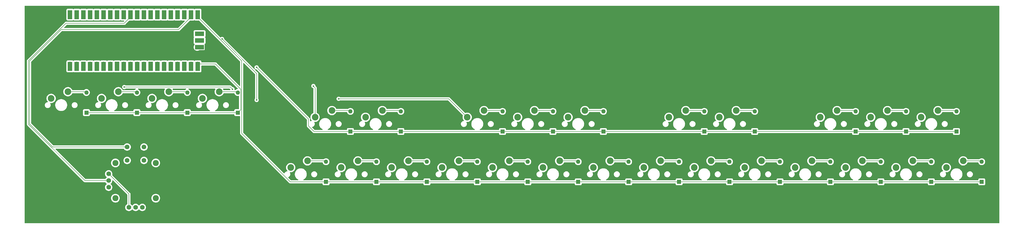
<source format=gtl>
G04 #@! TF.GenerationSoftware,KiCad,Pcbnew,8.0.3*
G04 #@! TF.CreationDate,2024-06-27T13:33:53-07:00*
G04 #@! TF.ProjectId,new midi keyboard,6e657720-6d69-4646-9920-6b6579626f61,rev?*
G04 #@! TF.SameCoordinates,Original*
G04 #@! TF.FileFunction,Copper,L1,Top*
G04 #@! TF.FilePolarity,Positive*
%FSLAX46Y46*%
G04 Gerber Fmt 4.6, Leading zero omitted, Abs format (unit mm)*
G04 Created by KiCad (PCBNEW 8.0.3) date 2024-06-27 13:33:53*
%MOMM*%
%LPD*%
G01*
G04 APERTURE LIST*
G04 #@! TA.AperFunction,ComponentPad*
%ADD10C,1.778000*%
G04 #@! TD*
G04 #@! TA.AperFunction,ComponentPad*
%ADD11C,2.286000*%
G04 #@! TD*
G04 #@! TA.AperFunction,ComponentPad*
%ADD12C,2.500000*%
G04 #@! TD*
G04 #@! TA.AperFunction,ComponentPad*
%ADD13O,1.700000X1.700000*%
G04 #@! TD*
G04 #@! TA.AperFunction,SMDPad,CuDef*
%ADD14R,1.700000X3.500000*%
G04 #@! TD*
G04 #@! TA.AperFunction,ComponentPad*
%ADD15R,1.700000X1.700000*%
G04 #@! TD*
G04 #@! TA.AperFunction,SMDPad,CuDef*
%ADD16R,3.500000X1.700000*%
G04 #@! TD*
G04 #@! TA.AperFunction,ComponentPad*
%ADD17R,1.600000X1.600000*%
G04 #@! TD*
G04 #@! TA.AperFunction,ComponentPad*
%ADD18O,1.600000X1.600000*%
G04 #@! TD*
G04 #@! TA.AperFunction,ViaPad*
%ADD19C,0.600000*%
G04 #@! TD*
G04 #@! TA.AperFunction,Conductor*
%ADD20C,0.200000*%
G04 #@! TD*
G04 APERTURE END LIST*
D10*
G04 #@! TO.P,U2,B1A,SEL+*
G04 #@! TO.N,Net-(U1-GPIO17)*
X75409250Y-105573750D03*
G04 #@! TO.P,U2,B1B*
G04 #@! TO.N,N/C*
X81759250Y-105573750D03*
G04 #@! TO.P,U2,B2A,SEL-*
G04 #@! TO.N,gnd*
X75409250Y-110653750D03*
G04 #@! TO.P,U2,B2B*
G04 #@! TO.N,N/C*
X81759250Y-110653750D03*
G04 #@! TO.P,U2,H1,H+*
G04 #@! TO.N,Net-(U1-3V3)*
X76044250Y-128433750D03*
G04 #@! TO.P,U2,H2,H*
G04 #@! TO.N,Net-(U1-GPIO27_ADC1)*
X78584250Y-128433750D03*
G04 #@! TO.P,U2,H3,H-*
G04 #@! TO.N,gnd*
X81124250Y-128433750D03*
D11*
G04 #@! TO.P,U2,S1,SHIELD*
X70964250Y-111606250D03*
G04 #@! TO.P,U2,S2,SHIELD*
X70964250Y-124941250D03*
G04 #@! TO.P,U2,S3,SHIELD*
X86204250Y-124941250D03*
G04 #@! TO.P,U2,S4,SHIELD*
X86204250Y-111606250D03*
D10*
G04 #@! TO.P,U2,V1,V+*
G04 #@! TO.N,Net-(U1-3V3)*
X68424250Y-115733750D03*
G04 #@! TO.P,U2,V2,V*
G04 #@! TO.N,Net-(U1-GPIO26_ADC0)*
X68424250Y-118273750D03*
G04 #@! TO.P,U2,V3,V-*
G04 #@! TO.N,gnd*
X68424250Y-120813750D03*
G04 #@! TD*
D12*
G04 #@! TO.P,SW20,1,1*
G04 #@! TO.N,col11*
X346713000Y-113352500D03*
G04 #@! TO.P,SW20,2,2*
G04 #@! TO.N,Net-(D20-A)*
X353063000Y-110812500D03*
G04 #@! TD*
G04 #@! TO.P,SW13,1,1*
G04 #@! TO.N,col7*
X270513000Y-113352500D03*
G04 #@! TO.P,SW13,2,2*
G04 #@! TO.N,Net-(D13-A)*
X276863000Y-110812500D03*
G04 #@! TD*
D13*
G04 #@! TO.P,U1,1,GPIO0*
G04 #@! TO.N,col0*
X53819250Y-74141250D03*
D14*
X53819250Y-75041250D03*
D13*
G04 #@! TO.P,U1,2,GPIO1*
G04 #@! TO.N,col1*
X56359250Y-74141250D03*
D14*
X56359250Y-75041250D03*
D15*
G04 #@! TO.P,U1,3,GND*
G04 #@! TO.N,unconnected-(U1-GND-Pad3)*
X58899250Y-74141250D03*
D14*
X58899250Y-75041250D03*
D13*
G04 #@! TO.P,U1,4,GPIO2*
G04 #@! TO.N,col2*
X61439250Y-74141250D03*
D14*
X61439250Y-75041250D03*
D13*
G04 #@! TO.P,U1,5,GPIO3*
G04 #@! TO.N,col3*
X63979250Y-74141250D03*
D14*
X63979250Y-75041250D03*
D13*
G04 #@! TO.P,U1,6,GPIO4*
G04 #@! TO.N,col4*
X66519250Y-74141250D03*
D14*
X66519250Y-75041250D03*
D13*
G04 #@! TO.P,U1,7,GPIO5*
G04 #@! TO.N,col5*
X69059250Y-74141250D03*
D14*
X69059250Y-75041250D03*
D15*
G04 #@! TO.P,U1,8,GND*
G04 #@! TO.N,unconnected-(U1-GND-Pad8)*
X71599250Y-74141250D03*
D14*
X71599250Y-75041250D03*
D13*
G04 #@! TO.P,U1,9,GPIO6*
G04 #@! TO.N,col6*
X74139250Y-74141250D03*
D14*
X74139250Y-75041250D03*
D13*
G04 #@! TO.P,U1,10,GPIO7*
G04 #@! TO.N,col7*
X76679250Y-74141250D03*
D14*
X76679250Y-75041250D03*
D13*
G04 #@! TO.P,U1,11,GPIO8*
G04 #@! TO.N,col8*
X79219250Y-74141250D03*
D14*
X79219250Y-75041250D03*
D13*
G04 #@! TO.P,U1,12,GPIO9*
G04 #@! TO.N,col9*
X81759250Y-74141250D03*
D14*
X81759250Y-75041250D03*
D15*
G04 #@! TO.P,U1,13,GND*
G04 #@! TO.N,unconnected-(U1-GND-Pad13)*
X84299250Y-74141250D03*
D14*
X84299250Y-75041250D03*
D13*
G04 #@! TO.P,U1,14,GPIO10*
G04 #@! TO.N,col10*
X86839250Y-74141250D03*
D14*
X86839250Y-75041250D03*
D13*
G04 #@! TO.P,U1,15,GPIO11*
G04 #@! TO.N,col11*
X89379250Y-74141250D03*
D14*
X89379250Y-75041250D03*
D13*
G04 #@! TO.P,U1,16,GPIO12*
G04 #@! TO.N,col12*
X91919250Y-74141250D03*
D14*
X91919250Y-75041250D03*
D13*
G04 #@! TO.P,U1,17,GPIO13*
G04 #@! TO.N,col13*
X94459250Y-74141250D03*
D14*
X94459250Y-75041250D03*
D15*
G04 #@! TO.P,U1,18,GND*
G04 #@! TO.N,unconnected-(U1-GND-Pad18)*
X96999250Y-74141250D03*
D14*
X96999250Y-75041250D03*
D13*
G04 #@! TO.P,U1,19,GPIO14*
G04 #@! TO.N,row1*
X99539250Y-74141250D03*
D14*
X99539250Y-75041250D03*
D13*
G04 #@! TO.P,U1,20,GPIO15*
G04 #@! TO.N,row0*
X102079250Y-74141250D03*
D14*
X102079250Y-75041250D03*
D13*
G04 #@! TO.P,U1,21,GPIO16*
G04 #@! TO.N,row2*
X102079250Y-56361250D03*
D14*
X102079250Y-55461250D03*
D13*
G04 #@! TO.P,U1,22,GPIO17*
G04 #@! TO.N,Net-(U1-GPIO17)*
X99539250Y-56361250D03*
D14*
X99539250Y-55461250D03*
D15*
G04 #@! TO.P,U1,23,GND*
G04 #@! TO.N,unconnected-(U1-GND-Pad23)*
X96999250Y-56361250D03*
D14*
X96999250Y-55461250D03*
D13*
G04 #@! TO.P,U1,24,GPIO18*
G04 #@! TO.N,unconnected-(U1-GPIO18-Pad24)*
X94459250Y-56361250D03*
D14*
X94459250Y-55461250D03*
D13*
G04 #@! TO.P,U1,25,GPIO19*
G04 #@! TO.N,unconnected-(U1-GPIO19-Pad25)*
X91919250Y-56361250D03*
D14*
X91919250Y-55461250D03*
D13*
G04 #@! TO.P,U1,26,GPIO20*
G04 #@! TO.N,unconnected-(U1-GPIO20-Pad26)*
X89379250Y-56361250D03*
D14*
X89379250Y-55461250D03*
D13*
G04 #@! TO.P,U1,27,GPIO21*
G04 #@! TO.N,unconnected-(U1-GPIO21-Pad27)*
X86839250Y-56361250D03*
D14*
X86839250Y-55461250D03*
D15*
G04 #@! TO.P,U1,28,GND*
G04 #@! TO.N,unconnected-(U1-GND-Pad28)*
X84299250Y-56361250D03*
D14*
X84299250Y-55461250D03*
D13*
G04 #@! TO.P,U1,29,GPIO22*
G04 #@! TO.N,unconnected-(U1-GPIO22-Pad29)*
X81759250Y-56361250D03*
D14*
X81759250Y-55461250D03*
D13*
G04 #@! TO.P,U1,30,RUN*
G04 #@! TO.N,unconnected-(U1-RUN-Pad30)*
X79219250Y-56361250D03*
D14*
X79219250Y-55461250D03*
D13*
G04 #@! TO.P,U1,31,GPIO26_ADC0*
G04 #@! TO.N,Net-(U1-GPIO26_ADC0)*
X76679250Y-56361250D03*
D14*
X76679250Y-55461250D03*
D13*
G04 #@! TO.P,U1,32,GPIO27_ADC1*
G04 #@! TO.N,Net-(U1-GPIO27_ADC1)*
X74139250Y-56361250D03*
D14*
X74139250Y-55461250D03*
D15*
G04 #@! TO.P,U1,33,AGND*
G04 #@! TO.N,unconnected-(U1-AGND-Pad33)*
X71599250Y-56361250D03*
D14*
X71599250Y-55461250D03*
D13*
G04 #@! TO.P,U1,34,GPIO28_ADC2*
G04 #@! TO.N,unconnected-(U1-GPIO28_ADC2-Pad34)*
X69059250Y-56361250D03*
D14*
X69059250Y-55461250D03*
D13*
G04 #@! TO.P,U1,35,ADC_VREF*
G04 #@! TO.N,unconnected-(U1-ADC_VREF-Pad35)*
X66519250Y-56361250D03*
D14*
X66519250Y-55461250D03*
D13*
G04 #@! TO.P,U1,36,3V3*
G04 #@! TO.N,Net-(U1-3V3)*
X63979250Y-56361250D03*
D14*
X63979250Y-55461250D03*
D13*
G04 #@! TO.P,U1,37,3V3_EN*
G04 #@! TO.N,unconnected-(U1-3V3_EN-Pad37)*
X61439250Y-56361250D03*
D14*
X61439250Y-55461250D03*
D15*
G04 #@! TO.P,U1,38,GND*
G04 #@! TO.N,unconnected-(U1-GND-Pad38)*
X58899250Y-56361250D03*
D14*
X58899250Y-55461250D03*
D13*
G04 #@! TO.P,U1,39,VSYS*
G04 #@! TO.N,unconnected-(U1-VSYS-Pad39)*
X56359250Y-56361250D03*
D14*
X56359250Y-55461250D03*
D13*
G04 #@! TO.P,U1,40,VBUS*
G04 #@! TO.N,unconnected-(U1-VBUS-Pad40)*
X53819250Y-56361250D03*
D14*
X53819250Y-55461250D03*
D13*
G04 #@! TO.P,U1,41,SWCLK*
G04 #@! TO.N,unconnected-(U1-SWCLK-Pad41)*
X101849250Y-67791250D03*
D16*
X102749250Y-67791250D03*
D15*
G04 #@! TO.P,U1,42,GND*
G04 #@! TO.N,gnd*
X101849250Y-65251250D03*
D16*
X102749250Y-65251250D03*
D13*
G04 #@! TO.P,U1,43,SWDIO*
G04 #@! TO.N,unconnected-(U1-SWDIO-Pad43)*
X101849250Y-62711250D03*
D16*
X102749250Y-62711250D03*
G04 #@! TD*
D12*
G04 #@! TO.P,SW15,1,1*
G04 #@! TO.N,col8*
X289563000Y-113352500D03*
G04 #@! TO.P,SW15,2,2*
G04 #@! TO.N,Net-(D15-A)*
X295913000Y-110812500D03*
G04 #@! TD*
G04 #@! TO.P,SW24,1,1*
G04 #@! TO.N,col13*
X384813000Y-113352500D03*
G04 #@! TO.P,SW24,2,2*
G04 #@! TO.N,Net-(D24-A)*
X391163000Y-110812500D03*
G04 #@! TD*
G04 #@! TO.P,SW1,1,1*
G04 #@! TO.N,col0*
X137163000Y-113352500D03*
G04 #@! TO.P,SW1,2,2*
G04 #@! TO.N,Net-(D1-A)*
X143513000Y-110812500D03*
G04 #@! TD*
G04 #@! TO.P,SW11,1,1*
G04 #@! TO.N,col4*
X222888000Y-94302500D03*
G04 #@! TO.P,SW11,2,2*
G04 #@! TO.N,Net-(D11-A)*
X229238000Y-91762500D03*
G04 #@! TD*
G04 #@! TO.P,SW3,1,1*
G04 #@! TO.N,col2*
X175263000Y-113352500D03*
G04 #@! TO.P,SW3,2,2*
G04 #@! TO.N,Net-(D3-A)*
X181613000Y-110812500D03*
G04 #@! TD*
G04 #@! TO.P,SW18,1,1*
G04 #@! TO.N,col10*
X327663000Y-113352500D03*
G04 #@! TO.P,SW18,2,2*
G04 #@! TO.N,Net-(D18-A)*
X334013000Y-110812500D03*
G04 #@! TD*
G04 #@! TO.P,SW12,1,1*
G04 #@! TO.N,col5*
X241938000Y-94302500D03*
G04 #@! TO.P,SW12,2,2*
G04 #@! TO.N,Net-(D12-A)*
X248288000Y-91762500D03*
G04 #@! TD*
G04 #@! TO.P,SW4,1,1*
G04 #@! TO.N,col3*
X194313000Y-113352500D03*
G04 #@! TO.P,SW4,2,2*
G04 #@! TO.N,Net-(D4-A)*
X200663000Y-110812500D03*
G04 #@! TD*
G04 #@! TO.P,SW19,1,1*
G04 #@! TO.N,col10*
X337188000Y-94302500D03*
G04 #@! TO.P,SW19,2,2*
G04 #@! TO.N,Net-(D19-A)*
X343538000Y-91762500D03*
G04 #@! TD*
G04 #@! TO.P,SW25,1,1*
G04 #@! TO.N,col0*
X46675500Y-87158750D03*
G04 #@! TO.P,SW25,2,2*
G04 #@! TO.N,Net-(D25-A)*
X53025500Y-84618750D03*
G04 #@! TD*
G04 #@! TO.P,SW21,1,1*
G04 #@! TO.N,col11*
X356238000Y-94302500D03*
G04 #@! TO.P,SW21,2,2*
G04 #@! TO.N,Net-(D21-A)*
X362588000Y-91762500D03*
G04 #@! TD*
G04 #@! TO.P,SW7,1,1*
G04 #@! TO.N,col6*
X251463000Y-113352500D03*
G04 #@! TO.P,SW7,2,2*
G04 #@! TO.N,Net-(D7-A)*
X257813000Y-110812500D03*
G04 #@! TD*
G04 #@! TO.P,SW14,1,1*
G04 #@! TO.N,col7*
X280038000Y-94302500D03*
G04 #@! TO.P,SW14,2,2*
G04 #@! TO.N,Net-(D14-A)*
X286388000Y-91762500D03*
G04 #@! TD*
G04 #@! TO.P,SW16,1,1*
G04 #@! TO.N,col8*
X299088000Y-94302500D03*
G04 #@! TO.P,SW16,2,2*
G04 #@! TO.N,Net-(D16-A)*
X305438000Y-91762500D03*
G04 #@! TD*
G04 #@! TO.P,SW5,1,1*
G04 #@! TO.N,col4*
X213363000Y-113352500D03*
G04 #@! TO.P,SW5,2,2*
G04 #@! TO.N,Net-(D5-A)*
X219713000Y-110812500D03*
G04 #@! TD*
G04 #@! TO.P,SW26,1,1*
G04 #@! TO.N,col1*
X65725500Y-87158750D03*
G04 #@! TO.P,SW26,2,2*
G04 #@! TO.N,Net-(D26-A)*
X72075500Y-84618750D03*
G04 #@! TD*
G04 #@! TO.P,SW10,1,1*
G04 #@! TO.N,col3*
X203838000Y-94302500D03*
G04 #@! TO.P,SW10,2,2*
G04 #@! TO.N,Net-(D10-A)*
X210188000Y-91762500D03*
G04 #@! TD*
G04 #@! TO.P,SW22,1,1*
G04 #@! TO.N,col12*
X365763000Y-113352500D03*
G04 #@! TO.P,SW22,2,2*
G04 #@! TO.N,Net-(D22-A)*
X372113000Y-110812500D03*
G04 #@! TD*
G04 #@! TO.P,SW9,1,1*
G04 #@! TO.N,col1*
X165420500Y-94302500D03*
G04 #@! TO.P,SW9,2,2*
G04 #@! TO.N,Net-(D9-A)*
X171770500Y-91762500D03*
G04 #@! TD*
G04 #@! TO.P,SW2,1,1*
G04 #@! TO.N,col1*
X156213000Y-113352500D03*
G04 #@! TO.P,SW2,2,2*
G04 #@! TO.N,Net-(D2-A)*
X162563000Y-110812500D03*
G04 #@! TD*
G04 #@! TO.P,SW28,1,1*
G04 #@! TO.N,col3*
X103825500Y-87158750D03*
G04 #@! TO.P,SW28,2,2*
G04 #@! TO.N,Net-(D28-A)*
X110175500Y-84618750D03*
G04 #@! TD*
G04 #@! TO.P,SW27,1,1*
G04 #@! TO.N,col2*
X84775500Y-87158750D03*
G04 #@! TO.P,SW27,2,2*
G04 #@! TO.N,Net-(D27-A)*
X91125500Y-84618750D03*
G04 #@! TD*
G04 #@! TO.P,SW8,1,1*
G04 #@! TO.N,col0*
X146370500Y-94302500D03*
G04 #@! TO.P,SW8,2,2*
G04 #@! TO.N,Net-(D8-A)*
X152720500Y-91762500D03*
G04 #@! TD*
G04 #@! TO.P,SW23,1,1*
G04 #@! TO.N,col12*
X375288000Y-94302500D03*
G04 #@! TO.P,SW23,2,2*
G04 #@! TO.N,Net-(D23-A)*
X381638000Y-91762500D03*
G04 #@! TD*
G04 #@! TO.P,SW17,1,1*
G04 #@! TO.N,col9*
X308613000Y-113352500D03*
G04 #@! TO.P,SW17,2,2*
G04 #@! TO.N,Net-(D17-A)*
X314963000Y-110812500D03*
G04 #@! TD*
G04 #@! TO.P,SW6,1,1*
G04 #@! TO.N,col5*
X232413000Y-113352500D03*
G04 #@! TO.P,SW6,2,2*
G04 #@! TO.N,Net-(D6-A)*
X238763000Y-110812500D03*
G04 #@! TD*
D17*
G04 #@! TO.P,D13,1,K*
G04 #@! TO.N,row2*
X283848000Y-118750000D03*
D18*
G04 #@! TO.P,D13,2,A*
G04 #@! TO.N,Net-(D13-A)*
X283848000Y-111130000D03*
G04 #@! TD*
D17*
G04 #@! TO.P,D2,1,K*
G04 #@! TO.N,row2*
X169548000Y-118750000D03*
D18*
G04 #@! TO.P,D2,2,A*
G04 #@! TO.N,Net-(D2-A)*
X169548000Y-111130000D03*
G04 #@! TD*
D17*
G04 #@! TO.P,D16,1,K*
G04 #@! TO.N,row1*
X312423000Y-99700000D03*
D18*
G04 #@! TO.P,D16,2,A*
G04 #@! TO.N,Net-(D16-A)*
X312423000Y-92080000D03*
G04 #@! TD*
D17*
G04 #@! TO.P,D8,1,K*
G04 #@! TO.N,row1*
X159705500Y-99700000D03*
D18*
G04 #@! TO.P,D8,2,A*
G04 #@! TO.N,Net-(D8-A)*
X159705500Y-92080000D03*
G04 #@! TD*
D17*
G04 #@! TO.P,D15,1,K*
G04 #@! TO.N,row2*
X302898000Y-118750000D03*
D18*
G04 #@! TO.P,D15,2,A*
G04 #@! TO.N,Net-(D15-A)*
X302898000Y-111130000D03*
G04 #@! TD*
D17*
G04 #@! TO.P,D3,1,K*
G04 #@! TO.N,row2*
X188598000Y-118750000D03*
D18*
G04 #@! TO.P,D3,2,A*
G04 #@! TO.N,Net-(D3-A)*
X188598000Y-111130000D03*
G04 #@! TD*
D17*
G04 #@! TO.P,D28,1,K*
G04 #@! TO.N,row0*
X117160500Y-92556250D03*
D18*
G04 #@! TO.P,D28,2,A*
G04 #@! TO.N,Net-(D28-A)*
X117160500Y-84936250D03*
G04 #@! TD*
D17*
G04 #@! TO.P,D22,1,K*
G04 #@! TO.N,row2*
X379098000Y-118750000D03*
D18*
G04 #@! TO.P,D22,2,A*
G04 #@! TO.N,Net-(D22-A)*
X379098000Y-111130000D03*
G04 #@! TD*
D17*
G04 #@! TO.P,D20,1,K*
G04 #@! TO.N,row2*
X360048000Y-118750000D03*
D18*
G04 #@! TO.P,D20,2,A*
G04 #@! TO.N,Net-(D20-A)*
X360048000Y-111130000D03*
G04 #@! TD*
D17*
G04 #@! TO.P,D21,1,K*
G04 #@! TO.N,row1*
X369573000Y-99700000D03*
D18*
G04 #@! TO.P,D21,2,A*
G04 #@! TO.N,Net-(D21-A)*
X369573000Y-92080000D03*
G04 #@! TD*
D17*
G04 #@! TO.P,D6,1,K*
G04 #@! TO.N,row2*
X245748000Y-118750000D03*
D18*
G04 #@! TO.P,D6,2,A*
G04 #@! TO.N,Net-(D6-A)*
X245748000Y-111130000D03*
G04 #@! TD*
D17*
G04 #@! TO.P,D10,1,K*
G04 #@! TO.N,row1*
X217173000Y-99700000D03*
D18*
G04 #@! TO.P,D10,2,A*
G04 #@! TO.N,Net-(D10-A)*
X217173000Y-92080000D03*
G04 #@! TD*
D17*
G04 #@! TO.P,D25,1,K*
G04 #@! TO.N,row0*
X60010500Y-92556250D03*
D18*
G04 #@! TO.P,D25,2,A*
G04 #@! TO.N,Net-(D25-A)*
X60010500Y-84936250D03*
G04 #@! TD*
D17*
G04 #@! TO.P,D24,1,K*
G04 #@! TO.N,row2*
X398148000Y-118750000D03*
D18*
G04 #@! TO.P,D24,2,A*
G04 #@! TO.N,Net-(D24-A)*
X398148000Y-111130000D03*
G04 #@! TD*
D17*
G04 #@! TO.P,D23,1,K*
G04 #@! TO.N,row1*
X388623000Y-99700000D03*
D18*
G04 #@! TO.P,D23,2,A*
G04 #@! TO.N,Net-(D23-A)*
X388623000Y-92080000D03*
G04 #@! TD*
D17*
G04 #@! TO.P,D4,1,K*
G04 #@! TO.N,row2*
X207648000Y-118750000D03*
D18*
G04 #@! TO.P,D4,2,A*
G04 #@! TO.N,Net-(D4-A)*
X207648000Y-111130000D03*
G04 #@! TD*
D17*
G04 #@! TO.P,D19,1,K*
G04 #@! TO.N,row1*
X350523000Y-99700000D03*
D18*
G04 #@! TO.P,D19,2,A*
G04 #@! TO.N,Net-(D19-A)*
X350523000Y-92080000D03*
G04 #@! TD*
D17*
G04 #@! TO.P,D9,1,K*
G04 #@! TO.N,row1*
X178755500Y-99700000D03*
D18*
G04 #@! TO.P,D9,2,A*
G04 #@! TO.N,Net-(D9-A)*
X178755500Y-92080000D03*
G04 #@! TD*
D17*
G04 #@! TO.P,D12,1,K*
G04 #@! TO.N,row1*
X255273000Y-99700000D03*
D18*
G04 #@! TO.P,D12,2,A*
G04 #@! TO.N,Net-(D12-A)*
X255273000Y-92080000D03*
G04 #@! TD*
D17*
G04 #@! TO.P,D14,1,K*
G04 #@! TO.N,row1*
X293373000Y-99700000D03*
D18*
G04 #@! TO.P,D14,2,A*
G04 #@! TO.N,Net-(D14-A)*
X293373000Y-92080000D03*
G04 #@! TD*
D17*
G04 #@! TO.P,D5,1,K*
G04 #@! TO.N,row2*
X226698000Y-118750000D03*
D18*
G04 #@! TO.P,D5,2,A*
G04 #@! TO.N,Net-(D5-A)*
X226698000Y-111130000D03*
G04 #@! TD*
D17*
G04 #@! TO.P,D26,1,K*
G04 #@! TO.N,row0*
X79060500Y-92556250D03*
D18*
G04 #@! TO.P,D26,2,A*
G04 #@! TO.N,Net-(D26-A)*
X79060500Y-84936250D03*
G04 #@! TD*
D17*
G04 #@! TO.P,D11,1,K*
G04 #@! TO.N,row1*
X236223000Y-99700000D03*
D18*
G04 #@! TO.P,D11,2,A*
G04 #@! TO.N,Net-(D11-A)*
X236223000Y-92080000D03*
G04 #@! TD*
D17*
G04 #@! TO.P,D1,1,K*
G04 #@! TO.N,row2*
X150498000Y-118750000D03*
D18*
G04 #@! TO.P,D1,2,A*
G04 #@! TO.N,Net-(D1-A)*
X150498000Y-111130000D03*
G04 #@! TD*
D17*
G04 #@! TO.P,D27,1,K*
G04 #@! TO.N,row0*
X98110500Y-92556250D03*
D18*
G04 #@! TO.P,D27,2,A*
G04 #@! TO.N,Net-(D27-A)*
X98110500Y-84936250D03*
G04 #@! TD*
D17*
G04 #@! TO.P,D7,1,K*
G04 #@! TO.N,row2*
X264798000Y-118750000D03*
D18*
G04 #@! TO.P,D7,2,A*
G04 #@! TO.N,Net-(D7-A)*
X264798000Y-111130000D03*
G04 #@! TD*
D17*
G04 #@! TO.P,D18,1,K*
G04 #@! TO.N,row2*
X340998000Y-118750000D03*
D18*
G04 #@! TO.P,D18,2,A*
G04 #@! TO.N,Net-(D18-A)*
X340998000Y-111130000D03*
G04 #@! TD*
D17*
G04 #@! TO.P,D17,1,K*
G04 #@! TO.N,row2*
X321948000Y-118750000D03*
D18*
G04 #@! TO.P,D17,2,A*
G04 #@! TO.N,Net-(D17-A)*
X321948000Y-111130000D03*
G04 #@! TD*
D19*
G04 #@! TO.N,row1*
X124292500Y-75410000D03*
G04 #@! TO.N,col0*
X145735500Y-82468750D03*
G04 #@! TO.N,col1*
X74298000Y-82868750D03*
X115169049Y-83668750D03*
G04 #@! TO.N,col3*
X155260500Y-87317500D03*
G04 #@! TO.N,gnd*
X124304250Y-87758750D03*
X111234765Y-64668235D03*
G04 #@! TD*
D20*
G04 #@! TO.N,row1*
X350523000Y-99700000D02*
X369573000Y-99700000D01*
X159705500Y-99700000D02*
X178755500Y-99700000D01*
X143875500Y-94993000D02*
X124292500Y-75410000D01*
X369573000Y-99700000D02*
X388623000Y-99700000D01*
X312423000Y-99700000D02*
X350523000Y-99700000D01*
X159705500Y-99700000D02*
X145983686Y-99700000D01*
X217173000Y-99700000D02*
X236223000Y-99700000D01*
X143875500Y-97591814D02*
X143875500Y-94993000D01*
X293373000Y-99700000D02*
X312423000Y-99700000D01*
X255273000Y-99700000D02*
X293373000Y-99700000D01*
X145983686Y-99700000D02*
X143875500Y-97591814D01*
X236223000Y-99700000D02*
X255273000Y-99700000D01*
X178755500Y-99700000D02*
X217173000Y-99700000D01*
G04 #@! TO.N,Net-(D1-A)*
X150180500Y-110812500D02*
X150498000Y-111130000D01*
X143513000Y-110812500D02*
X150180500Y-110812500D01*
G04 #@! TO.N,Net-(D2-A)*
X169230500Y-110812500D02*
X169548000Y-111130000D01*
X162563000Y-110812500D02*
X169230500Y-110812500D01*
G04 #@! TO.N,Net-(D3-A)*
X181613000Y-110812500D02*
X188280500Y-110812500D01*
X188280500Y-110812500D02*
X188598000Y-111130000D01*
G04 #@! TO.N,Net-(D4-A)*
X200663000Y-110812500D02*
X207330500Y-110812500D01*
X207330500Y-110812500D02*
X207648000Y-111130000D01*
G04 #@! TO.N,Net-(D5-A)*
X219713000Y-110812500D02*
X226380500Y-110812500D01*
X226380500Y-110812500D02*
X226698000Y-111130000D01*
G04 #@! TO.N,Net-(D6-A)*
X245430500Y-110812500D02*
X245748000Y-111130000D01*
X238763000Y-110812500D02*
X245430500Y-110812500D01*
G04 #@! TO.N,Net-(D7-A)*
X264480500Y-110812500D02*
X264798000Y-111130000D01*
X257813000Y-110812500D02*
X264480500Y-110812500D01*
G04 #@! TO.N,Net-(D8-A)*
X152720500Y-91762500D02*
X159388000Y-91762500D01*
X159388000Y-91762500D02*
X159705500Y-92080000D01*
G04 #@! TO.N,row0*
X117160500Y-92556250D02*
X118260500Y-91456250D01*
X60010500Y-92556250D02*
X79060500Y-92556250D01*
X108746750Y-74141250D02*
X102079250Y-74141250D01*
X98110500Y-92556250D02*
X117160500Y-92556250D01*
X118260500Y-91456250D02*
X118260500Y-83655000D01*
X118260500Y-83655000D02*
X108746750Y-74141250D01*
X79060500Y-92556250D02*
X98110500Y-92556250D01*
G04 #@! TO.N,Net-(D9-A)*
X171770500Y-91762500D02*
X178438000Y-91762500D01*
X178438000Y-91762500D02*
X178755500Y-92080000D01*
G04 #@! TO.N,Net-(D10-A)*
X210188000Y-91762500D02*
X216855500Y-91762500D01*
X216855500Y-91762500D02*
X217173000Y-92080000D01*
G04 #@! TO.N,Net-(D11-A)*
X235905500Y-91762500D02*
X236223000Y-92080000D01*
X229238000Y-91762500D02*
X235905500Y-91762500D01*
G04 #@! TO.N,Net-(D12-A)*
X248288000Y-91762500D02*
X254955500Y-91762500D01*
X254955500Y-91762500D02*
X255273000Y-92080000D01*
G04 #@! TO.N,Net-(D13-A)*
X276863000Y-110812500D02*
X283530500Y-110812500D01*
X283530500Y-110812500D02*
X283848000Y-111130000D01*
G04 #@! TO.N,col0*
X146370500Y-83190000D02*
X146370500Y-94302500D01*
X145735500Y-82555000D02*
X146370500Y-83190000D01*
X145735500Y-82468750D02*
X145735500Y-82555000D01*
G04 #@! TO.N,col1*
X74298000Y-82868750D02*
X114369049Y-82868750D01*
X114369049Y-82868750D02*
X115169049Y-83668750D01*
X56359250Y-75701250D02*
X56359250Y-74141250D01*
G04 #@! TO.N,col2*
X61439250Y-75701250D02*
X61439250Y-74141250D01*
G04 #@! TO.N,col3*
X155260500Y-87317500D02*
X196853000Y-87317500D01*
X196853000Y-87317500D02*
X203838000Y-94302500D01*
G04 #@! TO.N,Net-(D14-A)*
X286388000Y-91762500D02*
X293055500Y-91762500D01*
X293055500Y-91762500D02*
X293373000Y-92080000D01*
G04 #@! TO.N,Net-(D15-A)*
X302580500Y-110812500D02*
X302898000Y-111130000D01*
X295913000Y-110812500D02*
X302580500Y-110812500D01*
G04 #@! TO.N,Net-(D16-A)*
X312105500Y-91762500D02*
X312423000Y-92080000D01*
X305438000Y-91762500D02*
X312105500Y-91762500D01*
G04 #@! TO.N,Net-(D17-A)*
X321630500Y-110812500D02*
X321948000Y-111130000D01*
X314963000Y-110812500D02*
X321630500Y-110812500D01*
G04 #@! TO.N,Net-(D18-A)*
X340680500Y-110812500D02*
X340998000Y-111130000D01*
X334013000Y-110812500D02*
X340680500Y-110812500D01*
G04 #@! TO.N,Net-(D19-A)*
X350205500Y-91762500D02*
X350523000Y-92080000D01*
X343538000Y-91762500D02*
X350205500Y-91762500D01*
G04 #@! TO.N,Net-(D20-A)*
X359730500Y-110812500D02*
X360048000Y-111130000D01*
X353063000Y-110812500D02*
X359730500Y-110812500D01*
G04 #@! TO.N,Net-(D21-A)*
X369255500Y-91762500D02*
X369573000Y-92080000D01*
X362588000Y-91762500D02*
X369255500Y-91762500D01*
G04 #@! TO.N,Net-(D22-A)*
X372113000Y-110812500D02*
X378780500Y-110812500D01*
X378780500Y-110812500D02*
X379098000Y-111130000D01*
G04 #@! TO.N,Net-(D23-A)*
X388305500Y-91762500D02*
X388623000Y-92080000D01*
X381638000Y-91762500D02*
X388305500Y-91762500D01*
G04 #@! TO.N,Net-(D24-A)*
X391163000Y-110812500D02*
X397830500Y-110812500D01*
X397830500Y-110812500D02*
X398148000Y-111130000D01*
G04 #@! TO.N,Net-(D25-A)*
X59693000Y-84618750D02*
X60010500Y-84936250D01*
X53025500Y-84618750D02*
X59693000Y-84618750D01*
G04 #@! TO.N,Net-(D26-A)*
X72075500Y-84618750D02*
X78743000Y-84618750D01*
X78743000Y-84618750D02*
X79060500Y-84936250D01*
G04 #@! TO.N,Net-(D27-A)*
X91125500Y-84618750D02*
X97793000Y-84618750D01*
X97793000Y-84618750D02*
X98110500Y-84936250D01*
G04 #@! TO.N,Net-(D28-A)*
X110175500Y-84618750D02*
X116843000Y-84618750D01*
X116843000Y-84618750D02*
X117160500Y-84936250D01*
G04 #@! TO.N,gnd*
X124304250Y-87758750D02*
X124304250Y-77737720D01*
X124304250Y-77737720D02*
X111234765Y-64668235D01*
G04 #@! TO.N,Net-(U1-3V3)*
X76044250Y-123353750D02*
X76044250Y-128433750D01*
X68424250Y-115733750D02*
X76044250Y-123353750D01*
X63979250Y-54801250D02*
X63979250Y-56361250D01*
G04 #@! TO.N,row2*
X379098000Y-118750000D02*
X398148000Y-118750000D01*
X340998000Y-118750000D02*
X360048000Y-118750000D01*
X207648000Y-118750000D02*
X226698000Y-118750000D01*
X245748000Y-118750000D02*
X264798000Y-118750000D01*
X360048000Y-118750000D02*
X379098000Y-118750000D01*
X150498000Y-118750000D02*
X137018088Y-118750000D01*
X150498000Y-118750000D02*
X169548000Y-118750000D01*
X118660500Y-72942500D02*
X102079250Y-56361250D01*
X283848000Y-118750000D02*
X302898000Y-118750000D01*
X302898000Y-118750000D02*
X321948000Y-118750000D01*
X321948000Y-118750000D02*
X340998000Y-118750000D01*
X188598000Y-118750000D02*
X207648000Y-118750000D01*
X264798000Y-118750000D02*
X283848000Y-118750000D01*
X169548000Y-118750000D02*
X188598000Y-118750000D01*
X226698000Y-118750000D02*
X245748000Y-118750000D01*
X118660500Y-100392412D02*
X118660500Y-72942500D01*
X137018088Y-118750000D02*
X118660500Y-100392412D01*
G04 #@! TO.N,Net-(U1-GPIO17)*
X47288750Y-105573750D02*
X38558500Y-96843500D01*
X38558500Y-73028500D02*
X50466000Y-61121000D01*
X38558500Y-96843500D02*
X38558500Y-73028500D01*
X94779500Y-61121000D02*
X99539250Y-56361250D01*
X75409250Y-105573750D02*
X47288750Y-105573750D01*
X50466000Y-61121000D02*
X94779500Y-61121000D01*
G04 #@! TO.N,Net-(U1-GPIO26_ADC0)*
X38158500Y-97009186D02*
X38158500Y-72862814D01*
X52281814Y-58739500D02*
X74301000Y-58739500D01*
X74301000Y-58739500D02*
X76679250Y-56361250D01*
X38158500Y-72862814D02*
X52281814Y-58739500D01*
X59423064Y-118273750D02*
X38158500Y-97009186D01*
X68424250Y-118273750D02*
X59423064Y-118273750D01*
G04 #@! TD*
G04 #@! TA.AperFunction,NonConductor*
G36*
X404752039Y-52115185D02*
G01*
X404797794Y-52167989D01*
X404809000Y-52219500D01*
X404809000Y-134323000D01*
X404789315Y-134390039D01*
X404736511Y-134435794D01*
X404685000Y-134447000D01*
X36801500Y-134447000D01*
X36734461Y-134427315D01*
X36688706Y-134374511D01*
X36677500Y-134323000D01*
X36677500Y-124941250D01*
X69315668Y-124941250D01*
X69335965Y-125199148D01*
X69396352Y-125450680D01*
X69396356Y-125450692D01*
X69495352Y-125689691D01*
X69630517Y-125910259D01*
X69630520Y-125910264D01*
X69706676Y-125999431D01*
X69798526Y-126106974D01*
X69924441Y-126214515D01*
X69995235Y-126274979D01*
X69995240Y-126274982D01*
X70215808Y-126410147D01*
X70300307Y-126445147D01*
X70454810Y-126509145D01*
X70706355Y-126569535D01*
X70964250Y-126589832D01*
X71222145Y-126569535D01*
X71473690Y-126509145D01*
X71712691Y-126410147D01*
X71933262Y-126274981D01*
X72129974Y-126106974D01*
X72297981Y-125910262D01*
X72433147Y-125689691D01*
X72532145Y-125450690D01*
X72592535Y-125199145D01*
X72612832Y-124941250D01*
X72592535Y-124683355D01*
X72532145Y-124431810D01*
X72433147Y-124192809D01*
X72433147Y-124192808D01*
X72297982Y-123972240D01*
X72297979Y-123972235D01*
X72237515Y-123901441D01*
X72129974Y-123775526D01*
X72022431Y-123683676D01*
X71933264Y-123607520D01*
X71933259Y-123607517D01*
X71712691Y-123472352D01*
X71473692Y-123373356D01*
X71473694Y-123373356D01*
X71473690Y-123373355D01*
X71473686Y-123373354D01*
X71473680Y-123373352D01*
X71222148Y-123312965D01*
X70964250Y-123292668D01*
X70706351Y-123312965D01*
X70454819Y-123373352D01*
X70454807Y-123373356D01*
X70215808Y-123472352D01*
X69995240Y-123607517D01*
X69995235Y-123607520D01*
X69798526Y-123775526D01*
X69630520Y-123972235D01*
X69630517Y-123972240D01*
X69495352Y-124192808D01*
X69396356Y-124431807D01*
X69396352Y-124431819D01*
X69335965Y-124683351D01*
X69315668Y-124941250D01*
X36677500Y-124941250D01*
X36677500Y-97088240D01*
X37557998Y-97088240D01*
X37598923Y-97240973D01*
X37598924Y-97240974D01*
X37622893Y-97282489D01*
X37622897Y-97282494D01*
X37677979Y-97377900D01*
X37677981Y-97377903D01*
X37796849Y-97496771D01*
X37796855Y-97496776D01*
X58938203Y-118638124D01*
X58938213Y-118638135D01*
X58942543Y-118642465D01*
X58942544Y-118642466D01*
X59054348Y-118754270D01*
X59141159Y-118804389D01*
X59141161Y-118804391D01*
X59179215Y-118826361D01*
X59191279Y-118833327D01*
X59344007Y-118874251D01*
X59344010Y-118874251D01*
X59509718Y-118874251D01*
X59509734Y-118874250D01*
X67089999Y-118874250D01*
X67157038Y-118893935D01*
X67194044Y-118933825D01*
X67195228Y-118933052D01*
X67323978Y-119130120D01*
X67323981Y-119130123D01*
X67479942Y-119299542D01*
X67596841Y-119390528D01*
X67665709Y-119444130D01*
X67664726Y-119445391D01*
X67705433Y-119493099D01*
X67714850Y-119562331D01*
X67685342Y-119625664D01*
X67665386Y-119642955D01*
X67665709Y-119643370D01*
X67479944Y-119787956D01*
X67479939Y-119787961D01*
X67323978Y-119957379D01*
X67198032Y-120150155D01*
X67105532Y-120361035D01*
X67049003Y-120584265D01*
X67029988Y-120813744D01*
X67029988Y-120813755D01*
X67049003Y-121043234D01*
X67105532Y-121266464D01*
X67198032Y-121477344D01*
X67323978Y-121670120D01*
X67323981Y-121670123D01*
X67479942Y-121839542D01*
X67661661Y-121980979D01*
X67864181Y-122090578D01*
X67977275Y-122129403D01*
X68081975Y-122165347D01*
X68081977Y-122165347D01*
X68081979Y-122165348D01*
X68309113Y-122203250D01*
X68309114Y-122203250D01*
X68539386Y-122203250D01*
X68539387Y-122203250D01*
X68766521Y-122165348D01*
X68984319Y-122090578D01*
X69186839Y-121980979D01*
X69368558Y-121839542D01*
X69524519Y-121670123D01*
X69650467Y-121477345D01*
X69742967Y-121266466D01*
X69799496Y-121043238D01*
X69818512Y-120813750D01*
X69799496Y-120584262D01*
X69742967Y-120361034D01*
X69650467Y-120150155D01*
X69524521Y-119957379D01*
X69478646Y-119907546D01*
X69368558Y-119787958D01*
X69186839Y-119646521D01*
X69186840Y-119646521D01*
X69182791Y-119643370D01*
X69183775Y-119642104D01*
X69143074Y-119594420D01*
X69133646Y-119525189D01*
X69163143Y-119461852D01*
X69183115Y-119444546D01*
X69182791Y-119444130D01*
X69229903Y-119407461D01*
X69368558Y-119299542D01*
X69524519Y-119130123D01*
X69650467Y-118937345D01*
X69742967Y-118726466D01*
X69799496Y-118503238D01*
X69818512Y-118273750D01*
X69818936Y-118268639D01*
X69820806Y-118268794D01*
X69838197Y-118209570D01*
X69891001Y-118163815D01*
X69960159Y-118153871D01*
X70023715Y-118182896D01*
X70030193Y-118188928D01*
X75407431Y-123566166D01*
X75440916Y-123627489D01*
X75443750Y-123653847D01*
X75443750Y-127104913D01*
X75424065Y-127171952D01*
X75378769Y-127213967D01*
X75281663Y-127266519D01*
X75281658Y-127266522D01*
X75099944Y-127407956D01*
X75099939Y-127407961D01*
X74943978Y-127577379D01*
X74818032Y-127770155D01*
X74725532Y-127981035D01*
X74669003Y-128204265D01*
X74649988Y-128433744D01*
X74649988Y-128433755D01*
X74669003Y-128663234D01*
X74725532Y-128886464D01*
X74818032Y-129097344D01*
X74943978Y-129290120D01*
X74943981Y-129290123D01*
X75099942Y-129459542D01*
X75281661Y-129600979D01*
X75484181Y-129710578D01*
X75597275Y-129749403D01*
X75701975Y-129785347D01*
X75701977Y-129785347D01*
X75701979Y-129785348D01*
X75929113Y-129823250D01*
X75929114Y-129823250D01*
X76159386Y-129823250D01*
X76159387Y-129823250D01*
X76386521Y-129785348D01*
X76604319Y-129710578D01*
X76806839Y-129600979D01*
X76988558Y-129459542D01*
X77144519Y-129290123D01*
X77210441Y-129189222D01*
X77263587Y-129143865D01*
X77332819Y-129134441D01*
X77396155Y-129163943D01*
X77418059Y-129189222D01*
X77483978Y-129290120D01*
X77483981Y-129290123D01*
X77639942Y-129459542D01*
X77821661Y-129600979D01*
X78024181Y-129710578D01*
X78137275Y-129749403D01*
X78241975Y-129785347D01*
X78241977Y-129785347D01*
X78241979Y-129785348D01*
X78469113Y-129823250D01*
X78469114Y-129823250D01*
X78699386Y-129823250D01*
X78699387Y-129823250D01*
X78926521Y-129785348D01*
X79144319Y-129710578D01*
X79346839Y-129600979D01*
X79528558Y-129459542D01*
X79684519Y-129290123D01*
X79750441Y-129189222D01*
X79803587Y-129143865D01*
X79872819Y-129134441D01*
X79936155Y-129163943D01*
X79958059Y-129189222D01*
X80023978Y-129290120D01*
X80023981Y-129290123D01*
X80179942Y-129459542D01*
X80361661Y-129600979D01*
X80564181Y-129710578D01*
X80677275Y-129749403D01*
X80781975Y-129785347D01*
X80781977Y-129785347D01*
X80781979Y-129785348D01*
X81009113Y-129823250D01*
X81009114Y-129823250D01*
X81239386Y-129823250D01*
X81239387Y-129823250D01*
X81466521Y-129785348D01*
X81684319Y-129710578D01*
X81886839Y-129600979D01*
X82068558Y-129459542D01*
X82224519Y-129290123D01*
X82350467Y-129097345D01*
X82442967Y-128886466D01*
X82499496Y-128663238D01*
X82518512Y-128433750D01*
X82499496Y-128204262D01*
X82442967Y-127981034D01*
X82350467Y-127770155D01*
X82326230Y-127733058D01*
X82224521Y-127577379D01*
X82197605Y-127548140D01*
X82068558Y-127407958D01*
X82000286Y-127354820D01*
X81886841Y-127266522D01*
X81684319Y-127156922D01*
X81684311Y-127156919D01*
X81466524Y-127082152D01*
X81296170Y-127053725D01*
X81239387Y-127044250D01*
X81009113Y-127044250D01*
X80963686Y-127051830D01*
X80781975Y-127082152D01*
X80564188Y-127156919D01*
X80564180Y-127156922D01*
X80361658Y-127266522D01*
X80179944Y-127407956D01*
X80179939Y-127407961D01*
X80023977Y-127577380D01*
X79958058Y-127678278D01*
X79904912Y-127723634D01*
X79835681Y-127733058D01*
X79772345Y-127703556D01*
X79750442Y-127678278D01*
X79684522Y-127577380D01*
X79647354Y-127537006D01*
X79528558Y-127407958D01*
X79460286Y-127354820D01*
X79346841Y-127266522D01*
X79144319Y-127156922D01*
X79144311Y-127156919D01*
X78926524Y-127082152D01*
X78756170Y-127053725D01*
X78699387Y-127044250D01*
X78469113Y-127044250D01*
X78423686Y-127051830D01*
X78241975Y-127082152D01*
X78024188Y-127156919D01*
X78024180Y-127156922D01*
X77821658Y-127266522D01*
X77639944Y-127407956D01*
X77639939Y-127407961D01*
X77483977Y-127577380D01*
X77418058Y-127678278D01*
X77364912Y-127723634D01*
X77295681Y-127733058D01*
X77232345Y-127703556D01*
X77210442Y-127678278D01*
X77144522Y-127577380D01*
X77107354Y-127537006D01*
X76988558Y-127407958D01*
X76920286Y-127354820D01*
X76806841Y-127266522D01*
X76806836Y-127266519D01*
X76709731Y-127213967D01*
X76660141Y-127164747D01*
X76644750Y-127104913D01*
X76644750Y-124941250D01*
X84555668Y-124941250D01*
X84575965Y-125199148D01*
X84636352Y-125450680D01*
X84636356Y-125450692D01*
X84735352Y-125689691D01*
X84870517Y-125910259D01*
X84870520Y-125910264D01*
X84946676Y-125999431D01*
X85038526Y-126106974D01*
X85164441Y-126214515D01*
X85235235Y-126274979D01*
X85235240Y-126274982D01*
X85455808Y-126410147D01*
X85540307Y-126445147D01*
X85694810Y-126509145D01*
X85946355Y-126569535D01*
X86204250Y-126589832D01*
X86462145Y-126569535D01*
X86713690Y-126509145D01*
X86952691Y-126410147D01*
X87173262Y-126274981D01*
X87369974Y-126106974D01*
X87537981Y-125910262D01*
X87673147Y-125689691D01*
X87772145Y-125450690D01*
X87832535Y-125199145D01*
X87852832Y-124941250D01*
X87832535Y-124683355D01*
X87772145Y-124431810D01*
X87673147Y-124192809D01*
X87673147Y-124192808D01*
X87537982Y-123972240D01*
X87537979Y-123972235D01*
X87477515Y-123901441D01*
X87369974Y-123775526D01*
X87262431Y-123683676D01*
X87173264Y-123607520D01*
X87173259Y-123607517D01*
X86952691Y-123472352D01*
X86713692Y-123373356D01*
X86713694Y-123373356D01*
X86713690Y-123373355D01*
X86713686Y-123373354D01*
X86713680Y-123373352D01*
X86462148Y-123312965D01*
X86204250Y-123292668D01*
X85946351Y-123312965D01*
X85694819Y-123373352D01*
X85694807Y-123373356D01*
X85455808Y-123472352D01*
X85235240Y-123607517D01*
X85235235Y-123607520D01*
X85038526Y-123775526D01*
X84870520Y-123972235D01*
X84870517Y-123972240D01*
X84735352Y-124192808D01*
X84636356Y-124431807D01*
X84636352Y-124431819D01*
X84575965Y-124683351D01*
X84555668Y-124941250D01*
X76644750Y-124941250D01*
X76644750Y-123274695D01*
X76644750Y-123274693D01*
X76603827Y-123121966D01*
X76603823Y-123121959D01*
X76524774Y-122985040D01*
X76524771Y-122985036D01*
X76524770Y-122985034D01*
X76412966Y-122873230D01*
X76412965Y-122873229D01*
X76408635Y-122868899D01*
X76408624Y-122868889D01*
X69789400Y-116249665D01*
X69755915Y-116188342D01*
X69756875Y-116131544D01*
X69799496Y-115963238D01*
X69807947Y-115861243D01*
X69818512Y-115733755D01*
X69818512Y-115733744D01*
X69799496Y-115504265D01*
X69799496Y-115504262D01*
X69742967Y-115281034D01*
X69650467Y-115070155D01*
X69646378Y-115063896D01*
X69524521Y-114877379D01*
X69497605Y-114848140D01*
X69368558Y-114707958D01*
X69245584Y-114612244D01*
X69186841Y-114566522D01*
X68984319Y-114456922D01*
X68984311Y-114456919D01*
X68766524Y-114382152D01*
X68596170Y-114353725D01*
X68539387Y-114344250D01*
X68309113Y-114344250D01*
X68263686Y-114351830D01*
X68081975Y-114382152D01*
X67864188Y-114456919D01*
X67864180Y-114456922D01*
X67661658Y-114566522D01*
X67479944Y-114707956D01*
X67479939Y-114707961D01*
X67323978Y-114877379D01*
X67198032Y-115070155D01*
X67105532Y-115281035D01*
X67049003Y-115504265D01*
X67029988Y-115733744D01*
X67029988Y-115733755D01*
X67049003Y-115963234D01*
X67105532Y-116186464D01*
X67198032Y-116397344D01*
X67323978Y-116590120D01*
X67323981Y-116590123D01*
X67479942Y-116759542D01*
X67596841Y-116850528D01*
X67665709Y-116904130D01*
X67664726Y-116905391D01*
X67705433Y-116953099D01*
X67714850Y-117022331D01*
X67685342Y-117085664D01*
X67665386Y-117102955D01*
X67665709Y-117103370D01*
X67479944Y-117247956D01*
X67479939Y-117247961D01*
X67323978Y-117417379D01*
X67195228Y-117614448D01*
X67193831Y-117613535D01*
X67149818Y-117657867D01*
X67089999Y-117673250D01*
X59723161Y-117673250D01*
X59656122Y-117653565D01*
X59635480Y-117636931D01*
X53604799Y-111606250D01*
X69315668Y-111606250D01*
X69335965Y-111864148D01*
X69396352Y-112115680D01*
X69396356Y-112115692D01*
X69495352Y-112354691D01*
X69630517Y-112575259D01*
X69630520Y-112575264D01*
X69643837Y-112590856D01*
X69798526Y-112771974D01*
X69872412Y-112835078D01*
X69995235Y-112939979D01*
X69995240Y-112939982D01*
X70215808Y-113075147D01*
X70253767Y-113090870D01*
X70454810Y-113174145D01*
X70706355Y-113234535D01*
X70964250Y-113254832D01*
X71222145Y-113234535D01*
X71473690Y-113174145D01*
X71712691Y-113075147D01*
X71933262Y-112939981D01*
X72129974Y-112771974D01*
X72297981Y-112575262D01*
X72433147Y-112354691D01*
X72532145Y-112115690D01*
X72592535Y-111864145D01*
X72612832Y-111606250D01*
X72592535Y-111348355D01*
X72532145Y-111096810D01*
X72468147Y-110942307D01*
X72433147Y-110857808D01*
X72326332Y-110683502D01*
X72308096Y-110653744D01*
X74014988Y-110653744D01*
X74014988Y-110653755D01*
X74034003Y-110883234D01*
X74090532Y-111106464D01*
X74183032Y-111317344D01*
X74308978Y-111510120D01*
X74308981Y-111510123D01*
X74464942Y-111679542D01*
X74514915Y-111718437D01*
X74621450Y-111801357D01*
X74646661Y-111820979D01*
X74849181Y-111930578D01*
X74961506Y-111969139D01*
X75066975Y-112005347D01*
X75066977Y-112005347D01*
X75066979Y-112005348D01*
X75294113Y-112043250D01*
X75294114Y-112043250D01*
X75524386Y-112043250D01*
X75524387Y-112043250D01*
X75751521Y-112005348D01*
X75969319Y-111930578D01*
X76171839Y-111820979D01*
X76353558Y-111679542D01*
X76509519Y-111510123D01*
X76635467Y-111317345D01*
X76727967Y-111106466D01*
X76784496Y-110883238D01*
X76803512Y-110653750D01*
X76803512Y-110653744D01*
X80364988Y-110653744D01*
X80364988Y-110653755D01*
X80384003Y-110883234D01*
X80440532Y-111106464D01*
X80533032Y-111317344D01*
X80658978Y-111510120D01*
X80658981Y-111510123D01*
X80814942Y-111679542D01*
X80864915Y-111718437D01*
X80971450Y-111801357D01*
X80996661Y-111820979D01*
X81199181Y-111930578D01*
X81311506Y-111969139D01*
X81416975Y-112005347D01*
X81416977Y-112005347D01*
X81416979Y-112005348D01*
X81644113Y-112043250D01*
X81644114Y-112043250D01*
X81874386Y-112043250D01*
X81874387Y-112043250D01*
X82101521Y-112005348D01*
X82319319Y-111930578D01*
X82521839Y-111820979D01*
X82703558Y-111679542D01*
X82771028Y-111606250D01*
X84555668Y-111606250D01*
X84575965Y-111864148D01*
X84636352Y-112115680D01*
X84636356Y-112115692D01*
X84735352Y-112354691D01*
X84870517Y-112575259D01*
X84870520Y-112575264D01*
X84883837Y-112590856D01*
X85038526Y-112771974D01*
X85112412Y-112835078D01*
X85235235Y-112939979D01*
X85235240Y-112939982D01*
X85455808Y-113075147D01*
X85493767Y-113090870D01*
X85694810Y-113174145D01*
X85946355Y-113234535D01*
X86204250Y-113254832D01*
X86462145Y-113234535D01*
X86713690Y-113174145D01*
X86952691Y-113075147D01*
X87173262Y-112939981D01*
X87369974Y-112771974D01*
X87537981Y-112575262D01*
X87673147Y-112354691D01*
X87772145Y-112115690D01*
X87832535Y-111864145D01*
X87852832Y-111606250D01*
X87832535Y-111348355D01*
X87772145Y-111096810D01*
X87708147Y-110942307D01*
X87673147Y-110857808D01*
X87566332Y-110683502D01*
X87537981Y-110637238D01*
X87537980Y-110637237D01*
X87537979Y-110637235D01*
X87464224Y-110550879D01*
X87369974Y-110440526D01*
X87199698Y-110295097D01*
X87173264Y-110272520D01*
X87173259Y-110272517D01*
X86952691Y-110137352D01*
X86713692Y-110038356D01*
X86713694Y-110038356D01*
X86713690Y-110038355D01*
X86713686Y-110038354D01*
X86713680Y-110038352D01*
X86462148Y-109977965D01*
X86204250Y-109957668D01*
X85946351Y-109977965D01*
X85694819Y-110038352D01*
X85694807Y-110038356D01*
X85455808Y-110137352D01*
X85235240Y-110272517D01*
X85235235Y-110272520D01*
X85038526Y-110440526D01*
X84870520Y-110637235D01*
X84870517Y-110637240D01*
X84735352Y-110857808D01*
X84636356Y-111096807D01*
X84636352Y-111096819D01*
X84575965Y-111348351D01*
X84555668Y-111606250D01*
X82771028Y-111606250D01*
X82859519Y-111510123D01*
X82985467Y-111317345D01*
X83077967Y-111106466D01*
X83134496Y-110883238D01*
X83153512Y-110653750D01*
X83144987Y-110550874D01*
X83138888Y-110477265D01*
X83134496Y-110424262D01*
X83077967Y-110201034D01*
X82985467Y-109990155D01*
X82964242Y-109957668D01*
X82859521Y-109797379D01*
X82832605Y-109768140D01*
X82703558Y-109627958D01*
X82635286Y-109574820D01*
X82521841Y-109486522D01*
X82319319Y-109376922D01*
X82319311Y-109376919D01*
X82101524Y-109302152D01*
X81931170Y-109273725D01*
X81874387Y-109264250D01*
X81644113Y-109264250D01*
X81598686Y-109271830D01*
X81416975Y-109302152D01*
X81199188Y-109376919D01*
X81199180Y-109376922D01*
X80996658Y-109486522D01*
X80814944Y-109627956D01*
X80814939Y-109627961D01*
X80658978Y-109797379D01*
X80533032Y-109990155D01*
X80440532Y-110201035D01*
X80384003Y-110424265D01*
X80364988Y-110653744D01*
X76803512Y-110653744D01*
X76794987Y-110550874D01*
X76788888Y-110477265D01*
X76784496Y-110424262D01*
X76727967Y-110201034D01*
X76635467Y-109990155D01*
X76614242Y-109957668D01*
X76509521Y-109797379D01*
X76482605Y-109768140D01*
X76353558Y-109627958D01*
X76285286Y-109574820D01*
X76171841Y-109486522D01*
X75969319Y-109376922D01*
X75969311Y-109376919D01*
X75751524Y-109302152D01*
X75581170Y-109273725D01*
X75524387Y-109264250D01*
X75294113Y-109264250D01*
X75248686Y-109271830D01*
X75066975Y-109302152D01*
X74849188Y-109376919D01*
X74849180Y-109376922D01*
X74646658Y-109486522D01*
X74464944Y-109627956D01*
X74464939Y-109627961D01*
X74308978Y-109797379D01*
X74183032Y-109990155D01*
X74090532Y-110201035D01*
X74034003Y-110424265D01*
X74014988Y-110653744D01*
X72308096Y-110653744D01*
X72297981Y-110637238D01*
X72297980Y-110637237D01*
X72297979Y-110637235D01*
X72224224Y-110550879D01*
X72129974Y-110440526D01*
X71959698Y-110295097D01*
X71933264Y-110272520D01*
X71933259Y-110272517D01*
X71712691Y-110137352D01*
X71473692Y-110038356D01*
X71473694Y-110038356D01*
X71473690Y-110038355D01*
X71473686Y-110038354D01*
X71473680Y-110038352D01*
X71222148Y-109977965D01*
X70964250Y-109957668D01*
X70706351Y-109977965D01*
X70454819Y-110038352D01*
X70454807Y-110038356D01*
X70215808Y-110137352D01*
X69995240Y-110272517D01*
X69995235Y-110272520D01*
X69798526Y-110440526D01*
X69630520Y-110637235D01*
X69630517Y-110637240D01*
X69495352Y-110857808D01*
X69396356Y-111096807D01*
X69396352Y-111096819D01*
X69335965Y-111348351D01*
X69315668Y-111606250D01*
X53604799Y-111606250D01*
X48384480Y-106385931D01*
X48350995Y-106324608D01*
X48355979Y-106254916D01*
X48397851Y-106198983D01*
X48463315Y-106174566D01*
X48472161Y-106174250D01*
X74074999Y-106174250D01*
X74142038Y-106193935D01*
X74179044Y-106233825D01*
X74180228Y-106233052D01*
X74308978Y-106430120D01*
X74308981Y-106430123D01*
X74464942Y-106599542D01*
X74646661Y-106740979D01*
X74849181Y-106850578D01*
X74962275Y-106889403D01*
X75066975Y-106925347D01*
X75066977Y-106925347D01*
X75066979Y-106925348D01*
X75294113Y-106963250D01*
X75294114Y-106963250D01*
X75524386Y-106963250D01*
X75524387Y-106963250D01*
X75751521Y-106925348D01*
X75969319Y-106850578D01*
X76171839Y-106740979D01*
X76353558Y-106599542D01*
X76509519Y-106430123D01*
X76635467Y-106237345D01*
X76727967Y-106026466D01*
X76784496Y-105803238D01*
X76803512Y-105573750D01*
X76803512Y-105573744D01*
X80364988Y-105573744D01*
X80364988Y-105573755D01*
X80384003Y-105803234D01*
X80440532Y-106026464D01*
X80533032Y-106237344D01*
X80658978Y-106430120D01*
X80658981Y-106430123D01*
X80814942Y-106599542D01*
X80996661Y-106740979D01*
X81199181Y-106850578D01*
X81312275Y-106889403D01*
X81416975Y-106925347D01*
X81416977Y-106925347D01*
X81416979Y-106925348D01*
X81644113Y-106963250D01*
X81644114Y-106963250D01*
X81874386Y-106963250D01*
X81874387Y-106963250D01*
X82101521Y-106925348D01*
X82319319Y-106850578D01*
X82521839Y-106740979D01*
X82703558Y-106599542D01*
X82859519Y-106430123D01*
X82985467Y-106237345D01*
X83077967Y-106026466D01*
X83134496Y-105803238D01*
X83153512Y-105573750D01*
X83134496Y-105344262D01*
X83077967Y-105121034D01*
X82985467Y-104910155D01*
X82859521Y-104717379D01*
X82832605Y-104688140D01*
X82703558Y-104547958D01*
X82635286Y-104494820D01*
X82521841Y-104406522D01*
X82319319Y-104296922D01*
X82319311Y-104296919D01*
X82101524Y-104222152D01*
X81931170Y-104193725D01*
X81874387Y-104184250D01*
X81644113Y-104184250D01*
X81598686Y-104191830D01*
X81416975Y-104222152D01*
X81199188Y-104296919D01*
X81199180Y-104296922D01*
X80996658Y-104406522D01*
X80814944Y-104547956D01*
X80814939Y-104547961D01*
X80658978Y-104717379D01*
X80533032Y-104910155D01*
X80440532Y-105121035D01*
X80384003Y-105344265D01*
X80364988Y-105573744D01*
X76803512Y-105573744D01*
X76784496Y-105344262D01*
X76727967Y-105121034D01*
X76635467Y-104910155D01*
X76509521Y-104717379D01*
X76482605Y-104688140D01*
X76353558Y-104547958D01*
X76285286Y-104494820D01*
X76171841Y-104406522D01*
X75969319Y-104296922D01*
X75969311Y-104296919D01*
X75751524Y-104222152D01*
X75581170Y-104193725D01*
X75524387Y-104184250D01*
X75294113Y-104184250D01*
X75248686Y-104191830D01*
X75066975Y-104222152D01*
X74849188Y-104296919D01*
X74849180Y-104296922D01*
X74646658Y-104406522D01*
X74464944Y-104547956D01*
X74464939Y-104547961D01*
X74308978Y-104717379D01*
X74180228Y-104914448D01*
X74178831Y-104913535D01*
X74134818Y-104957867D01*
X74074999Y-104973250D01*
X47588847Y-104973250D01*
X47521808Y-104953565D01*
X47501166Y-104936931D01*
X39195319Y-96631084D01*
X39161834Y-96569761D01*
X39159000Y-96543403D01*
X39159000Y-89610171D01*
X44280000Y-89610171D01*
X44280000Y-89787328D01*
X44307714Y-89962306D01*
X44362456Y-90130789D01*
X44362457Y-90130792D01*
X44419258Y-90242268D01*
X44442886Y-90288640D01*
X44547017Y-90431964D01*
X44672286Y-90557233D01*
X44815610Y-90661364D01*
X44884077Y-90696250D01*
X44973457Y-90741792D01*
X44973460Y-90741793D01*
X45057701Y-90769164D01*
X45141945Y-90796536D01*
X45316921Y-90824250D01*
X45316922Y-90824250D01*
X45494078Y-90824250D01*
X45494079Y-90824250D01*
X45669055Y-90796536D01*
X45837542Y-90741792D01*
X45995390Y-90661364D01*
X46138714Y-90557233D01*
X46263983Y-90431964D01*
X46368114Y-90288640D01*
X46448542Y-90130792D01*
X46503286Y-89962305D01*
X46531000Y-89787329D01*
X46531000Y-89610171D01*
X46521665Y-89551236D01*
X48235000Y-89551236D01*
X48235000Y-89846263D01*
X48250278Y-89962305D01*
X48273507Y-90138743D01*
X48340849Y-90390067D01*
X48349861Y-90423701D01*
X48349864Y-90423711D01*
X48462754Y-90696250D01*
X48462758Y-90696260D01*
X48610261Y-90951743D01*
X48789852Y-91185790D01*
X48789858Y-91185797D01*
X48998452Y-91394391D01*
X48998459Y-91394397D01*
X49232506Y-91573988D01*
X49487989Y-91721491D01*
X49487990Y-91721491D01*
X49487993Y-91721493D01*
X49760548Y-91834389D01*
X50045507Y-91910743D01*
X50337994Y-91949250D01*
X50338001Y-91949250D01*
X50632999Y-91949250D01*
X50633006Y-91949250D01*
X50925493Y-91910743D01*
X51210452Y-91834389D01*
X51483007Y-91721493D01*
X51738494Y-91573988D01*
X51972542Y-91394396D01*
X52181146Y-91185792D01*
X52360738Y-90951744D01*
X52508243Y-90696257D01*
X52621139Y-90423702D01*
X52697493Y-90138743D01*
X52736000Y-89846256D01*
X52736000Y-89610171D01*
X54440000Y-89610171D01*
X54440000Y-89787328D01*
X54467714Y-89962306D01*
X54522456Y-90130789D01*
X54522457Y-90130792D01*
X54579258Y-90242268D01*
X54602886Y-90288640D01*
X54707017Y-90431964D01*
X54832286Y-90557233D01*
X54975610Y-90661364D01*
X55044077Y-90696250D01*
X55133457Y-90741792D01*
X55133460Y-90741793D01*
X55217701Y-90769164D01*
X55301945Y-90796536D01*
X55476921Y-90824250D01*
X55476922Y-90824250D01*
X55654078Y-90824250D01*
X55654079Y-90824250D01*
X55829055Y-90796536D01*
X55997542Y-90741792D01*
X56155390Y-90661364D01*
X56298714Y-90557233D01*
X56423983Y-90431964D01*
X56528114Y-90288640D01*
X56608542Y-90130792D01*
X56663286Y-89962305D01*
X56691000Y-89787329D01*
X56691000Y-89610171D01*
X63330000Y-89610171D01*
X63330000Y-89787328D01*
X63357714Y-89962306D01*
X63412456Y-90130789D01*
X63412457Y-90130792D01*
X63469258Y-90242268D01*
X63492886Y-90288640D01*
X63597017Y-90431964D01*
X63722286Y-90557233D01*
X63865610Y-90661364D01*
X63934077Y-90696250D01*
X64023457Y-90741792D01*
X64023460Y-90741793D01*
X64107701Y-90769164D01*
X64191945Y-90796536D01*
X64366921Y-90824250D01*
X64366922Y-90824250D01*
X64544078Y-90824250D01*
X64544079Y-90824250D01*
X64719055Y-90796536D01*
X64887542Y-90741792D01*
X65045390Y-90661364D01*
X65188714Y-90557233D01*
X65313983Y-90431964D01*
X65418114Y-90288640D01*
X65498542Y-90130792D01*
X65553286Y-89962305D01*
X65581000Y-89787329D01*
X65581000Y-89610171D01*
X65553286Y-89435195D01*
X65498542Y-89266708D01*
X65498542Y-89266707D01*
X65470690Y-89212045D01*
X65418114Y-89108860D01*
X65417029Y-89107367D01*
X65407702Y-89094528D01*
X65384222Y-89028722D01*
X65400048Y-88960668D01*
X65450154Y-88911973D01*
X65518632Y-88898098D01*
X65526492Y-88899026D01*
X65594318Y-88909250D01*
X65856682Y-88909250D01*
X66116115Y-88870146D01*
X66366823Y-88792813D01*
X66603204Y-88678978D01*
X66819979Y-88531183D01*
X67012305Y-88352731D01*
X67175886Y-88147607D01*
X67307068Y-87920393D01*
X67402920Y-87676166D01*
X67461302Y-87420380D01*
X67462138Y-87409226D01*
X67480908Y-87158754D01*
X67480908Y-87158745D01*
X67461303Y-86897129D01*
X67461302Y-86897124D01*
X67461302Y-86897120D01*
X67402920Y-86641334D01*
X67307068Y-86397107D01*
X67175886Y-86169893D01*
X67012305Y-85964769D01*
X67012304Y-85964768D01*
X67012301Y-85964764D01*
X66819979Y-85786317D01*
X66603204Y-85638522D01*
X66603200Y-85638520D01*
X66603197Y-85638518D01*
X66603196Y-85638517D01*
X66366825Y-85524688D01*
X66366827Y-85524688D01*
X66116123Y-85447356D01*
X66116119Y-85447355D01*
X66116115Y-85447354D01*
X65991323Y-85428544D01*
X65856687Y-85408250D01*
X65856682Y-85408250D01*
X65594318Y-85408250D01*
X65594312Y-85408250D01*
X65432747Y-85432603D01*
X65334885Y-85447354D01*
X65334882Y-85447355D01*
X65334876Y-85447356D01*
X65084173Y-85524688D01*
X64847803Y-85638517D01*
X64847802Y-85638518D01*
X64631020Y-85786317D01*
X64438698Y-85964764D01*
X64275114Y-86169893D01*
X64143932Y-86397106D01*
X64048082Y-86641328D01*
X64048076Y-86641347D01*
X63989697Y-86897124D01*
X63989696Y-86897129D01*
X63970092Y-87158745D01*
X63970092Y-87158754D01*
X63989696Y-87420370D01*
X63989697Y-87420375D01*
X64048076Y-87676152D01*
X64048078Y-87676161D01*
X64048080Y-87676166D01*
X64143932Y-87920393D01*
X64275114Y-88147607D01*
X64326233Y-88211708D01*
X64438697Y-88352734D01*
X64444877Y-88358467D01*
X64480633Y-88418494D01*
X64478260Y-88488324D01*
X64438511Y-88545785D01*
X64374006Y-88572634D01*
X64370288Y-88572984D01*
X64366928Y-88573248D01*
X64191943Y-88600964D01*
X64023460Y-88655706D01*
X64023457Y-88655707D01*
X63865609Y-88736136D01*
X63787604Y-88792811D01*
X63722286Y-88840267D01*
X63722284Y-88840269D01*
X63722283Y-88840269D01*
X63597019Y-88965533D01*
X63597019Y-88965534D01*
X63597017Y-88965536D01*
X63552296Y-89027088D01*
X63492886Y-89108859D01*
X63412457Y-89266707D01*
X63412456Y-89266710D01*
X63357714Y-89435193D01*
X63330000Y-89610171D01*
X56691000Y-89610171D01*
X56663286Y-89435195D01*
X56608542Y-89266708D01*
X56608542Y-89266707D01*
X56528113Y-89108859D01*
X56517701Y-89094528D01*
X56423983Y-88965536D01*
X56298714Y-88840267D01*
X56155390Y-88736136D01*
X55997542Y-88655707D01*
X55997539Y-88655706D01*
X55829056Y-88600964D01*
X55741567Y-88587107D01*
X55654079Y-88573250D01*
X55476921Y-88573250D01*
X55418595Y-88582488D01*
X55301943Y-88600964D01*
X55133460Y-88655706D01*
X55133457Y-88655707D01*
X54975609Y-88736136D01*
X54897604Y-88792811D01*
X54832286Y-88840267D01*
X54832284Y-88840269D01*
X54832283Y-88840269D01*
X54707019Y-88965533D01*
X54707019Y-88965534D01*
X54707017Y-88965536D01*
X54662296Y-89027088D01*
X54602886Y-89108859D01*
X54522457Y-89266707D01*
X54522456Y-89266710D01*
X54467714Y-89435193D01*
X54440000Y-89610171D01*
X52736000Y-89610171D01*
X52736000Y-89551244D01*
X52697493Y-89258757D01*
X52621139Y-88973798D01*
X52508243Y-88701243D01*
X52495388Y-88678978D01*
X52360738Y-88445756D01*
X52181147Y-88211709D01*
X52181141Y-88211702D01*
X51972547Y-88003108D01*
X51972540Y-88003102D01*
X51738493Y-87823511D01*
X51483010Y-87676008D01*
X51483000Y-87676004D01*
X51210461Y-87563114D01*
X51210454Y-87563112D01*
X51210452Y-87563111D01*
X50925493Y-87486757D01*
X50876613Y-87480321D01*
X50633013Y-87448250D01*
X50633006Y-87448250D01*
X50337994Y-87448250D01*
X50337986Y-87448250D01*
X50059585Y-87484903D01*
X50045507Y-87486757D01*
X50008194Y-87496755D01*
X49760548Y-87563111D01*
X49760538Y-87563114D01*
X49487999Y-87676004D01*
X49487989Y-87676008D01*
X49232506Y-87823511D01*
X48998459Y-88003102D01*
X48998452Y-88003108D01*
X48789858Y-88211702D01*
X48789852Y-88211709D01*
X48610261Y-88445756D01*
X48462758Y-88701239D01*
X48462754Y-88701249D01*
X48349864Y-88973788D01*
X48349861Y-88973798D01*
X48313672Y-89108860D01*
X48273508Y-89258754D01*
X48273506Y-89258765D01*
X48235000Y-89551236D01*
X46521665Y-89551236D01*
X46503286Y-89435195D01*
X46448542Y-89266708D01*
X46448542Y-89266707D01*
X46420690Y-89212045D01*
X46368114Y-89108860D01*
X46367029Y-89107367D01*
X46357702Y-89094528D01*
X46334222Y-89028722D01*
X46350048Y-88960668D01*
X46400154Y-88911973D01*
X46468632Y-88898098D01*
X46476492Y-88899026D01*
X46544318Y-88909250D01*
X46806682Y-88909250D01*
X47066115Y-88870146D01*
X47316823Y-88792813D01*
X47553204Y-88678978D01*
X47769979Y-88531183D01*
X47962305Y-88352731D01*
X48125886Y-88147607D01*
X48257068Y-87920393D01*
X48352920Y-87676166D01*
X48411302Y-87420380D01*
X48412138Y-87409226D01*
X48430908Y-87158754D01*
X48430908Y-87158745D01*
X48411303Y-86897129D01*
X48411302Y-86897124D01*
X48411302Y-86897120D01*
X48352920Y-86641334D01*
X48257068Y-86397107D01*
X48125886Y-86169893D01*
X47962305Y-85964769D01*
X47962304Y-85964768D01*
X47962301Y-85964764D01*
X47769979Y-85786317D01*
X47553204Y-85638522D01*
X47553200Y-85638520D01*
X47553197Y-85638518D01*
X47553196Y-85638517D01*
X47316825Y-85524688D01*
X47316827Y-85524688D01*
X47066123Y-85447356D01*
X47066119Y-85447355D01*
X47066115Y-85447354D01*
X46941323Y-85428544D01*
X46806687Y-85408250D01*
X46806682Y-85408250D01*
X46544318Y-85408250D01*
X46544312Y-85408250D01*
X46382747Y-85432603D01*
X46284885Y-85447354D01*
X46284882Y-85447355D01*
X46284876Y-85447356D01*
X46034173Y-85524688D01*
X45797803Y-85638517D01*
X45797802Y-85638518D01*
X45581020Y-85786317D01*
X45388698Y-85964764D01*
X45225114Y-86169893D01*
X45093932Y-86397106D01*
X44998082Y-86641328D01*
X44998076Y-86641347D01*
X44939697Y-86897124D01*
X44939696Y-86897129D01*
X44920092Y-87158745D01*
X44920092Y-87158754D01*
X44939696Y-87420370D01*
X44939697Y-87420375D01*
X44998076Y-87676152D01*
X44998078Y-87676161D01*
X44998080Y-87676166D01*
X45093932Y-87920393D01*
X45225114Y-88147607D01*
X45276233Y-88211708D01*
X45388697Y-88352734D01*
X45394877Y-88358467D01*
X45430633Y-88418494D01*
X45428260Y-88488324D01*
X45388511Y-88545785D01*
X45324006Y-88572634D01*
X45320288Y-88572984D01*
X45316928Y-88573248D01*
X45141943Y-88600964D01*
X44973460Y-88655706D01*
X44973457Y-88655707D01*
X44815609Y-88736136D01*
X44737604Y-88792811D01*
X44672286Y-88840267D01*
X44672284Y-88840269D01*
X44672283Y-88840269D01*
X44547019Y-88965533D01*
X44547019Y-88965534D01*
X44547017Y-88965536D01*
X44502296Y-89027088D01*
X44442886Y-89108859D01*
X44362457Y-89266707D01*
X44362456Y-89266710D01*
X44307714Y-89435193D01*
X44280000Y-89610171D01*
X39159000Y-89610171D01*
X39159000Y-84618745D01*
X51270092Y-84618745D01*
X51270092Y-84618754D01*
X51289696Y-84880370D01*
X51289697Y-84880375D01*
X51348076Y-85136152D01*
X51348078Y-85136161D01*
X51348080Y-85136166D01*
X51443932Y-85380393D01*
X51575114Y-85607607D01*
X51707236Y-85773283D01*
X51738698Y-85812735D01*
X51902548Y-85964764D01*
X51931021Y-85991183D01*
X52147796Y-86138978D01*
X52147801Y-86138980D01*
X52147802Y-86138981D01*
X52147803Y-86138982D01*
X52255013Y-86190611D01*
X52384173Y-86252811D01*
X52384174Y-86252811D01*
X52384177Y-86252813D01*
X52634885Y-86330146D01*
X52894318Y-86369250D01*
X53156682Y-86369250D01*
X53416115Y-86330146D01*
X53666823Y-86252813D01*
X53903204Y-86138978D01*
X54119979Y-85991183D01*
X54312305Y-85812731D01*
X54475886Y-85607607D01*
X54607068Y-85380393D01*
X54639426Y-85297944D01*
X54682240Y-85242734D01*
X54748110Y-85219433D01*
X54754853Y-85219250D01*
X58644804Y-85219250D01*
X58711843Y-85238935D01*
X58757598Y-85291739D01*
X58764579Y-85311157D01*
X58783758Y-85382738D01*
X58783761Y-85382747D01*
X58879931Y-85588982D01*
X58879932Y-85588984D01*
X59010454Y-85775391D01*
X59171358Y-85936295D01*
X59171361Y-85936297D01*
X59357766Y-86066818D01*
X59564004Y-86162989D01*
X59783808Y-86221885D01*
X59945730Y-86236051D01*
X60010498Y-86241718D01*
X60010500Y-86241718D01*
X60010502Y-86241718D01*
X60067173Y-86236759D01*
X60237192Y-86221885D01*
X60456996Y-86162989D01*
X60663234Y-86066818D01*
X60849639Y-85936297D01*
X61010547Y-85775389D01*
X61141068Y-85588984D01*
X61237239Y-85382746D01*
X61296135Y-85162942D01*
X61315968Y-84936250D01*
X61296135Y-84709558D01*
X61237239Y-84489754D01*
X61141068Y-84283516D01*
X61010547Y-84097111D01*
X61010545Y-84097108D01*
X60849641Y-83936204D01*
X60663234Y-83805682D01*
X60663232Y-83805681D01*
X60456997Y-83709511D01*
X60456988Y-83709508D01*
X60237197Y-83650616D01*
X60237193Y-83650615D01*
X60237192Y-83650615D01*
X60237191Y-83650614D01*
X60237186Y-83650614D01*
X60010502Y-83630782D01*
X60010498Y-83630782D01*
X59783813Y-83650614D01*
X59783802Y-83650616D01*
X59564011Y-83709508D01*
X59564002Y-83709511D01*
X59357767Y-83805681D01*
X59357765Y-83805682D01*
X59171359Y-83936203D01*
X59125634Y-83981930D01*
X59064311Y-84015416D01*
X59037952Y-84018250D01*
X54754853Y-84018250D01*
X54687814Y-83998565D01*
X54642059Y-83945761D01*
X54639441Y-83939592D01*
X54607068Y-83857107D01*
X54475886Y-83629893D01*
X54312305Y-83424769D01*
X54312304Y-83424768D01*
X54312301Y-83424764D01*
X54119979Y-83246317D01*
X54078846Y-83218273D01*
X53903204Y-83098522D01*
X53903200Y-83098520D01*
X53903197Y-83098518D01*
X53903196Y-83098517D01*
X53666825Y-82984688D01*
X53666827Y-82984688D01*
X53416123Y-82907356D01*
X53416119Y-82907355D01*
X53416115Y-82907354D01*
X53291323Y-82888544D01*
X53156687Y-82868250D01*
X53156682Y-82868250D01*
X52894318Y-82868250D01*
X52894312Y-82868250D01*
X52732747Y-82892603D01*
X52634885Y-82907354D01*
X52634882Y-82907355D01*
X52634876Y-82907356D01*
X52384173Y-82984688D01*
X52147803Y-83098517D01*
X52147802Y-83098518D01*
X52147796Y-83098521D01*
X52147796Y-83098522D01*
X52129578Y-83110943D01*
X51931020Y-83246317D01*
X51738698Y-83424764D01*
X51575114Y-83629893D01*
X51443932Y-83857106D01*
X51348082Y-84101328D01*
X51348076Y-84101347D01*
X51289697Y-84357124D01*
X51289696Y-84357129D01*
X51270092Y-84618745D01*
X39159000Y-84618745D01*
X39159000Y-73328597D01*
X39178685Y-73261558D01*
X39195319Y-73240916D01*
X49724988Y-62711247D01*
X100493591Y-62711247D01*
X100493591Y-62711252D01*
X100498278Y-62764826D01*
X100498750Y-62775633D01*
X100498750Y-63609120D01*
X100498751Y-63609126D01*
X100505158Y-63668733D01*
X100555452Y-63803578D01*
X100555453Y-63803580D01*
X100632828Y-63906939D01*
X100657245Y-63972403D01*
X100642394Y-64040676D01*
X100632828Y-64055561D01*
X100555453Y-64158919D01*
X100555452Y-64158921D01*
X100505158Y-64293767D01*
X100498751Y-64353366D01*
X100498751Y-64353373D01*
X100498750Y-64353385D01*
X100498750Y-66149120D01*
X100498751Y-66149126D01*
X100505158Y-66208733D01*
X100555452Y-66343578D01*
X100555456Y-66343585D01*
X100641702Y-66458794D01*
X100641705Y-66458797D01*
X100756914Y-66545043D01*
X100756921Y-66545047D01*
X100834355Y-66573928D01*
X100890289Y-66615799D01*
X100914706Y-66681263D01*
X100899855Y-66749536D01*
X100859918Y-66793209D01*
X100854698Y-66796697D01*
X100810382Y-66863019D01*
X100799531Y-66917569D01*
X100779490Y-66964498D01*
X100675214Y-67113422D01*
X100575347Y-67327585D01*
X100575344Y-67327594D01*
X100514188Y-67555836D01*
X100514186Y-67555846D01*
X100493591Y-67791249D01*
X100493591Y-67791250D01*
X100514186Y-68026653D01*
X100514188Y-68026663D01*
X100575344Y-68254905D01*
X100575346Y-68254909D01*
X100575347Y-68254913D01*
X100675215Y-68469080D01*
X100675217Y-68469084D01*
X100779489Y-68618000D01*
X100799531Y-68664930D01*
X100810382Y-68719480D01*
X100854697Y-68785802D01*
X100921019Y-68830117D01*
X100921020Y-68830118D01*
X100975567Y-68840968D01*
X101022499Y-68861010D01*
X101171415Y-68965282D01*
X101171417Y-68965283D01*
X101171420Y-68965285D01*
X101385587Y-69065153D01*
X101613842Y-69126313D01*
X101802168Y-69142789D01*
X101849249Y-69146909D01*
X101849250Y-69146909D01*
X101849251Y-69146909D01*
X101888484Y-69143476D01*
X102084658Y-69126313D01*
X102312913Y-69065153D01*
X102527080Y-68965285D01*
X102555301Y-68945524D01*
X102671481Y-68864175D01*
X102737687Y-68841848D01*
X102742604Y-68841750D01*
X104519000Y-68841750D01*
X104519001Y-68841749D01*
X104533818Y-68838802D01*
X104577479Y-68830118D01*
X104577479Y-68830117D01*
X104577481Y-68830117D01*
X104643802Y-68785802D01*
X104688117Y-68719481D01*
X104688117Y-68719479D01*
X104688118Y-68719479D01*
X104699749Y-68661002D01*
X104699750Y-68661000D01*
X104699750Y-66921499D01*
X104699749Y-66921497D01*
X104688118Y-66863020D01*
X104688117Y-66863019D01*
X104643802Y-66796697D01*
X104638584Y-66793211D01*
X104593780Y-66739598D01*
X104585074Y-66670273D01*
X104615230Y-66607246D01*
X104664145Y-66573928D01*
X104741576Y-66545048D01*
X104741576Y-66545047D01*
X104741581Y-66545046D01*
X104856796Y-66458796D01*
X104943046Y-66343581D01*
X104993341Y-66208733D01*
X104999750Y-66149123D01*
X104999749Y-64353378D01*
X104993341Y-64293767D01*
X104943046Y-64158919D01*
X104865671Y-64055559D01*
X104841254Y-63990098D01*
X104856105Y-63921825D01*
X104865666Y-63906946D01*
X104943046Y-63803581D01*
X104993341Y-63668733D01*
X104999750Y-63609123D01*
X104999749Y-61813378D01*
X104993341Y-61753767D01*
X104982363Y-61724334D01*
X104943047Y-61618921D01*
X104943043Y-61618914D01*
X104856797Y-61503705D01*
X104856794Y-61503702D01*
X104741585Y-61417456D01*
X104741578Y-61417452D01*
X104606732Y-61367158D01*
X104606733Y-61367158D01*
X104547133Y-61360751D01*
X104547131Y-61360750D01*
X104547123Y-61360750D01*
X104547115Y-61360750D01*
X101913635Y-61360750D01*
X101902828Y-61360278D01*
X101849251Y-61355591D01*
X101849247Y-61355591D01*
X101795669Y-61360278D01*
X101784863Y-61360750D01*
X100951379Y-61360750D01*
X100951373Y-61360751D01*
X100891766Y-61367158D01*
X100756921Y-61417452D01*
X100756914Y-61417456D01*
X100641705Y-61503702D01*
X100641702Y-61503705D01*
X100555456Y-61618914D01*
X100555452Y-61618921D01*
X100505158Y-61753767D01*
X100498751Y-61813366D01*
X100498751Y-61813373D01*
X100498750Y-61813385D01*
X100498750Y-62646866D01*
X100498278Y-62657673D01*
X100493591Y-62711247D01*
X49724988Y-62711247D01*
X50678416Y-61757819D01*
X50739739Y-61724334D01*
X50766097Y-61721500D01*
X94692831Y-61721500D01*
X94692847Y-61721501D01*
X94700443Y-61721501D01*
X94858554Y-61721501D01*
X94858557Y-61721501D01*
X95011285Y-61680577D01*
X95061404Y-61651639D01*
X95148216Y-61601520D01*
X95260020Y-61489716D01*
X95260020Y-61489714D01*
X95270228Y-61479507D01*
X95270230Y-61479504D01*
X99001666Y-57748068D01*
X99062989Y-57714583D01*
X99089347Y-57711749D01*
X99474863Y-57711749D01*
X99485672Y-57712221D01*
X99539250Y-57716909D01*
X99592828Y-57712221D01*
X99603637Y-57711749D01*
X100437121Y-57711749D01*
X100437122Y-57711749D01*
X100496733Y-57705341D01*
X100631581Y-57655046D01*
X100734940Y-57577671D01*
X100800402Y-57553254D01*
X100868675Y-57568105D01*
X100883553Y-57577666D01*
X100986915Y-57655043D01*
X100986918Y-57655045D01*
X100986921Y-57655047D01*
X101121767Y-57705341D01*
X101121766Y-57705341D01*
X101128694Y-57706085D01*
X101181377Y-57711750D01*
X102014863Y-57711749D01*
X102025672Y-57712221D01*
X102079250Y-57716909D01*
X102132828Y-57712221D01*
X102143637Y-57711749D01*
X102529152Y-57711749D01*
X102596191Y-57731434D01*
X102616833Y-57748068D01*
X118023681Y-73154916D01*
X118057166Y-73216239D01*
X118060000Y-73242597D01*
X118060000Y-82305903D01*
X118040315Y-82372942D01*
X117987511Y-82418697D01*
X117918353Y-82428641D01*
X117854797Y-82399616D01*
X117848319Y-82393584D01*
X109234340Y-73779605D01*
X109234338Y-73779602D01*
X109115467Y-73660731D01*
X109115466Y-73660730D01*
X109028654Y-73610610D01*
X109028654Y-73610609D01*
X109028650Y-73610608D01*
X108978535Y-73581673D01*
X108825807Y-73540749D01*
X108667693Y-73540749D01*
X108660097Y-73540749D01*
X108660081Y-73540750D01*
X103553749Y-73540750D01*
X103486710Y-73521065D01*
X103440955Y-73468261D01*
X103429749Y-73416750D01*
X103429749Y-73243379D01*
X103429748Y-73243373D01*
X103429747Y-73243366D01*
X103423341Y-73183767D01*
X103412580Y-73154916D01*
X103373047Y-73048921D01*
X103373043Y-73048914D01*
X103286797Y-72933705D01*
X103286794Y-72933702D01*
X103171585Y-72847456D01*
X103171578Y-72847452D01*
X103036732Y-72797158D01*
X103036733Y-72797158D01*
X102977133Y-72790751D01*
X102977131Y-72790750D01*
X102977123Y-72790750D01*
X102977115Y-72790750D01*
X102143633Y-72790750D01*
X102132826Y-72790278D01*
X102079252Y-72785591D01*
X102079249Y-72785591D01*
X102044115Y-72788664D01*
X102025671Y-72790278D01*
X102014866Y-72790750D01*
X101181379Y-72790750D01*
X101181373Y-72790751D01*
X101121766Y-72797158D01*
X100986921Y-72847452D01*
X100986919Y-72847453D01*
X100883561Y-72924828D01*
X100818097Y-72949245D01*
X100749824Y-72934394D01*
X100734939Y-72924828D01*
X100631580Y-72847453D01*
X100631578Y-72847452D01*
X100496732Y-72797158D01*
X100496733Y-72797158D01*
X100437133Y-72790751D01*
X100437131Y-72790750D01*
X100437123Y-72790750D01*
X100437115Y-72790750D01*
X99603633Y-72790750D01*
X99592826Y-72790278D01*
X99539252Y-72785591D01*
X99539249Y-72785591D01*
X99504115Y-72788664D01*
X99485671Y-72790278D01*
X99474866Y-72790750D01*
X98641379Y-72790750D01*
X98641373Y-72790751D01*
X98581766Y-72797158D01*
X98446921Y-72847452D01*
X98446919Y-72847453D01*
X98343561Y-72924828D01*
X98278097Y-72949245D01*
X98209824Y-72934394D01*
X98194939Y-72924828D01*
X98091580Y-72847453D01*
X98091578Y-72847452D01*
X97956732Y-72797158D01*
X97956733Y-72797158D01*
X97897133Y-72790751D01*
X97897131Y-72790750D01*
X97897123Y-72790750D01*
X97897114Y-72790750D01*
X96101379Y-72790750D01*
X96101373Y-72790751D01*
X96041766Y-72797158D01*
X95906921Y-72847452D01*
X95906919Y-72847453D01*
X95803561Y-72924828D01*
X95738097Y-72949245D01*
X95669824Y-72934394D01*
X95654939Y-72924828D01*
X95551580Y-72847453D01*
X95551578Y-72847452D01*
X95416732Y-72797158D01*
X95416733Y-72797158D01*
X95357133Y-72790751D01*
X95357131Y-72790750D01*
X95357123Y-72790750D01*
X95357115Y-72790750D01*
X94523633Y-72790750D01*
X94512826Y-72790278D01*
X94459252Y-72785591D01*
X94459249Y-72785591D01*
X94424115Y-72788664D01*
X94405671Y-72790278D01*
X94394866Y-72790750D01*
X93561379Y-72790750D01*
X93561373Y-72790751D01*
X93501766Y-72797158D01*
X93366921Y-72847452D01*
X93366919Y-72847453D01*
X93263561Y-72924828D01*
X93198097Y-72949245D01*
X93129824Y-72934394D01*
X93114939Y-72924828D01*
X93011580Y-72847453D01*
X93011578Y-72847452D01*
X92876732Y-72797158D01*
X92876733Y-72797158D01*
X92817133Y-72790751D01*
X92817131Y-72790750D01*
X92817123Y-72790750D01*
X92817115Y-72790750D01*
X91983633Y-72790750D01*
X91972826Y-72790278D01*
X91919252Y-72785591D01*
X91919249Y-72785591D01*
X91884115Y-72788664D01*
X91865671Y-72790278D01*
X91854866Y-72790750D01*
X91021379Y-72790750D01*
X91021373Y-72790751D01*
X90961766Y-72797158D01*
X90826921Y-72847452D01*
X90826919Y-72847453D01*
X90723561Y-72924828D01*
X90658097Y-72949245D01*
X90589824Y-72934394D01*
X90574939Y-72924828D01*
X90471580Y-72847453D01*
X90471578Y-72847452D01*
X90336732Y-72797158D01*
X90336733Y-72797158D01*
X90277133Y-72790751D01*
X90277131Y-72790750D01*
X90277123Y-72790750D01*
X90277115Y-72790750D01*
X89443633Y-72790750D01*
X89432826Y-72790278D01*
X89379252Y-72785591D01*
X89379249Y-72785591D01*
X89344115Y-72788664D01*
X89325671Y-72790278D01*
X89314866Y-72790750D01*
X88481379Y-72790750D01*
X88481373Y-72790751D01*
X88421766Y-72797158D01*
X88286921Y-72847452D01*
X88286919Y-72847453D01*
X88183561Y-72924828D01*
X88118097Y-72949245D01*
X88049824Y-72934394D01*
X88034939Y-72924828D01*
X87931580Y-72847453D01*
X87931578Y-72847452D01*
X87796732Y-72797158D01*
X87796733Y-72797158D01*
X87737133Y-72790751D01*
X87737131Y-72790750D01*
X87737123Y-72790750D01*
X87737115Y-72790750D01*
X86903633Y-72790750D01*
X86892826Y-72790278D01*
X86839252Y-72785591D01*
X86839249Y-72785591D01*
X86804115Y-72788664D01*
X86785671Y-72790278D01*
X86774866Y-72790750D01*
X85941379Y-72790750D01*
X85941373Y-72790751D01*
X85881766Y-72797158D01*
X85746921Y-72847452D01*
X85746919Y-72847453D01*
X85643561Y-72924828D01*
X85578097Y-72949245D01*
X85509824Y-72934394D01*
X85494939Y-72924828D01*
X85391580Y-72847453D01*
X85391578Y-72847452D01*
X85256732Y-72797158D01*
X85256733Y-72797158D01*
X85197133Y-72790751D01*
X85197131Y-72790750D01*
X85197123Y-72790750D01*
X85197114Y-72790750D01*
X83401379Y-72790750D01*
X83401373Y-72790751D01*
X83341766Y-72797158D01*
X83206921Y-72847452D01*
X83206919Y-72847453D01*
X83103561Y-72924828D01*
X83038097Y-72949245D01*
X82969824Y-72934394D01*
X82954939Y-72924828D01*
X82851580Y-72847453D01*
X82851578Y-72847452D01*
X82716732Y-72797158D01*
X82716733Y-72797158D01*
X82657133Y-72790751D01*
X82657131Y-72790750D01*
X82657123Y-72790750D01*
X82657115Y-72790750D01*
X81823633Y-72790750D01*
X81812826Y-72790278D01*
X81759252Y-72785591D01*
X81759249Y-72785591D01*
X81724115Y-72788664D01*
X81705671Y-72790278D01*
X81694866Y-72790750D01*
X80861379Y-72790750D01*
X80861373Y-72790751D01*
X80801766Y-72797158D01*
X80666921Y-72847452D01*
X80666919Y-72847453D01*
X80563561Y-72924828D01*
X80498097Y-72949245D01*
X80429824Y-72934394D01*
X80414939Y-72924828D01*
X80311580Y-72847453D01*
X80311578Y-72847452D01*
X80176732Y-72797158D01*
X80176733Y-72797158D01*
X80117133Y-72790751D01*
X80117131Y-72790750D01*
X80117123Y-72790750D01*
X80117115Y-72790750D01*
X79283633Y-72790750D01*
X79272826Y-72790278D01*
X79219252Y-72785591D01*
X79219249Y-72785591D01*
X79184115Y-72788664D01*
X79165671Y-72790278D01*
X79154866Y-72790750D01*
X78321379Y-72790750D01*
X78321373Y-72790751D01*
X78261766Y-72797158D01*
X78126921Y-72847452D01*
X78126919Y-72847453D01*
X78023561Y-72924828D01*
X77958097Y-72949245D01*
X77889824Y-72934394D01*
X77874939Y-72924828D01*
X77771580Y-72847453D01*
X77771578Y-72847452D01*
X77636732Y-72797158D01*
X77636733Y-72797158D01*
X77577133Y-72790751D01*
X77577131Y-72790750D01*
X77577123Y-72790750D01*
X77577115Y-72790750D01*
X76743633Y-72790750D01*
X76732826Y-72790278D01*
X76679252Y-72785591D01*
X76679249Y-72785591D01*
X76644115Y-72788664D01*
X76625671Y-72790278D01*
X76614866Y-72790750D01*
X75781379Y-72790750D01*
X75781373Y-72790751D01*
X75721766Y-72797158D01*
X75586921Y-72847452D01*
X75586919Y-72847453D01*
X75483561Y-72924828D01*
X75418097Y-72949245D01*
X75349824Y-72934394D01*
X75334939Y-72924828D01*
X75231580Y-72847453D01*
X75231578Y-72847452D01*
X75096732Y-72797158D01*
X75096733Y-72797158D01*
X75037133Y-72790751D01*
X75037131Y-72790750D01*
X75037123Y-72790750D01*
X75037115Y-72790750D01*
X74203633Y-72790750D01*
X74192826Y-72790278D01*
X74139252Y-72785591D01*
X74139249Y-72785591D01*
X74104115Y-72788664D01*
X74085671Y-72790278D01*
X74074866Y-72790750D01*
X73241379Y-72790750D01*
X73241373Y-72790751D01*
X73181766Y-72797158D01*
X73046921Y-72847452D01*
X73046919Y-72847453D01*
X72943561Y-72924828D01*
X72878097Y-72949245D01*
X72809824Y-72934394D01*
X72794939Y-72924828D01*
X72691580Y-72847453D01*
X72691578Y-72847452D01*
X72556732Y-72797158D01*
X72556733Y-72797158D01*
X72497133Y-72790751D01*
X72497131Y-72790750D01*
X72497123Y-72790750D01*
X72497114Y-72790750D01*
X70701379Y-72790750D01*
X70701373Y-72790751D01*
X70641766Y-72797158D01*
X70506921Y-72847452D01*
X70506919Y-72847453D01*
X70403561Y-72924828D01*
X70338097Y-72949245D01*
X70269824Y-72934394D01*
X70254939Y-72924828D01*
X70151580Y-72847453D01*
X70151578Y-72847452D01*
X70016732Y-72797158D01*
X70016733Y-72797158D01*
X69957133Y-72790751D01*
X69957131Y-72790750D01*
X69957123Y-72790750D01*
X69957115Y-72790750D01*
X69123633Y-72790750D01*
X69112826Y-72790278D01*
X69059252Y-72785591D01*
X69059249Y-72785591D01*
X69024115Y-72788664D01*
X69005671Y-72790278D01*
X68994866Y-72790750D01*
X68161379Y-72790750D01*
X68161373Y-72790751D01*
X68101766Y-72797158D01*
X67966921Y-72847452D01*
X67966919Y-72847453D01*
X67863561Y-72924828D01*
X67798097Y-72949245D01*
X67729824Y-72934394D01*
X67714939Y-72924828D01*
X67611580Y-72847453D01*
X67611578Y-72847452D01*
X67476732Y-72797158D01*
X67476733Y-72797158D01*
X67417133Y-72790751D01*
X67417131Y-72790750D01*
X67417123Y-72790750D01*
X67417115Y-72790750D01*
X66583633Y-72790750D01*
X66572826Y-72790278D01*
X66519252Y-72785591D01*
X66519249Y-72785591D01*
X66484115Y-72788664D01*
X66465671Y-72790278D01*
X66454866Y-72790750D01*
X65621379Y-72790750D01*
X65621373Y-72790751D01*
X65561766Y-72797158D01*
X65426921Y-72847452D01*
X65426919Y-72847453D01*
X65323561Y-72924828D01*
X65258097Y-72949245D01*
X65189824Y-72934394D01*
X65174939Y-72924828D01*
X65071580Y-72847453D01*
X65071578Y-72847452D01*
X64936732Y-72797158D01*
X64936733Y-72797158D01*
X64877133Y-72790751D01*
X64877131Y-72790750D01*
X64877123Y-72790750D01*
X64877115Y-72790750D01*
X64043633Y-72790750D01*
X64032826Y-72790278D01*
X63979252Y-72785591D01*
X63979249Y-72785591D01*
X63944115Y-72788664D01*
X63925671Y-72790278D01*
X63914866Y-72790750D01*
X63081379Y-72790750D01*
X63081373Y-72790751D01*
X63021766Y-72797158D01*
X62886921Y-72847452D01*
X62886919Y-72847453D01*
X62783561Y-72924828D01*
X62718097Y-72949245D01*
X62649824Y-72934394D01*
X62634939Y-72924828D01*
X62531580Y-72847453D01*
X62531578Y-72847452D01*
X62396732Y-72797158D01*
X62396733Y-72797158D01*
X62337133Y-72790751D01*
X62337131Y-72790750D01*
X62337123Y-72790750D01*
X62337115Y-72790750D01*
X61503633Y-72790750D01*
X61492826Y-72790278D01*
X61439252Y-72785591D01*
X61439249Y-72785591D01*
X61404115Y-72788664D01*
X61385671Y-72790278D01*
X61374866Y-72790750D01*
X60541379Y-72790750D01*
X60541373Y-72790751D01*
X60481766Y-72797158D01*
X60346921Y-72847452D01*
X60346919Y-72847453D01*
X60243561Y-72924828D01*
X60178097Y-72949245D01*
X60109824Y-72934394D01*
X60094939Y-72924828D01*
X59991580Y-72847453D01*
X59991578Y-72847452D01*
X59856732Y-72797158D01*
X59856733Y-72797158D01*
X59797133Y-72790751D01*
X59797131Y-72790750D01*
X59797123Y-72790750D01*
X59797114Y-72790750D01*
X58001379Y-72790750D01*
X58001373Y-72790751D01*
X57941766Y-72797158D01*
X57806921Y-72847452D01*
X57806919Y-72847453D01*
X57703561Y-72924828D01*
X57638097Y-72949245D01*
X57569824Y-72934394D01*
X57554939Y-72924828D01*
X57451580Y-72847453D01*
X57451578Y-72847452D01*
X57316732Y-72797158D01*
X57316733Y-72797158D01*
X57257133Y-72790751D01*
X57257131Y-72790750D01*
X57257123Y-72790750D01*
X57257115Y-72790750D01*
X56423633Y-72790750D01*
X56412826Y-72790278D01*
X56359252Y-72785591D01*
X56359249Y-72785591D01*
X56324115Y-72788664D01*
X56305671Y-72790278D01*
X56294866Y-72790750D01*
X55461379Y-72790750D01*
X55461373Y-72790751D01*
X55401766Y-72797158D01*
X55266921Y-72847452D01*
X55266919Y-72847453D01*
X55163561Y-72924828D01*
X55098097Y-72949245D01*
X55029824Y-72934394D01*
X55014939Y-72924828D01*
X54911580Y-72847453D01*
X54911578Y-72847452D01*
X54776732Y-72797158D01*
X54776733Y-72797158D01*
X54717133Y-72790751D01*
X54717131Y-72790750D01*
X54717123Y-72790750D01*
X54717115Y-72790750D01*
X53883633Y-72790750D01*
X53872826Y-72790278D01*
X53819252Y-72785591D01*
X53819249Y-72785591D01*
X53784115Y-72788664D01*
X53765671Y-72790278D01*
X53754866Y-72790750D01*
X52921379Y-72790750D01*
X52921373Y-72790751D01*
X52861766Y-72797158D01*
X52726921Y-72847452D01*
X52726914Y-72847456D01*
X52611705Y-72933702D01*
X52611702Y-72933705D01*
X52525456Y-73048914D01*
X52525452Y-73048921D01*
X52475158Y-73183767D01*
X52468834Y-73242597D01*
X52468751Y-73243373D01*
X52468750Y-73243385D01*
X52468750Y-74076868D01*
X52468278Y-74087675D01*
X52463591Y-74141247D01*
X52463591Y-74141251D01*
X52468278Y-74194824D01*
X52468750Y-74205631D01*
X52468750Y-76839120D01*
X52468751Y-76839126D01*
X52475158Y-76898733D01*
X52525452Y-77033578D01*
X52525456Y-77033585D01*
X52611702Y-77148794D01*
X52611705Y-77148797D01*
X52726914Y-77235043D01*
X52726921Y-77235047D01*
X52861767Y-77285341D01*
X52861766Y-77285341D01*
X52868694Y-77286085D01*
X52921377Y-77291750D01*
X54717122Y-77291749D01*
X54776733Y-77285341D01*
X54911581Y-77235046D01*
X55014940Y-77157671D01*
X55080402Y-77133254D01*
X55148675Y-77148105D01*
X55163553Y-77157666D01*
X55266915Y-77235043D01*
X55266918Y-77235045D01*
X55266921Y-77235047D01*
X55401767Y-77285341D01*
X55401766Y-77285341D01*
X55408694Y-77286085D01*
X55461377Y-77291750D01*
X57257122Y-77291749D01*
X57316733Y-77285341D01*
X57451581Y-77235046D01*
X57554940Y-77157671D01*
X57620402Y-77133254D01*
X57688675Y-77148105D01*
X57703553Y-77157666D01*
X57806915Y-77235043D01*
X57806918Y-77235045D01*
X57806921Y-77235047D01*
X57941767Y-77285341D01*
X57941766Y-77285341D01*
X57948694Y-77286085D01*
X58001377Y-77291750D01*
X59797122Y-77291749D01*
X59856733Y-77285341D01*
X59991581Y-77235046D01*
X60094940Y-77157671D01*
X60160402Y-77133254D01*
X60228675Y-77148105D01*
X60243553Y-77157666D01*
X60346915Y-77235043D01*
X60346918Y-77235045D01*
X60346921Y-77235047D01*
X60481767Y-77285341D01*
X60481766Y-77285341D01*
X60488694Y-77286085D01*
X60541377Y-77291750D01*
X62337122Y-77291749D01*
X62396733Y-77285341D01*
X62531581Y-77235046D01*
X62634940Y-77157671D01*
X62700402Y-77133254D01*
X62768675Y-77148105D01*
X62783553Y-77157666D01*
X62886915Y-77235043D01*
X62886918Y-77235045D01*
X62886921Y-77235047D01*
X63021767Y-77285341D01*
X63021766Y-77285341D01*
X63028694Y-77286085D01*
X63081377Y-77291750D01*
X64877122Y-77291749D01*
X64936733Y-77285341D01*
X65071581Y-77235046D01*
X65174940Y-77157671D01*
X65240402Y-77133254D01*
X65308675Y-77148105D01*
X65323553Y-77157666D01*
X65426915Y-77235043D01*
X65426918Y-77235045D01*
X65426921Y-77235047D01*
X65561767Y-77285341D01*
X65561766Y-77285341D01*
X65568694Y-77286085D01*
X65621377Y-77291750D01*
X67417122Y-77291749D01*
X67476733Y-77285341D01*
X67611581Y-77235046D01*
X67714940Y-77157671D01*
X67780402Y-77133254D01*
X67848675Y-77148105D01*
X67863553Y-77157666D01*
X67966915Y-77235043D01*
X67966918Y-77235045D01*
X67966921Y-77235047D01*
X68101767Y-77285341D01*
X68101766Y-77285341D01*
X68108694Y-77286085D01*
X68161377Y-77291750D01*
X69957122Y-77291749D01*
X70016733Y-77285341D01*
X70151581Y-77235046D01*
X70254940Y-77157671D01*
X70320402Y-77133254D01*
X70388675Y-77148105D01*
X70403553Y-77157666D01*
X70506915Y-77235043D01*
X70506918Y-77235045D01*
X70506921Y-77235047D01*
X70641767Y-77285341D01*
X70641766Y-77285341D01*
X70648694Y-77286085D01*
X70701377Y-77291750D01*
X72497122Y-77291749D01*
X72556733Y-77285341D01*
X72691581Y-77235046D01*
X72794940Y-77157671D01*
X72860402Y-77133254D01*
X72928675Y-77148105D01*
X72943553Y-77157666D01*
X73046915Y-77235043D01*
X73046918Y-77235045D01*
X73046921Y-77235047D01*
X73181767Y-77285341D01*
X73181766Y-77285341D01*
X73188694Y-77286085D01*
X73241377Y-77291750D01*
X75037122Y-77291749D01*
X75096733Y-77285341D01*
X75231581Y-77235046D01*
X75334940Y-77157671D01*
X75400402Y-77133254D01*
X75468675Y-77148105D01*
X75483553Y-77157666D01*
X75586915Y-77235043D01*
X75586918Y-77235045D01*
X75586921Y-77235047D01*
X75721767Y-77285341D01*
X75721766Y-77285341D01*
X75728694Y-77286085D01*
X75781377Y-77291750D01*
X77577122Y-77291749D01*
X77636733Y-77285341D01*
X77771581Y-77235046D01*
X77874940Y-77157671D01*
X77940402Y-77133254D01*
X78008675Y-77148105D01*
X78023553Y-77157666D01*
X78126915Y-77235043D01*
X78126918Y-77235045D01*
X78126921Y-77235047D01*
X78261767Y-77285341D01*
X78261766Y-77285341D01*
X78268694Y-77286085D01*
X78321377Y-77291750D01*
X80117122Y-77291749D01*
X80176733Y-77285341D01*
X80311581Y-77235046D01*
X80414940Y-77157671D01*
X80480402Y-77133254D01*
X80548675Y-77148105D01*
X80563553Y-77157666D01*
X80666915Y-77235043D01*
X80666918Y-77235045D01*
X80666921Y-77235047D01*
X80801767Y-77285341D01*
X80801766Y-77285341D01*
X80808694Y-77286085D01*
X80861377Y-77291750D01*
X82657122Y-77291749D01*
X82716733Y-77285341D01*
X82851581Y-77235046D01*
X82954940Y-77157671D01*
X83020402Y-77133254D01*
X83088675Y-77148105D01*
X83103553Y-77157666D01*
X83206915Y-77235043D01*
X83206918Y-77235045D01*
X83206921Y-77235047D01*
X83341767Y-77285341D01*
X83341766Y-77285341D01*
X83348694Y-77286085D01*
X83401377Y-77291750D01*
X85197122Y-77291749D01*
X85256733Y-77285341D01*
X85391581Y-77235046D01*
X85494940Y-77157671D01*
X85560402Y-77133254D01*
X85628675Y-77148105D01*
X85643553Y-77157666D01*
X85746915Y-77235043D01*
X85746918Y-77235045D01*
X85746921Y-77235047D01*
X85881767Y-77285341D01*
X85881766Y-77285341D01*
X85888694Y-77286085D01*
X85941377Y-77291750D01*
X87737122Y-77291749D01*
X87796733Y-77285341D01*
X87931581Y-77235046D01*
X88034940Y-77157671D01*
X88100402Y-77133254D01*
X88168675Y-77148105D01*
X88183553Y-77157666D01*
X88286915Y-77235043D01*
X88286918Y-77235045D01*
X88286921Y-77235047D01*
X88421767Y-77285341D01*
X88421766Y-77285341D01*
X88428694Y-77286085D01*
X88481377Y-77291750D01*
X90277122Y-77291749D01*
X90336733Y-77285341D01*
X90471581Y-77235046D01*
X90574940Y-77157671D01*
X90640402Y-77133254D01*
X90708675Y-77148105D01*
X90723553Y-77157666D01*
X90826915Y-77235043D01*
X90826918Y-77235045D01*
X90826921Y-77235047D01*
X90961767Y-77285341D01*
X90961766Y-77285341D01*
X90968694Y-77286085D01*
X91021377Y-77291750D01*
X92817122Y-77291749D01*
X92876733Y-77285341D01*
X93011581Y-77235046D01*
X93114940Y-77157671D01*
X93180402Y-77133254D01*
X93248675Y-77148105D01*
X93263553Y-77157666D01*
X93366915Y-77235043D01*
X93366918Y-77235045D01*
X93366921Y-77235047D01*
X93501767Y-77285341D01*
X93501766Y-77285341D01*
X93508694Y-77286085D01*
X93561377Y-77291750D01*
X95357122Y-77291749D01*
X95416733Y-77285341D01*
X95551581Y-77235046D01*
X95654940Y-77157671D01*
X95720402Y-77133254D01*
X95788675Y-77148105D01*
X95803553Y-77157666D01*
X95906915Y-77235043D01*
X95906918Y-77235045D01*
X95906921Y-77235047D01*
X96041767Y-77285341D01*
X96041766Y-77285341D01*
X96048694Y-77286085D01*
X96101377Y-77291750D01*
X97897122Y-77291749D01*
X97956733Y-77285341D01*
X98091581Y-77235046D01*
X98194940Y-77157671D01*
X98260402Y-77133254D01*
X98328675Y-77148105D01*
X98343553Y-77157666D01*
X98446915Y-77235043D01*
X98446918Y-77235045D01*
X98446921Y-77235047D01*
X98581767Y-77285341D01*
X98581766Y-77285341D01*
X98588694Y-77286085D01*
X98641377Y-77291750D01*
X100437122Y-77291749D01*
X100496733Y-77285341D01*
X100631581Y-77235046D01*
X100734940Y-77157671D01*
X100800402Y-77133254D01*
X100868675Y-77148105D01*
X100883553Y-77157666D01*
X100986915Y-77235043D01*
X100986918Y-77235045D01*
X100986921Y-77235047D01*
X101121767Y-77285341D01*
X101121766Y-77285341D01*
X101128694Y-77286085D01*
X101181377Y-77291750D01*
X102977122Y-77291749D01*
X103036733Y-77285341D01*
X103171581Y-77235046D01*
X103286796Y-77148796D01*
X103373046Y-77033581D01*
X103423341Y-76898733D01*
X103429750Y-76839123D01*
X103429749Y-74865749D01*
X103449434Y-74798711D01*
X103502237Y-74752956D01*
X103553749Y-74741750D01*
X108446653Y-74741750D01*
X108513692Y-74761435D01*
X108534334Y-74778069D01*
X117180788Y-83424523D01*
X117214273Y-83485846D01*
X117209289Y-83555538D01*
X117167417Y-83611471D01*
X117103915Y-83635732D01*
X116933812Y-83650614D01*
X116933802Y-83650616D01*
X116714011Y-83709508D01*
X116714002Y-83709511D01*
X116507767Y-83805681D01*
X116507765Y-83805682D01*
X116321359Y-83936203D01*
X116275634Y-83981930D01*
X116214311Y-84015416D01*
X116187952Y-84018250D01*
X116069608Y-84018250D01*
X116002569Y-83998565D01*
X115956814Y-83945761D01*
X115946870Y-83876603D01*
X115952566Y-83853296D01*
X115954416Y-83848007D01*
X115954417Y-83848005D01*
X115964211Y-83761080D01*
X115974614Y-83668753D01*
X115974614Y-83668746D01*
X115954418Y-83489500D01*
X115954417Y-83489495D01*
X115894837Y-83319226D01*
X115831403Y-83218272D01*
X115798865Y-83166488D01*
X115671311Y-83038934D01*
X115584979Y-82984688D01*
X115518570Y-82942960D01*
X115348298Y-82883380D01*
X115261379Y-82873587D01*
X115196965Y-82846520D01*
X115187582Y-82838048D01*
X114856639Y-82507105D01*
X114856637Y-82507102D01*
X114737766Y-82388231D01*
X114737758Y-82388225D01*
X114625156Y-82323215D01*
X114625155Y-82323214D01*
X114608060Y-82313345D01*
X114600834Y-82309173D01*
X114448106Y-82268249D01*
X114289992Y-82268249D01*
X114282396Y-82268249D01*
X114282380Y-82268250D01*
X74880412Y-82268250D01*
X74813373Y-82248565D01*
X74803097Y-82241195D01*
X74800263Y-82238935D01*
X74800262Y-82238934D01*
X74743496Y-82203265D01*
X74647523Y-82142961D01*
X74477254Y-82083381D01*
X74477249Y-82083380D01*
X74298004Y-82063185D01*
X74297996Y-82063185D01*
X74118750Y-82083380D01*
X74118745Y-82083381D01*
X73948476Y-82142961D01*
X73795737Y-82238934D01*
X73668184Y-82366487D01*
X73572211Y-82519226D01*
X73512631Y-82689495D01*
X73512630Y-82689500D01*
X73492435Y-82868746D01*
X73492435Y-82868753D01*
X73512630Y-83047999D01*
X73512631Y-83048004D01*
X73572211Y-83218273D01*
X73635646Y-83319228D01*
X73668184Y-83371012D01*
X73795738Y-83498566D01*
X73886080Y-83555332D01*
X73937036Y-83587350D01*
X73948478Y-83594539D01*
X73996867Y-83611471D01*
X74118745Y-83654118D01*
X74118750Y-83654119D01*
X74297996Y-83674315D01*
X74298000Y-83674315D01*
X74298004Y-83674315D01*
X74477249Y-83654119D01*
X74477252Y-83654118D01*
X74477255Y-83654118D01*
X74647522Y-83594539D01*
X74800262Y-83498566D01*
X74800267Y-83498560D01*
X74803097Y-83496305D01*
X74805275Y-83495415D01*
X74806158Y-83494861D01*
X74806255Y-83495015D01*
X74867783Y-83469895D01*
X74880412Y-83469250D01*
X78570877Y-83469250D01*
X78637916Y-83488935D01*
X78683671Y-83541739D01*
X78693615Y-83610897D01*
X78664590Y-83674453D01*
X78618444Y-83706222D01*
X78618911Y-83707223D01*
X78614004Y-83709510D01*
X78614004Y-83709511D01*
X78564138Y-83732763D01*
X78407767Y-83805681D01*
X78407765Y-83805682D01*
X78221359Y-83936203D01*
X78175634Y-83981930D01*
X78114311Y-84015416D01*
X78087952Y-84018250D01*
X73804853Y-84018250D01*
X73737814Y-83998565D01*
X73692059Y-83945761D01*
X73689441Y-83939592D01*
X73657068Y-83857107D01*
X73525886Y-83629893D01*
X73362305Y-83424769D01*
X73362304Y-83424768D01*
X73362301Y-83424764D01*
X73169979Y-83246317D01*
X73128846Y-83218273D01*
X72953204Y-83098522D01*
X72953200Y-83098520D01*
X72953197Y-83098518D01*
X72953196Y-83098517D01*
X72716825Y-82984688D01*
X72716827Y-82984688D01*
X72466123Y-82907356D01*
X72466119Y-82907355D01*
X72466115Y-82907354D01*
X72341323Y-82888544D01*
X72206687Y-82868250D01*
X72206682Y-82868250D01*
X71944318Y-82868250D01*
X71944312Y-82868250D01*
X71782747Y-82892603D01*
X71684885Y-82907354D01*
X71684882Y-82907355D01*
X71684876Y-82907356D01*
X71434173Y-82984688D01*
X71197803Y-83098517D01*
X71197802Y-83098518D01*
X71197796Y-83098521D01*
X71197796Y-83098522D01*
X71179578Y-83110943D01*
X70981020Y-83246317D01*
X70788698Y-83424764D01*
X70625114Y-83629893D01*
X70493932Y-83857106D01*
X70398082Y-84101328D01*
X70398076Y-84101347D01*
X70339697Y-84357124D01*
X70339696Y-84357129D01*
X70320092Y-84618745D01*
X70320092Y-84618754D01*
X70339696Y-84880370D01*
X70339697Y-84880375D01*
X70398076Y-85136152D01*
X70398078Y-85136161D01*
X70398080Y-85136166D01*
X70493932Y-85380393D01*
X70625114Y-85607607D01*
X70757236Y-85773283D01*
X70788698Y-85812735D01*
X70952548Y-85964764D01*
X70981021Y-85991183D01*
X71197796Y-86138978D01*
X71197801Y-86138980D01*
X71197802Y-86138981D01*
X71197803Y-86138982D01*
X71305013Y-86190611D01*
X71434173Y-86252811D01*
X71434174Y-86252811D01*
X71434177Y-86252813D01*
X71684885Y-86330146D01*
X71944318Y-86369250D01*
X72206682Y-86369250D01*
X72466115Y-86330146D01*
X72716823Y-86252813D01*
X72953204Y-86138978D01*
X73169979Y-85991183D01*
X73362305Y-85812731D01*
X73525886Y-85607607D01*
X73657068Y-85380393D01*
X73689426Y-85297944D01*
X73732240Y-85242734D01*
X73798110Y-85219433D01*
X73804853Y-85219250D01*
X77694804Y-85219250D01*
X77761843Y-85238935D01*
X77807598Y-85291739D01*
X77814579Y-85311157D01*
X77833758Y-85382738D01*
X77833761Y-85382747D01*
X77929931Y-85588982D01*
X77929932Y-85588984D01*
X78060454Y-85775391D01*
X78221358Y-85936295D01*
X78221361Y-85936297D01*
X78407766Y-86066818D01*
X78614004Y-86162989D01*
X78833808Y-86221885D01*
X78995730Y-86236051D01*
X79060498Y-86241718D01*
X79060500Y-86241718D01*
X79060502Y-86241718D01*
X79117173Y-86236759D01*
X79287192Y-86221885D01*
X79506996Y-86162989D01*
X79713234Y-86066818D01*
X79899639Y-85936297D01*
X80060547Y-85775389D01*
X80191068Y-85588984D01*
X80287239Y-85382746D01*
X80346135Y-85162942D01*
X80365968Y-84936250D01*
X80346135Y-84709558D01*
X80287239Y-84489754D01*
X80191068Y-84283516D01*
X80060547Y-84097111D01*
X80060545Y-84097108D01*
X79899641Y-83936204D01*
X79713234Y-83805682D01*
X79713232Y-83805681D01*
X79590835Y-83748606D01*
X79506996Y-83709511D01*
X79506995Y-83709510D01*
X79502089Y-83707223D01*
X79502641Y-83706038D01*
X79451447Y-83668344D01*
X79426513Y-83603075D01*
X79440824Y-83534686D01*
X79489836Y-83484892D01*
X79550123Y-83469250D01*
X89553087Y-83469250D01*
X89620126Y-83488935D01*
X89665881Y-83541739D01*
X89675825Y-83610897D01*
X89660474Y-83655250D01*
X89543932Y-83857106D01*
X89448082Y-84101328D01*
X89448076Y-84101347D01*
X89389697Y-84357124D01*
X89389696Y-84357129D01*
X89370092Y-84618745D01*
X89370092Y-84618754D01*
X89389696Y-84880370D01*
X89389697Y-84880375D01*
X89448076Y-85136152D01*
X89448078Y-85136161D01*
X89448080Y-85136166D01*
X89543932Y-85380393D01*
X89675114Y-85607607D01*
X89807236Y-85773283D01*
X89838698Y-85812735D01*
X90002548Y-85964764D01*
X90031021Y-85991183D01*
X90247796Y-86138978D01*
X90247801Y-86138980D01*
X90247802Y-86138981D01*
X90247803Y-86138982D01*
X90355013Y-86190611D01*
X90484173Y-86252811D01*
X90484174Y-86252811D01*
X90484177Y-86252813D01*
X90734885Y-86330146D01*
X90994318Y-86369250D01*
X91256682Y-86369250D01*
X91516115Y-86330146D01*
X91766823Y-86252813D01*
X92003204Y-86138978D01*
X92219979Y-85991183D01*
X92412305Y-85812731D01*
X92575886Y-85607607D01*
X92707068Y-85380393D01*
X92739426Y-85297944D01*
X92782240Y-85242734D01*
X92848110Y-85219433D01*
X92854853Y-85219250D01*
X96744804Y-85219250D01*
X96811843Y-85238935D01*
X96857598Y-85291739D01*
X96864579Y-85311157D01*
X96883758Y-85382738D01*
X96883761Y-85382747D01*
X96979931Y-85588982D01*
X96979932Y-85588984D01*
X97110454Y-85775391D01*
X97271358Y-85936295D01*
X97271361Y-85936297D01*
X97457766Y-86066818D01*
X97664004Y-86162989D01*
X97883808Y-86221885D01*
X98045730Y-86236051D01*
X98110498Y-86241718D01*
X98110500Y-86241718D01*
X98110502Y-86241718D01*
X98167173Y-86236759D01*
X98337192Y-86221885D01*
X98556996Y-86162989D01*
X98763234Y-86066818D01*
X98949639Y-85936297D01*
X99110547Y-85775389D01*
X99241068Y-85588984D01*
X99337239Y-85382746D01*
X99396135Y-85162942D01*
X99415968Y-84936250D01*
X99396135Y-84709558D01*
X99337239Y-84489754D01*
X99241068Y-84283516D01*
X99110547Y-84097111D01*
X99110545Y-84097108D01*
X98949641Y-83936204D01*
X98763234Y-83805682D01*
X98763232Y-83805681D01*
X98640835Y-83748606D01*
X98556996Y-83709511D01*
X98556995Y-83709510D01*
X98552089Y-83707223D01*
X98552641Y-83706038D01*
X98501447Y-83668344D01*
X98476513Y-83603075D01*
X98490824Y-83534686D01*
X98539836Y-83484892D01*
X98600123Y-83469250D01*
X108603087Y-83469250D01*
X108670126Y-83488935D01*
X108715881Y-83541739D01*
X108725825Y-83610897D01*
X108710474Y-83655250D01*
X108593932Y-83857106D01*
X108498082Y-84101328D01*
X108498076Y-84101347D01*
X108439697Y-84357124D01*
X108439696Y-84357129D01*
X108420092Y-84618745D01*
X108420092Y-84618754D01*
X108439696Y-84880370D01*
X108439697Y-84880375D01*
X108498076Y-85136152D01*
X108498078Y-85136161D01*
X108498080Y-85136166D01*
X108593932Y-85380393D01*
X108725114Y-85607607D01*
X108857236Y-85773283D01*
X108888698Y-85812735D01*
X109052548Y-85964764D01*
X109081021Y-85991183D01*
X109297796Y-86138978D01*
X109297801Y-86138980D01*
X109297802Y-86138981D01*
X109297803Y-86138982D01*
X109405013Y-86190611D01*
X109534173Y-86252811D01*
X109534174Y-86252811D01*
X109534177Y-86252813D01*
X109784885Y-86330146D01*
X110044318Y-86369250D01*
X110306682Y-86369250D01*
X110566115Y-86330146D01*
X110816823Y-86252813D01*
X111053204Y-86138978D01*
X111269979Y-85991183D01*
X111462305Y-85812731D01*
X111625886Y-85607607D01*
X111757068Y-85380393D01*
X111789426Y-85297944D01*
X111832240Y-85242734D01*
X111898110Y-85219433D01*
X111904853Y-85219250D01*
X115794804Y-85219250D01*
X115861843Y-85238935D01*
X115907598Y-85291739D01*
X115914579Y-85311157D01*
X115933758Y-85382738D01*
X115933761Y-85382747D01*
X116029931Y-85588982D01*
X116029932Y-85588984D01*
X116160454Y-85775391D01*
X116321358Y-85936295D01*
X116321361Y-85936297D01*
X116507766Y-86066818D01*
X116714004Y-86162989D01*
X116933808Y-86221885D01*
X117095730Y-86236051D01*
X117160498Y-86241718D01*
X117160500Y-86241718D01*
X117160502Y-86241718D01*
X117217173Y-86236759D01*
X117387192Y-86221885D01*
X117503908Y-86190611D01*
X117573756Y-86192274D01*
X117631619Y-86231436D01*
X117659123Y-86295665D01*
X117660000Y-86310386D01*
X117660000Y-91131750D01*
X117640315Y-91198789D01*
X117587511Y-91244544D01*
X117536000Y-91255750D01*
X116312629Y-91255750D01*
X116312623Y-91255751D01*
X116253016Y-91262158D01*
X116118171Y-91312452D01*
X116118164Y-91312456D01*
X116002955Y-91398702D01*
X116002952Y-91398705D01*
X115916706Y-91513914D01*
X115916702Y-91513921D01*
X115866408Y-91648767D01*
X115860001Y-91708366D01*
X115860001Y-91708373D01*
X115860000Y-91708385D01*
X115860000Y-91831750D01*
X115840315Y-91898789D01*
X115787511Y-91944544D01*
X115736000Y-91955750D01*
X108689788Y-91955750D01*
X108622749Y-91936065D01*
X108576994Y-91883261D01*
X108567050Y-91814103D01*
X108596075Y-91750547D01*
X108629979Y-91724368D01*
X108629491Y-91723523D01*
X108655744Y-91708366D01*
X108888494Y-91573988D01*
X109122542Y-91394396D01*
X109331146Y-91185792D01*
X109510738Y-90951744D01*
X109658243Y-90696257D01*
X109771139Y-90423702D01*
X109847493Y-90138743D01*
X109886000Y-89846256D01*
X109886000Y-89610171D01*
X111590000Y-89610171D01*
X111590000Y-89787328D01*
X111617714Y-89962306D01*
X111672456Y-90130789D01*
X111672457Y-90130792D01*
X111729258Y-90242268D01*
X111752886Y-90288640D01*
X111857017Y-90431964D01*
X111982286Y-90557233D01*
X112125610Y-90661364D01*
X112194077Y-90696250D01*
X112283457Y-90741792D01*
X112283460Y-90741793D01*
X112367701Y-90769164D01*
X112451945Y-90796536D01*
X112626921Y-90824250D01*
X112626922Y-90824250D01*
X112804078Y-90824250D01*
X112804079Y-90824250D01*
X112979055Y-90796536D01*
X113147542Y-90741792D01*
X113305390Y-90661364D01*
X113448714Y-90557233D01*
X113573983Y-90431964D01*
X113678114Y-90288640D01*
X113758542Y-90130792D01*
X113813286Y-89962305D01*
X113841000Y-89787329D01*
X113841000Y-89610171D01*
X113813286Y-89435195D01*
X113758542Y-89266708D01*
X113758542Y-89266707D01*
X113678113Y-89108859D01*
X113667701Y-89094528D01*
X113573983Y-88965536D01*
X113448714Y-88840267D01*
X113305390Y-88736136D01*
X113147542Y-88655707D01*
X113147539Y-88655706D01*
X112979056Y-88600964D01*
X112891567Y-88587107D01*
X112804079Y-88573250D01*
X112626921Y-88573250D01*
X112568595Y-88582488D01*
X112451943Y-88600964D01*
X112283460Y-88655706D01*
X112283457Y-88655707D01*
X112125609Y-88736136D01*
X112047604Y-88792811D01*
X111982286Y-88840267D01*
X111982284Y-88840269D01*
X111982283Y-88840269D01*
X111857019Y-88965533D01*
X111857019Y-88965534D01*
X111857017Y-88965536D01*
X111812296Y-89027088D01*
X111752886Y-89108859D01*
X111672457Y-89266707D01*
X111672456Y-89266710D01*
X111617714Y-89435193D01*
X111590000Y-89610171D01*
X109886000Y-89610171D01*
X109886000Y-89551244D01*
X109847493Y-89258757D01*
X109771139Y-88973798D01*
X109658243Y-88701243D01*
X109645388Y-88678978D01*
X109510738Y-88445756D01*
X109331147Y-88211709D01*
X109331141Y-88211702D01*
X109122547Y-88003108D01*
X109122540Y-88003102D01*
X108888493Y-87823511D01*
X108633010Y-87676008D01*
X108633000Y-87676004D01*
X108360461Y-87563114D01*
X108360454Y-87563112D01*
X108360452Y-87563111D01*
X108075493Y-87486757D01*
X108026613Y-87480321D01*
X107783013Y-87448250D01*
X107783006Y-87448250D01*
X107487994Y-87448250D01*
X107487986Y-87448250D01*
X107209585Y-87484903D01*
X107195507Y-87486757D01*
X107158194Y-87496755D01*
X106910548Y-87563111D01*
X106910538Y-87563114D01*
X106637999Y-87676004D01*
X106637989Y-87676008D01*
X106382506Y-87823511D01*
X106148459Y-88003102D01*
X106148452Y-88003108D01*
X105939858Y-88211702D01*
X105939852Y-88211709D01*
X105760261Y-88445756D01*
X105612758Y-88701239D01*
X105612754Y-88701249D01*
X105499864Y-88973788D01*
X105499861Y-88973798D01*
X105463672Y-89108860D01*
X105423508Y-89258754D01*
X105423506Y-89258765D01*
X105385000Y-89551236D01*
X105385000Y-89846263D01*
X105400278Y-89962305D01*
X105423507Y-90138743D01*
X105490849Y-90390067D01*
X105499861Y-90423701D01*
X105499864Y-90423711D01*
X105612754Y-90696250D01*
X105612758Y-90696260D01*
X105760261Y-90951743D01*
X105939852Y-91185790D01*
X105939858Y-91185797D01*
X106148452Y-91394391D01*
X106148459Y-91394397D01*
X106382506Y-91573988D01*
X106641509Y-91723523D01*
X106640744Y-91724847D01*
X106687481Y-91767852D01*
X106705157Y-91835449D01*
X106683481Y-91901871D01*
X106629336Y-91946031D01*
X106581212Y-91955750D01*
X99534999Y-91955750D01*
X99467960Y-91936065D01*
X99422205Y-91883261D01*
X99410999Y-91831750D01*
X99410999Y-91708379D01*
X99410998Y-91708373D01*
X99410997Y-91708366D01*
X99404591Y-91648767D01*
X99398898Y-91633504D01*
X99354297Y-91513921D01*
X99354293Y-91513914D01*
X99268047Y-91398705D01*
X99268044Y-91398702D01*
X99152835Y-91312456D01*
X99152828Y-91312452D01*
X99017982Y-91262158D01*
X99017983Y-91262158D01*
X98958383Y-91255751D01*
X98958381Y-91255750D01*
X98958373Y-91255750D01*
X98958364Y-91255750D01*
X97262629Y-91255750D01*
X97262623Y-91255751D01*
X97203016Y-91262158D01*
X97068171Y-91312452D01*
X97068164Y-91312456D01*
X96952955Y-91398702D01*
X96952952Y-91398705D01*
X96866706Y-91513914D01*
X96866702Y-91513921D01*
X96816408Y-91648767D01*
X96810001Y-91708366D01*
X96810001Y-91708373D01*
X96810000Y-91708385D01*
X96810000Y-91831750D01*
X96790315Y-91898789D01*
X96737511Y-91944544D01*
X96686000Y-91955750D01*
X89639788Y-91955750D01*
X89572749Y-91936065D01*
X89526994Y-91883261D01*
X89517050Y-91814103D01*
X89546075Y-91750547D01*
X89579979Y-91724368D01*
X89579491Y-91723523D01*
X89605744Y-91708366D01*
X89838494Y-91573988D01*
X90072542Y-91394396D01*
X90281146Y-91185792D01*
X90460738Y-90951744D01*
X90608243Y-90696257D01*
X90721139Y-90423702D01*
X90797493Y-90138743D01*
X90836000Y-89846256D01*
X90836000Y-89610171D01*
X92540000Y-89610171D01*
X92540000Y-89787328D01*
X92567714Y-89962306D01*
X92622456Y-90130789D01*
X92622457Y-90130792D01*
X92679258Y-90242268D01*
X92702886Y-90288640D01*
X92807017Y-90431964D01*
X92932286Y-90557233D01*
X93075610Y-90661364D01*
X93144077Y-90696250D01*
X93233457Y-90741792D01*
X93233460Y-90741793D01*
X93317701Y-90769164D01*
X93401945Y-90796536D01*
X93576921Y-90824250D01*
X93576922Y-90824250D01*
X93754078Y-90824250D01*
X93754079Y-90824250D01*
X93929055Y-90796536D01*
X94097542Y-90741792D01*
X94255390Y-90661364D01*
X94398714Y-90557233D01*
X94523983Y-90431964D01*
X94628114Y-90288640D01*
X94708542Y-90130792D01*
X94763286Y-89962305D01*
X94791000Y-89787329D01*
X94791000Y-89610171D01*
X101430000Y-89610171D01*
X101430000Y-89787328D01*
X101457714Y-89962306D01*
X101512456Y-90130789D01*
X101512457Y-90130792D01*
X101569258Y-90242268D01*
X101592886Y-90288640D01*
X101697017Y-90431964D01*
X101822286Y-90557233D01*
X101965610Y-90661364D01*
X102034077Y-90696250D01*
X102123457Y-90741792D01*
X102123460Y-90741793D01*
X102207701Y-90769164D01*
X102291945Y-90796536D01*
X102466921Y-90824250D01*
X102466922Y-90824250D01*
X102644078Y-90824250D01*
X102644079Y-90824250D01*
X102819055Y-90796536D01*
X102987542Y-90741792D01*
X103145390Y-90661364D01*
X103288714Y-90557233D01*
X103413983Y-90431964D01*
X103518114Y-90288640D01*
X103598542Y-90130792D01*
X103653286Y-89962305D01*
X103681000Y-89787329D01*
X103681000Y-89610171D01*
X103653286Y-89435195D01*
X103598542Y-89266708D01*
X103598542Y-89266707D01*
X103570690Y-89212045D01*
X103518114Y-89108860D01*
X103517029Y-89107367D01*
X103507702Y-89094528D01*
X103484222Y-89028722D01*
X103500048Y-88960668D01*
X103550154Y-88911973D01*
X103618632Y-88898098D01*
X103626492Y-88899026D01*
X103694318Y-88909250D01*
X103956682Y-88909250D01*
X104216115Y-88870146D01*
X104466823Y-88792813D01*
X104703204Y-88678978D01*
X104919979Y-88531183D01*
X105112305Y-88352731D01*
X105275886Y-88147607D01*
X105407068Y-87920393D01*
X105502920Y-87676166D01*
X105561302Y-87420380D01*
X105562138Y-87409226D01*
X105580908Y-87158754D01*
X105580908Y-87158745D01*
X105561303Y-86897129D01*
X105561302Y-86897124D01*
X105561302Y-86897120D01*
X105502920Y-86641334D01*
X105407068Y-86397107D01*
X105275886Y-86169893D01*
X105112305Y-85964769D01*
X105112304Y-85964768D01*
X105112301Y-85964764D01*
X104919979Y-85786317D01*
X104703204Y-85638522D01*
X104703200Y-85638520D01*
X104703197Y-85638518D01*
X104703196Y-85638517D01*
X104466825Y-85524688D01*
X104466827Y-85524688D01*
X104216123Y-85447356D01*
X104216119Y-85447355D01*
X104216115Y-85447354D01*
X104091323Y-85428544D01*
X103956687Y-85408250D01*
X103956682Y-85408250D01*
X103694318Y-85408250D01*
X103694312Y-85408250D01*
X103532747Y-85432603D01*
X103434885Y-85447354D01*
X103434882Y-85447355D01*
X103434876Y-85447356D01*
X103184173Y-85524688D01*
X102947803Y-85638517D01*
X102947802Y-85638518D01*
X102731020Y-85786317D01*
X102538698Y-85964764D01*
X102375114Y-86169893D01*
X102243932Y-86397106D01*
X102148082Y-86641328D01*
X102148076Y-86641347D01*
X102089697Y-86897124D01*
X102089696Y-86897129D01*
X102070092Y-87158745D01*
X102070092Y-87158754D01*
X102089696Y-87420370D01*
X102089697Y-87420375D01*
X102148076Y-87676152D01*
X102148078Y-87676161D01*
X102148080Y-87676166D01*
X102243932Y-87920393D01*
X102375114Y-88147607D01*
X102426233Y-88211708D01*
X102538697Y-88352734D01*
X102544877Y-88358467D01*
X102580633Y-88418494D01*
X102578260Y-88488324D01*
X102538511Y-88545785D01*
X102474006Y-88572634D01*
X102470288Y-88572984D01*
X102466928Y-88573248D01*
X102291943Y-88600964D01*
X102123460Y-88655706D01*
X102123457Y-88655707D01*
X101965609Y-88736136D01*
X101887604Y-88792811D01*
X101822286Y-88840267D01*
X101822284Y-88840269D01*
X101822283Y-88840269D01*
X101697019Y-88965533D01*
X101697019Y-88965534D01*
X101697017Y-88965536D01*
X101652296Y-89027088D01*
X101592886Y-89108859D01*
X101512457Y-89266707D01*
X101512456Y-89266710D01*
X101457714Y-89435193D01*
X101430000Y-89610171D01*
X94791000Y-89610171D01*
X94763286Y-89435195D01*
X94708542Y-89266708D01*
X94708542Y-89266707D01*
X94628113Y-89108859D01*
X94617701Y-89094528D01*
X94523983Y-88965536D01*
X94398714Y-88840267D01*
X94255390Y-88736136D01*
X94097542Y-88655707D01*
X94097539Y-88655706D01*
X93929056Y-88600964D01*
X93841567Y-88587107D01*
X93754079Y-88573250D01*
X93576921Y-88573250D01*
X93518595Y-88582488D01*
X93401943Y-88600964D01*
X93233460Y-88655706D01*
X93233457Y-88655707D01*
X93075609Y-88736136D01*
X92997604Y-88792811D01*
X92932286Y-88840267D01*
X92932284Y-88840269D01*
X92932283Y-88840269D01*
X92807019Y-88965533D01*
X92807019Y-88965534D01*
X92807017Y-88965536D01*
X92762296Y-89027088D01*
X92702886Y-89108859D01*
X92622457Y-89266707D01*
X92622456Y-89266710D01*
X92567714Y-89435193D01*
X92540000Y-89610171D01*
X90836000Y-89610171D01*
X90836000Y-89551244D01*
X90797493Y-89258757D01*
X90721139Y-88973798D01*
X90608243Y-88701243D01*
X90595388Y-88678978D01*
X90460738Y-88445756D01*
X90281147Y-88211709D01*
X90281141Y-88211702D01*
X90072547Y-88003108D01*
X90072540Y-88003102D01*
X89838493Y-87823511D01*
X89583010Y-87676008D01*
X89583000Y-87676004D01*
X89310461Y-87563114D01*
X89310454Y-87563112D01*
X89310452Y-87563111D01*
X89025493Y-87486757D01*
X88976613Y-87480321D01*
X88733013Y-87448250D01*
X88733006Y-87448250D01*
X88437994Y-87448250D01*
X88437986Y-87448250D01*
X88159585Y-87484903D01*
X88145507Y-87486757D01*
X88108194Y-87496755D01*
X87860548Y-87563111D01*
X87860538Y-87563114D01*
X87587999Y-87676004D01*
X87587989Y-87676008D01*
X87332506Y-87823511D01*
X87098459Y-88003102D01*
X87098452Y-88003108D01*
X86889858Y-88211702D01*
X86889852Y-88211709D01*
X86710261Y-88445756D01*
X86562758Y-88701239D01*
X86562754Y-88701249D01*
X86449864Y-88973788D01*
X86449861Y-88973798D01*
X86413672Y-89108860D01*
X86373508Y-89258754D01*
X86373506Y-89258765D01*
X86335000Y-89551236D01*
X86335000Y-89846263D01*
X86350278Y-89962305D01*
X86373507Y-90138743D01*
X86440849Y-90390067D01*
X86449861Y-90423701D01*
X86449864Y-90423711D01*
X86562754Y-90696250D01*
X86562758Y-90696260D01*
X86710261Y-90951743D01*
X86889852Y-91185790D01*
X86889858Y-91185797D01*
X87098452Y-91394391D01*
X87098459Y-91394397D01*
X87332506Y-91573988D01*
X87591509Y-91723523D01*
X87590744Y-91724847D01*
X87637481Y-91767852D01*
X87655157Y-91835449D01*
X87633481Y-91901871D01*
X87579336Y-91946031D01*
X87531212Y-91955750D01*
X80484999Y-91955750D01*
X80417960Y-91936065D01*
X80372205Y-91883261D01*
X80360999Y-91831750D01*
X80360999Y-91708379D01*
X80360998Y-91708373D01*
X80360997Y-91708366D01*
X80354591Y-91648767D01*
X80348898Y-91633504D01*
X80304297Y-91513921D01*
X80304293Y-91513914D01*
X80218047Y-91398705D01*
X80218044Y-91398702D01*
X80102835Y-91312456D01*
X80102828Y-91312452D01*
X79967982Y-91262158D01*
X79967983Y-91262158D01*
X79908383Y-91255751D01*
X79908381Y-91255750D01*
X79908373Y-91255750D01*
X79908364Y-91255750D01*
X78212629Y-91255750D01*
X78212623Y-91255751D01*
X78153016Y-91262158D01*
X78018171Y-91312452D01*
X78018164Y-91312456D01*
X77902955Y-91398702D01*
X77902952Y-91398705D01*
X77816706Y-91513914D01*
X77816702Y-91513921D01*
X77766408Y-91648767D01*
X77760001Y-91708366D01*
X77760001Y-91708373D01*
X77760000Y-91708385D01*
X77760000Y-91831750D01*
X77740315Y-91898789D01*
X77687511Y-91944544D01*
X77636000Y-91955750D01*
X70589788Y-91955750D01*
X70522749Y-91936065D01*
X70476994Y-91883261D01*
X70467050Y-91814103D01*
X70496075Y-91750547D01*
X70529979Y-91724368D01*
X70529491Y-91723523D01*
X70555744Y-91708366D01*
X70788494Y-91573988D01*
X71022542Y-91394396D01*
X71231146Y-91185792D01*
X71410738Y-90951744D01*
X71558243Y-90696257D01*
X71671139Y-90423702D01*
X71747493Y-90138743D01*
X71786000Y-89846256D01*
X71786000Y-89610171D01*
X73490000Y-89610171D01*
X73490000Y-89787328D01*
X73517714Y-89962306D01*
X73572456Y-90130789D01*
X73572457Y-90130792D01*
X73629258Y-90242268D01*
X73652886Y-90288640D01*
X73757017Y-90431964D01*
X73882286Y-90557233D01*
X74025610Y-90661364D01*
X74094077Y-90696250D01*
X74183457Y-90741792D01*
X74183460Y-90741793D01*
X74267701Y-90769164D01*
X74351945Y-90796536D01*
X74526921Y-90824250D01*
X74526922Y-90824250D01*
X74704078Y-90824250D01*
X74704079Y-90824250D01*
X74879055Y-90796536D01*
X75047542Y-90741792D01*
X75205390Y-90661364D01*
X75348714Y-90557233D01*
X75473983Y-90431964D01*
X75578114Y-90288640D01*
X75658542Y-90130792D01*
X75713286Y-89962305D01*
X75741000Y-89787329D01*
X75741000Y-89610171D01*
X82380000Y-89610171D01*
X82380000Y-89787328D01*
X82407714Y-89962306D01*
X82462456Y-90130789D01*
X82462457Y-90130792D01*
X82519258Y-90242268D01*
X82542886Y-90288640D01*
X82647017Y-90431964D01*
X82772286Y-90557233D01*
X82915610Y-90661364D01*
X82984077Y-90696250D01*
X83073457Y-90741792D01*
X83073460Y-90741793D01*
X83157701Y-90769164D01*
X83241945Y-90796536D01*
X83416921Y-90824250D01*
X83416922Y-90824250D01*
X83594078Y-90824250D01*
X83594079Y-90824250D01*
X83769055Y-90796536D01*
X83937542Y-90741792D01*
X84095390Y-90661364D01*
X84238714Y-90557233D01*
X84363983Y-90431964D01*
X84468114Y-90288640D01*
X84548542Y-90130792D01*
X84603286Y-89962305D01*
X84631000Y-89787329D01*
X84631000Y-89610171D01*
X84603286Y-89435195D01*
X84548542Y-89266708D01*
X84548542Y-89266707D01*
X84520690Y-89212045D01*
X84468114Y-89108860D01*
X84467029Y-89107367D01*
X84457702Y-89094528D01*
X84434222Y-89028722D01*
X84450048Y-88960668D01*
X84500154Y-88911973D01*
X84568632Y-88898098D01*
X84576492Y-88899026D01*
X84644318Y-88909250D01*
X84906682Y-88909250D01*
X85166115Y-88870146D01*
X85416823Y-88792813D01*
X85653204Y-88678978D01*
X85869979Y-88531183D01*
X86062305Y-88352731D01*
X86225886Y-88147607D01*
X86357068Y-87920393D01*
X86452920Y-87676166D01*
X86511302Y-87420380D01*
X86512138Y-87409226D01*
X86530908Y-87158754D01*
X86530908Y-87158745D01*
X86511303Y-86897129D01*
X86511302Y-86897124D01*
X86511302Y-86897120D01*
X86452920Y-86641334D01*
X86357068Y-86397107D01*
X86225886Y-86169893D01*
X86062305Y-85964769D01*
X86062304Y-85964768D01*
X86062301Y-85964764D01*
X85869979Y-85786317D01*
X85653204Y-85638522D01*
X85653200Y-85638520D01*
X85653197Y-85638518D01*
X85653196Y-85638517D01*
X85416825Y-85524688D01*
X85416827Y-85524688D01*
X85166123Y-85447356D01*
X85166119Y-85447355D01*
X85166115Y-85447354D01*
X85041323Y-85428544D01*
X84906687Y-85408250D01*
X84906682Y-85408250D01*
X84644318Y-85408250D01*
X84644312Y-85408250D01*
X84482747Y-85432603D01*
X84384885Y-85447354D01*
X84384882Y-85447355D01*
X84384876Y-85447356D01*
X84134173Y-85524688D01*
X83897803Y-85638517D01*
X83897802Y-85638518D01*
X83681020Y-85786317D01*
X83488698Y-85964764D01*
X83325114Y-86169893D01*
X83193932Y-86397106D01*
X83098082Y-86641328D01*
X83098076Y-86641347D01*
X83039697Y-86897124D01*
X83039696Y-86897129D01*
X83020092Y-87158745D01*
X83020092Y-87158754D01*
X83039696Y-87420370D01*
X83039697Y-87420375D01*
X83098076Y-87676152D01*
X83098078Y-87676161D01*
X83098080Y-87676166D01*
X83193932Y-87920393D01*
X83325114Y-88147607D01*
X83376233Y-88211708D01*
X83488697Y-88352734D01*
X83494877Y-88358467D01*
X83530633Y-88418494D01*
X83528260Y-88488324D01*
X83488511Y-88545785D01*
X83424006Y-88572634D01*
X83420288Y-88572984D01*
X83416928Y-88573248D01*
X83241943Y-88600964D01*
X83073460Y-88655706D01*
X83073457Y-88655707D01*
X82915609Y-88736136D01*
X82837604Y-88792811D01*
X82772286Y-88840267D01*
X82772284Y-88840269D01*
X82772283Y-88840269D01*
X82647019Y-88965533D01*
X82647019Y-88965534D01*
X82647017Y-88965536D01*
X82602296Y-89027088D01*
X82542886Y-89108859D01*
X82462457Y-89266707D01*
X82462456Y-89266710D01*
X82407714Y-89435193D01*
X82380000Y-89610171D01*
X75741000Y-89610171D01*
X75713286Y-89435195D01*
X75658542Y-89266708D01*
X75658542Y-89266707D01*
X75578113Y-89108859D01*
X75567701Y-89094528D01*
X75473983Y-88965536D01*
X75348714Y-88840267D01*
X75205390Y-88736136D01*
X75047542Y-88655707D01*
X75047539Y-88655706D01*
X74879056Y-88600964D01*
X74791567Y-88587107D01*
X74704079Y-88573250D01*
X74526921Y-88573250D01*
X74468595Y-88582488D01*
X74351943Y-88600964D01*
X74183460Y-88655706D01*
X74183457Y-88655707D01*
X74025609Y-88736136D01*
X73947604Y-88792811D01*
X73882286Y-88840267D01*
X73882284Y-88840269D01*
X73882283Y-88840269D01*
X73757019Y-88965533D01*
X73757019Y-88965534D01*
X73757017Y-88965536D01*
X73712296Y-89027088D01*
X73652886Y-89108859D01*
X73572457Y-89266707D01*
X73572456Y-89266710D01*
X73517714Y-89435193D01*
X73490000Y-89610171D01*
X71786000Y-89610171D01*
X71786000Y-89551244D01*
X71747493Y-89258757D01*
X71671139Y-88973798D01*
X71558243Y-88701243D01*
X71545388Y-88678978D01*
X71410738Y-88445756D01*
X71231147Y-88211709D01*
X71231141Y-88211702D01*
X71022547Y-88003108D01*
X71022540Y-88003102D01*
X70788493Y-87823511D01*
X70533010Y-87676008D01*
X70533000Y-87676004D01*
X70260461Y-87563114D01*
X70260454Y-87563112D01*
X70260452Y-87563111D01*
X69975493Y-87486757D01*
X69926613Y-87480321D01*
X69683013Y-87448250D01*
X69683006Y-87448250D01*
X69387994Y-87448250D01*
X69387986Y-87448250D01*
X69109585Y-87484903D01*
X69095507Y-87486757D01*
X69058194Y-87496755D01*
X68810548Y-87563111D01*
X68810538Y-87563114D01*
X68537999Y-87676004D01*
X68537989Y-87676008D01*
X68282506Y-87823511D01*
X68048459Y-88003102D01*
X68048452Y-88003108D01*
X67839858Y-88211702D01*
X67839852Y-88211709D01*
X67660261Y-88445756D01*
X67512758Y-88701239D01*
X67512754Y-88701249D01*
X67399864Y-88973788D01*
X67399861Y-88973798D01*
X67363672Y-89108860D01*
X67323508Y-89258754D01*
X67323506Y-89258765D01*
X67285000Y-89551236D01*
X67285000Y-89846263D01*
X67300278Y-89962305D01*
X67323507Y-90138743D01*
X67390849Y-90390067D01*
X67399861Y-90423701D01*
X67399864Y-90423711D01*
X67512754Y-90696250D01*
X67512758Y-90696260D01*
X67660261Y-90951743D01*
X67839852Y-91185790D01*
X67839858Y-91185797D01*
X68048452Y-91394391D01*
X68048459Y-91394397D01*
X68282506Y-91573988D01*
X68541509Y-91723523D01*
X68540744Y-91724847D01*
X68587481Y-91767852D01*
X68605157Y-91835449D01*
X68583481Y-91901871D01*
X68529336Y-91946031D01*
X68481212Y-91955750D01*
X61434999Y-91955750D01*
X61367960Y-91936065D01*
X61322205Y-91883261D01*
X61310999Y-91831750D01*
X61310999Y-91708379D01*
X61310998Y-91708373D01*
X61310997Y-91708366D01*
X61304591Y-91648767D01*
X61298898Y-91633504D01*
X61254297Y-91513921D01*
X61254293Y-91513914D01*
X61168047Y-91398705D01*
X61168044Y-91398702D01*
X61052835Y-91312456D01*
X61052828Y-91312452D01*
X60917982Y-91262158D01*
X60917983Y-91262158D01*
X60858383Y-91255751D01*
X60858381Y-91255750D01*
X60858373Y-91255750D01*
X60858364Y-91255750D01*
X59162629Y-91255750D01*
X59162623Y-91255751D01*
X59103016Y-91262158D01*
X58968171Y-91312452D01*
X58968164Y-91312456D01*
X58852955Y-91398702D01*
X58852952Y-91398705D01*
X58766706Y-91513914D01*
X58766702Y-91513921D01*
X58716408Y-91648767D01*
X58710001Y-91708366D01*
X58710001Y-91708373D01*
X58710000Y-91708385D01*
X58710000Y-93404120D01*
X58710001Y-93404126D01*
X58716408Y-93463733D01*
X58766702Y-93598578D01*
X58766706Y-93598585D01*
X58852952Y-93713794D01*
X58852955Y-93713797D01*
X58968164Y-93800043D01*
X58968171Y-93800047D01*
X59103017Y-93850341D01*
X59103016Y-93850341D01*
X59109944Y-93851085D01*
X59162627Y-93856750D01*
X60858372Y-93856749D01*
X60917983Y-93850341D01*
X61052831Y-93800046D01*
X61168046Y-93713796D01*
X61254296Y-93598581D01*
X61304591Y-93463733D01*
X61311000Y-93404123D01*
X61311000Y-93280750D01*
X61330685Y-93213711D01*
X61383489Y-93167956D01*
X61435000Y-93156750D01*
X77636001Y-93156750D01*
X77703040Y-93176435D01*
X77748795Y-93229239D01*
X77760001Y-93280750D01*
X77760001Y-93404126D01*
X77766408Y-93463733D01*
X77816702Y-93598578D01*
X77816706Y-93598585D01*
X77902952Y-93713794D01*
X77902955Y-93713797D01*
X78018164Y-93800043D01*
X78018171Y-93800047D01*
X78153017Y-93850341D01*
X78153016Y-93850341D01*
X78159944Y-93851085D01*
X78212627Y-93856750D01*
X79908372Y-93856749D01*
X79967983Y-93850341D01*
X80102831Y-93800046D01*
X80218046Y-93713796D01*
X80304296Y-93598581D01*
X80354591Y-93463733D01*
X80361000Y-93404123D01*
X80361000Y-93280750D01*
X80380685Y-93213711D01*
X80433489Y-93167956D01*
X80485000Y-93156750D01*
X96686001Y-93156750D01*
X96753040Y-93176435D01*
X96798795Y-93229239D01*
X96810001Y-93280750D01*
X96810001Y-93404126D01*
X96816408Y-93463733D01*
X96866702Y-93598578D01*
X96866706Y-93598585D01*
X96952952Y-93713794D01*
X96952955Y-93713797D01*
X97068164Y-93800043D01*
X97068171Y-93800047D01*
X97203017Y-93850341D01*
X97203016Y-93850341D01*
X97209944Y-93851085D01*
X97262627Y-93856750D01*
X98958372Y-93856749D01*
X99017983Y-93850341D01*
X99152831Y-93800046D01*
X99268046Y-93713796D01*
X99354296Y-93598581D01*
X99404591Y-93463733D01*
X99411000Y-93404123D01*
X99411000Y-93280750D01*
X99430685Y-93213711D01*
X99483489Y-93167956D01*
X99535000Y-93156750D01*
X115736001Y-93156750D01*
X115803040Y-93176435D01*
X115848795Y-93229239D01*
X115860001Y-93280750D01*
X115860001Y-93404126D01*
X115866408Y-93463733D01*
X115916702Y-93598578D01*
X115916706Y-93598585D01*
X116002952Y-93713794D01*
X116002955Y-93713797D01*
X116118164Y-93800043D01*
X116118171Y-93800047D01*
X116253017Y-93850341D01*
X116253016Y-93850341D01*
X116259944Y-93851085D01*
X116312627Y-93856750D01*
X117936000Y-93856749D01*
X118003039Y-93876434D01*
X118048794Y-93929237D01*
X118060000Y-93980749D01*
X118060000Y-100305742D01*
X118059999Y-100305760D01*
X118059999Y-100471466D01*
X118059998Y-100471466D01*
X118100923Y-100624197D01*
X118129858Y-100674312D01*
X118129859Y-100674316D01*
X118129860Y-100674316D01*
X118179979Y-100761126D01*
X118179981Y-100761129D01*
X118298849Y-100879997D01*
X118298855Y-100880002D01*
X136533227Y-119114374D01*
X136533237Y-119114385D01*
X136537567Y-119118715D01*
X136537568Y-119118716D01*
X136649372Y-119230520D01*
X136736183Y-119280639D01*
X136736185Y-119280641D01*
X136768924Y-119299543D01*
X136786303Y-119309577D01*
X136939031Y-119350501D01*
X136939034Y-119350501D01*
X137104741Y-119350501D01*
X137104757Y-119350500D01*
X149073501Y-119350500D01*
X149140540Y-119370185D01*
X149186295Y-119422989D01*
X149197501Y-119474500D01*
X149197501Y-119597876D01*
X149203908Y-119657483D01*
X149254202Y-119792328D01*
X149254206Y-119792335D01*
X149340452Y-119907544D01*
X149340455Y-119907547D01*
X149455664Y-119993793D01*
X149455671Y-119993797D01*
X149590517Y-120044091D01*
X149590516Y-120044091D01*
X149597444Y-120044835D01*
X149650127Y-120050500D01*
X151345872Y-120050499D01*
X151405483Y-120044091D01*
X151540331Y-119993796D01*
X151655546Y-119907546D01*
X151741796Y-119792331D01*
X151792091Y-119657483D01*
X151798500Y-119597873D01*
X151798500Y-119474500D01*
X151818185Y-119407461D01*
X151870989Y-119361706D01*
X151922500Y-119350500D01*
X168123501Y-119350500D01*
X168190540Y-119370185D01*
X168236295Y-119422989D01*
X168247501Y-119474500D01*
X168247501Y-119597876D01*
X168253908Y-119657483D01*
X168304202Y-119792328D01*
X168304206Y-119792335D01*
X168390452Y-119907544D01*
X168390455Y-119907547D01*
X168505664Y-119993793D01*
X168505671Y-119993797D01*
X168640517Y-120044091D01*
X168640516Y-120044091D01*
X168647444Y-120044835D01*
X168700127Y-120050500D01*
X170395872Y-120050499D01*
X170455483Y-120044091D01*
X170590331Y-119993796D01*
X170705546Y-119907546D01*
X170791796Y-119792331D01*
X170842091Y-119657483D01*
X170848500Y-119597873D01*
X170848500Y-119474500D01*
X170868185Y-119407461D01*
X170920989Y-119361706D01*
X170972500Y-119350500D01*
X187173501Y-119350500D01*
X187240540Y-119370185D01*
X187286295Y-119422989D01*
X187297501Y-119474500D01*
X187297501Y-119597876D01*
X187303908Y-119657483D01*
X187354202Y-119792328D01*
X187354206Y-119792335D01*
X187440452Y-119907544D01*
X187440455Y-119907547D01*
X187555664Y-119993793D01*
X187555671Y-119993797D01*
X187690517Y-120044091D01*
X187690516Y-120044091D01*
X187697444Y-120044835D01*
X187750127Y-120050500D01*
X189445872Y-120050499D01*
X189505483Y-120044091D01*
X189640331Y-119993796D01*
X189755546Y-119907546D01*
X189841796Y-119792331D01*
X189892091Y-119657483D01*
X189898500Y-119597873D01*
X189898500Y-119474500D01*
X189918185Y-119407461D01*
X189970989Y-119361706D01*
X190022500Y-119350500D01*
X206223501Y-119350500D01*
X206290540Y-119370185D01*
X206336295Y-119422989D01*
X206347501Y-119474500D01*
X206347501Y-119597876D01*
X206353908Y-119657483D01*
X206404202Y-119792328D01*
X206404206Y-119792335D01*
X206490452Y-119907544D01*
X206490455Y-119907547D01*
X206605664Y-119993793D01*
X206605671Y-119993797D01*
X206740517Y-120044091D01*
X206740516Y-120044091D01*
X206747444Y-120044835D01*
X206800127Y-120050500D01*
X208495872Y-120050499D01*
X208555483Y-120044091D01*
X208690331Y-119993796D01*
X208805546Y-119907546D01*
X208891796Y-119792331D01*
X208942091Y-119657483D01*
X208948500Y-119597873D01*
X208948500Y-119474500D01*
X208968185Y-119407461D01*
X209020989Y-119361706D01*
X209072500Y-119350500D01*
X225273501Y-119350500D01*
X225340540Y-119370185D01*
X225386295Y-119422989D01*
X225397501Y-119474500D01*
X225397501Y-119597876D01*
X225403908Y-119657483D01*
X225454202Y-119792328D01*
X225454206Y-119792335D01*
X225540452Y-119907544D01*
X225540455Y-119907547D01*
X225655664Y-119993793D01*
X225655671Y-119993797D01*
X225790517Y-120044091D01*
X225790516Y-120044091D01*
X225797444Y-120044835D01*
X225850127Y-120050500D01*
X227545872Y-120050499D01*
X227605483Y-120044091D01*
X227740331Y-119993796D01*
X227855546Y-119907546D01*
X227941796Y-119792331D01*
X227992091Y-119657483D01*
X227998500Y-119597873D01*
X227998500Y-119474500D01*
X228018185Y-119407461D01*
X228070989Y-119361706D01*
X228122500Y-119350500D01*
X244323501Y-119350500D01*
X244390540Y-119370185D01*
X244436295Y-119422989D01*
X244447501Y-119474500D01*
X244447501Y-119597876D01*
X244453908Y-119657483D01*
X244504202Y-119792328D01*
X244504206Y-119792335D01*
X244590452Y-119907544D01*
X244590455Y-119907547D01*
X244705664Y-119993793D01*
X244705671Y-119993797D01*
X244840517Y-120044091D01*
X244840516Y-120044091D01*
X244847444Y-120044835D01*
X244900127Y-120050500D01*
X246595872Y-120050499D01*
X246655483Y-120044091D01*
X246790331Y-119993796D01*
X246905546Y-119907546D01*
X246991796Y-119792331D01*
X247042091Y-119657483D01*
X247048500Y-119597873D01*
X247048500Y-119474500D01*
X247068185Y-119407461D01*
X247120989Y-119361706D01*
X247172500Y-119350500D01*
X263373501Y-119350500D01*
X263440540Y-119370185D01*
X263486295Y-119422989D01*
X263497501Y-119474500D01*
X263497501Y-119597876D01*
X263503908Y-119657483D01*
X263554202Y-119792328D01*
X263554206Y-119792335D01*
X263640452Y-119907544D01*
X263640455Y-119907547D01*
X263755664Y-119993793D01*
X263755671Y-119993797D01*
X263890517Y-120044091D01*
X263890516Y-120044091D01*
X263897444Y-120044835D01*
X263950127Y-120050500D01*
X265645872Y-120050499D01*
X265705483Y-120044091D01*
X265840331Y-119993796D01*
X265955546Y-119907546D01*
X266041796Y-119792331D01*
X266092091Y-119657483D01*
X266098500Y-119597873D01*
X266098500Y-119474500D01*
X266118185Y-119407461D01*
X266170989Y-119361706D01*
X266222500Y-119350500D01*
X282423501Y-119350500D01*
X282490540Y-119370185D01*
X282536295Y-119422989D01*
X282547501Y-119474500D01*
X282547501Y-119597876D01*
X282553908Y-119657483D01*
X282604202Y-119792328D01*
X282604206Y-119792335D01*
X282690452Y-119907544D01*
X282690455Y-119907547D01*
X282805664Y-119993793D01*
X282805671Y-119993797D01*
X282940517Y-120044091D01*
X282940516Y-120044091D01*
X282947444Y-120044835D01*
X283000127Y-120050500D01*
X284695872Y-120050499D01*
X284755483Y-120044091D01*
X284890331Y-119993796D01*
X285005546Y-119907546D01*
X285091796Y-119792331D01*
X285142091Y-119657483D01*
X285148500Y-119597873D01*
X285148500Y-119474500D01*
X285168185Y-119407461D01*
X285220989Y-119361706D01*
X285272500Y-119350500D01*
X301473501Y-119350500D01*
X301540540Y-119370185D01*
X301586295Y-119422989D01*
X301597501Y-119474500D01*
X301597501Y-119597876D01*
X301603908Y-119657483D01*
X301654202Y-119792328D01*
X301654206Y-119792335D01*
X301740452Y-119907544D01*
X301740455Y-119907547D01*
X301855664Y-119993793D01*
X301855671Y-119993797D01*
X301990517Y-120044091D01*
X301990516Y-120044091D01*
X301997444Y-120044835D01*
X302050127Y-120050500D01*
X303745872Y-120050499D01*
X303805483Y-120044091D01*
X303940331Y-119993796D01*
X304055546Y-119907546D01*
X304141796Y-119792331D01*
X304192091Y-119657483D01*
X304198500Y-119597873D01*
X304198500Y-119474500D01*
X304218185Y-119407461D01*
X304270989Y-119361706D01*
X304322500Y-119350500D01*
X320523501Y-119350500D01*
X320590540Y-119370185D01*
X320636295Y-119422989D01*
X320647501Y-119474500D01*
X320647501Y-119597876D01*
X320653908Y-119657483D01*
X320704202Y-119792328D01*
X320704206Y-119792335D01*
X320790452Y-119907544D01*
X320790455Y-119907547D01*
X320905664Y-119993793D01*
X320905671Y-119993797D01*
X321040517Y-120044091D01*
X321040516Y-120044091D01*
X321047444Y-120044835D01*
X321100127Y-120050500D01*
X322795872Y-120050499D01*
X322855483Y-120044091D01*
X322990331Y-119993796D01*
X323105546Y-119907546D01*
X323191796Y-119792331D01*
X323242091Y-119657483D01*
X323248500Y-119597873D01*
X323248500Y-119474500D01*
X323268185Y-119407461D01*
X323320989Y-119361706D01*
X323372500Y-119350500D01*
X339573501Y-119350500D01*
X339640540Y-119370185D01*
X339686295Y-119422989D01*
X339697501Y-119474500D01*
X339697501Y-119597876D01*
X339703908Y-119657483D01*
X339754202Y-119792328D01*
X339754206Y-119792335D01*
X339840452Y-119907544D01*
X339840455Y-119907547D01*
X339955664Y-119993793D01*
X339955671Y-119993797D01*
X340090517Y-120044091D01*
X340090516Y-120044091D01*
X340097444Y-120044835D01*
X340150127Y-120050500D01*
X341845872Y-120050499D01*
X341905483Y-120044091D01*
X342040331Y-119993796D01*
X342155546Y-119907546D01*
X342241796Y-119792331D01*
X342292091Y-119657483D01*
X342298500Y-119597873D01*
X342298500Y-119474500D01*
X342318185Y-119407461D01*
X342370989Y-119361706D01*
X342422500Y-119350500D01*
X358623501Y-119350500D01*
X358690540Y-119370185D01*
X358736295Y-119422989D01*
X358747501Y-119474500D01*
X358747501Y-119597876D01*
X358753908Y-119657483D01*
X358804202Y-119792328D01*
X358804206Y-119792335D01*
X358890452Y-119907544D01*
X358890455Y-119907547D01*
X359005664Y-119993793D01*
X359005671Y-119993797D01*
X359140517Y-120044091D01*
X359140516Y-120044091D01*
X359147444Y-120044835D01*
X359200127Y-120050500D01*
X360895872Y-120050499D01*
X360955483Y-120044091D01*
X361090331Y-119993796D01*
X361205546Y-119907546D01*
X361291796Y-119792331D01*
X361342091Y-119657483D01*
X361348500Y-119597873D01*
X361348500Y-119474500D01*
X361368185Y-119407461D01*
X361420989Y-119361706D01*
X361472500Y-119350500D01*
X377673501Y-119350500D01*
X377740540Y-119370185D01*
X377786295Y-119422989D01*
X377797501Y-119474500D01*
X377797501Y-119597876D01*
X377803908Y-119657483D01*
X377854202Y-119792328D01*
X377854206Y-119792335D01*
X377940452Y-119907544D01*
X377940455Y-119907547D01*
X378055664Y-119993793D01*
X378055671Y-119993797D01*
X378190517Y-120044091D01*
X378190516Y-120044091D01*
X378197444Y-120044835D01*
X378250127Y-120050500D01*
X379945872Y-120050499D01*
X380005483Y-120044091D01*
X380140331Y-119993796D01*
X380255546Y-119907546D01*
X380341796Y-119792331D01*
X380392091Y-119657483D01*
X380398500Y-119597873D01*
X380398500Y-119474500D01*
X380418185Y-119407461D01*
X380470989Y-119361706D01*
X380522500Y-119350500D01*
X396723501Y-119350500D01*
X396790540Y-119370185D01*
X396836295Y-119422989D01*
X396847501Y-119474500D01*
X396847501Y-119597876D01*
X396853908Y-119657483D01*
X396904202Y-119792328D01*
X396904206Y-119792335D01*
X396990452Y-119907544D01*
X396990455Y-119907547D01*
X397105664Y-119993793D01*
X397105671Y-119993797D01*
X397240517Y-120044091D01*
X397240516Y-120044091D01*
X397247444Y-120044835D01*
X397300127Y-120050500D01*
X398995872Y-120050499D01*
X399055483Y-120044091D01*
X399190331Y-119993796D01*
X399305546Y-119907546D01*
X399391796Y-119792331D01*
X399442091Y-119657483D01*
X399448500Y-119597873D01*
X399448499Y-117902128D01*
X399442091Y-117842517D01*
X399414200Y-117767738D01*
X399391797Y-117707671D01*
X399391793Y-117707664D01*
X399305547Y-117592455D01*
X399305544Y-117592452D01*
X399190335Y-117506206D01*
X399190328Y-117506202D01*
X399055482Y-117455908D01*
X399055483Y-117455908D01*
X398995883Y-117449501D01*
X398995881Y-117449500D01*
X398995873Y-117449500D01*
X398995864Y-117449500D01*
X397300129Y-117449500D01*
X397300123Y-117449501D01*
X397240516Y-117455908D01*
X397105671Y-117506202D01*
X397105664Y-117506206D01*
X396990455Y-117592452D01*
X396990452Y-117592455D01*
X396904206Y-117707664D01*
X396904202Y-117707671D01*
X396853908Y-117842517D01*
X396847501Y-117902116D01*
X396847501Y-117902123D01*
X396847500Y-117902135D01*
X396847500Y-118025500D01*
X396827815Y-118092539D01*
X396775011Y-118138294D01*
X396723500Y-118149500D01*
X389677288Y-118149500D01*
X389610249Y-118129815D01*
X389564494Y-118077011D01*
X389554550Y-118007853D01*
X389583575Y-117944297D01*
X389617479Y-117918118D01*
X389616991Y-117917273D01*
X389643244Y-117902116D01*
X389875994Y-117767738D01*
X390110042Y-117588146D01*
X390318646Y-117379542D01*
X390498238Y-117145494D01*
X390645743Y-116890007D01*
X390758639Y-116617452D01*
X390834993Y-116332493D01*
X390873500Y-116040006D01*
X390873500Y-115803921D01*
X392577500Y-115803921D01*
X392577500Y-115981078D01*
X392605214Y-116156056D01*
X392659956Y-116324539D01*
X392659957Y-116324542D01*
X392697053Y-116397345D01*
X392740386Y-116482390D01*
X392844517Y-116625714D01*
X392969786Y-116750983D01*
X393113110Y-116855114D01*
X393181577Y-116890000D01*
X393270957Y-116935542D01*
X393270960Y-116935543D01*
X393355201Y-116962914D01*
X393439445Y-116990286D01*
X393614421Y-117018000D01*
X393614422Y-117018000D01*
X393791578Y-117018000D01*
X393791579Y-117018000D01*
X393966555Y-116990286D01*
X394135042Y-116935542D01*
X394292890Y-116855114D01*
X394436214Y-116750983D01*
X394561483Y-116625714D01*
X394665614Y-116482390D01*
X394746042Y-116324542D01*
X394800786Y-116156055D01*
X394828500Y-115981079D01*
X394828500Y-115803921D01*
X394800786Y-115628945D01*
X394746042Y-115460458D01*
X394746042Y-115460457D01*
X394665613Y-115302609D01*
X394655201Y-115288278D01*
X394561483Y-115159286D01*
X394436214Y-115034017D01*
X394292890Y-114929886D01*
X394135042Y-114849457D01*
X394135039Y-114849456D01*
X393966556Y-114794714D01*
X393879067Y-114780857D01*
X393791579Y-114767000D01*
X393614421Y-114767000D01*
X393556095Y-114776238D01*
X393439443Y-114794714D01*
X393270960Y-114849456D01*
X393270957Y-114849457D01*
X393113109Y-114929886D01*
X393035104Y-114986561D01*
X392969786Y-115034017D01*
X392969784Y-115034019D01*
X392969783Y-115034019D01*
X392844519Y-115159283D01*
X392844519Y-115159284D01*
X392844517Y-115159286D01*
X392799796Y-115220838D01*
X392740386Y-115302609D01*
X392659957Y-115460457D01*
X392659956Y-115460460D01*
X392605214Y-115628943D01*
X392577500Y-115803921D01*
X390873500Y-115803921D01*
X390873500Y-115744994D01*
X390834993Y-115452507D01*
X390758639Y-115167548D01*
X390645743Y-114894993D01*
X390635572Y-114877377D01*
X390498238Y-114639506D01*
X390318647Y-114405459D01*
X390318641Y-114405452D01*
X390110047Y-114196858D01*
X390110040Y-114196852D01*
X389875993Y-114017261D01*
X389620510Y-113869758D01*
X389620500Y-113869754D01*
X389347961Y-113756864D01*
X389347954Y-113756862D01*
X389347952Y-113756861D01*
X389062993Y-113680507D01*
X389014113Y-113674071D01*
X388770513Y-113642000D01*
X388770506Y-113642000D01*
X388475494Y-113642000D01*
X388475486Y-113642000D01*
X388197085Y-113678653D01*
X388183007Y-113680507D01*
X387898048Y-113756861D01*
X387898038Y-113756864D01*
X387625499Y-113869754D01*
X387625489Y-113869758D01*
X387370006Y-114017261D01*
X387135959Y-114196852D01*
X387135952Y-114196858D01*
X386927358Y-114405452D01*
X386927352Y-114405459D01*
X386747761Y-114639506D01*
X386600258Y-114894989D01*
X386600254Y-114894999D01*
X386487364Y-115167538D01*
X386487361Y-115167548D01*
X386451172Y-115302610D01*
X386411008Y-115452504D01*
X386411006Y-115452515D01*
X386372500Y-115744986D01*
X386372500Y-116040013D01*
X386391782Y-116186466D01*
X386411007Y-116332493D01*
X386487361Y-116617451D01*
X386487364Y-116617461D01*
X386600254Y-116890000D01*
X386600258Y-116890010D01*
X386747761Y-117145493D01*
X386927352Y-117379540D01*
X386927358Y-117379547D01*
X387135952Y-117588141D01*
X387135959Y-117588147D01*
X387370006Y-117767738D01*
X387629009Y-117917273D01*
X387628244Y-117918597D01*
X387674981Y-117961602D01*
X387692657Y-118029199D01*
X387670981Y-118095621D01*
X387616836Y-118139781D01*
X387568712Y-118149500D01*
X380522499Y-118149500D01*
X380455460Y-118129815D01*
X380409705Y-118077011D01*
X380398499Y-118025500D01*
X380398499Y-117902129D01*
X380398498Y-117902123D01*
X380398497Y-117902116D01*
X380392091Y-117842517D01*
X380364200Y-117767738D01*
X380341797Y-117707671D01*
X380341793Y-117707664D01*
X380255547Y-117592455D01*
X380255544Y-117592452D01*
X380140335Y-117506206D01*
X380140328Y-117506202D01*
X380005482Y-117455908D01*
X380005483Y-117455908D01*
X379945883Y-117449501D01*
X379945881Y-117449500D01*
X379945873Y-117449500D01*
X379945864Y-117449500D01*
X378250129Y-117449500D01*
X378250123Y-117449501D01*
X378190516Y-117455908D01*
X378055671Y-117506202D01*
X378055664Y-117506206D01*
X377940455Y-117592452D01*
X377940452Y-117592455D01*
X377854206Y-117707664D01*
X377854202Y-117707671D01*
X377803908Y-117842517D01*
X377797501Y-117902116D01*
X377797501Y-117902123D01*
X377797500Y-117902135D01*
X377797500Y-118025500D01*
X377777815Y-118092539D01*
X377725011Y-118138294D01*
X377673500Y-118149500D01*
X370627288Y-118149500D01*
X370560249Y-118129815D01*
X370514494Y-118077011D01*
X370504550Y-118007853D01*
X370533575Y-117944297D01*
X370567479Y-117918118D01*
X370566991Y-117917273D01*
X370593244Y-117902116D01*
X370825994Y-117767738D01*
X371060042Y-117588146D01*
X371268646Y-117379542D01*
X371448238Y-117145494D01*
X371595743Y-116890007D01*
X371708639Y-116617452D01*
X371784993Y-116332493D01*
X371823500Y-116040006D01*
X371823500Y-115803921D01*
X373527500Y-115803921D01*
X373527500Y-115981078D01*
X373555214Y-116156056D01*
X373609956Y-116324539D01*
X373609957Y-116324542D01*
X373647053Y-116397345D01*
X373690386Y-116482390D01*
X373794517Y-116625714D01*
X373919786Y-116750983D01*
X374063110Y-116855114D01*
X374131577Y-116890000D01*
X374220957Y-116935542D01*
X374220960Y-116935543D01*
X374305201Y-116962914D01*
X374389445Y-116990286D01*
X374564421Y-117018000D01*
X374564422Y-117018000D01*
X374741578Y-117018000D01*
X374741579Y-117018000D01*
X374916555Y-116990286D01*
X375085042Y-116935542D01*
X375242890Y-116855114D01*
X375386214Y-116750983D01*
X375511483Y-116625714D01*
X375615614Y-116482390D01*
X375696042Y-116324542D01*
X375750786Y-116156055D01*
X375778500Y-115981079D01*
X375778500Y-115803921D01*
X382417500Y-115803921D01*
X382417500Y-115981078D01*
X382445214Y-116156056D01*
X382499956Y-116324539D01*
X382499957Y-116324542D01*
X382537053Y-116397345D01*
X382580386Y-116482390D01*
X382684517Y-116625714D01*
X382809786Y-116750983D01*
X382953110Y-116855114D01*
X383021577Y-116890000D01*
X383110957Y-116935542D01*
X383110960Y-116935543D01*
X383195201Y-116962914D01*
X383279445Y-116990286D01*
X383454421Y-117018000D01*
X383454422Y-117018000D01*
X383631578Y-117018000D01*
X383631579Y-117018000D01*
X383806555Y-116990286D01*
X383975042Y-116935542D01*
X384132890Y-116855114D01*
X384276214Y-116750983D01*
X384401483Y-116625714D01*
X384505614Y-116482390D01*
X384586042Y-116324542D01*
X384640786Y-116156055D01*
X384668500Y-115981079D01*
X384668500Y-115803921D01*
X384640786Y-115628945D01*
X384586042Y-115460458D01*
X384586042Y-115460457D01*
X384558190Y-115405795D01*
X384505614Y-115302610D01*
X384504529Y-115301117D01*
X384495202Y-115288278D01*
X384471722Y-115222472D01*
X384487548Y-115154418D01*
X384537654Y-115105723D01*
X384606132Y-115091848D01*
X384613992Y-115092776D01*
X384681818Y-115103000D01*
X384944182Y-115103000D01*
X385203615Y-115063896D01*
X385454323Y-114986563D01*
X385690704Y-114872728D01*
X385907479Y-114724933D01*
X386099805Y-114546481D01*
X386263386Y-114341357D01*
X386394568Y-114114143D01*
X386490420Y-113869916D01*
X386548802Y-113614130D01*
X386568408Y-113352500D01*
X386555042Y-113174145D01*
X386548803Y-113090879D01*
X386548802Y-113090874D01*
X386548802Y-113090870D01*
X386490420Y-112835084D01*
X386394568Y-112590857D01*
X386263386Y-112363643D01*
X386099805Y-112158519D01*
X386099804Y-112158518D01*
X386099801Y-112158514D01*
X385907479Y-111980067D01*
X385690704Y-111832272D01*
X385690700Y-111832270D01*
X385690697Y-111832268D01*
X385690696Y-111832267D01*
X385454325Y-111718438D01*
X385454327Y-111718438D01*
X385203623Y-111641106D01*
X385203619Y-111641105D01*
X385203615Y-111641104D01*
X385078823Y-111622294D01*
X384944187Y-111602000D01*
X384944182Y-111602000D01*
X384681818Y-111602000D01*
X384681812Y-111602000D01*
X384520247Y-111626353D01*
X384422385Y-111641104D01*
X384422382Y-111641105D01*
X384422376Y-111641106D01*
X384171673Y-111718438D01*
X383935303Y-111832267D01*
X383935302Y-111832268D01*
X383718520Y-111980067D01*
X383526198Y-112158514D01*
X383362614Y-112363643D01*
X383231432Y-112590856D01*
X383135582Y-112835078D01*
X383135576Y-112835097D01*
X383077197Y-113090874D01*
X383077196Y-113090879D01*
X383057592Y-113352495D01*
X383057592Y-113352504D01*
X383077196Y-113614120D01*
X383077197Y-113614125D01*
X383135576Y-113869902D01*
X383135578Y-113869911D01*
X383135580Y-113869916D01*
X383231432Y-114114143D01*
X383362614Y-114341357D01*
X383413733Y-114405458D01*
X383526197Y-114546484D01*
X383532377Y-114552217D01*
X383568133Y-114612244D01*
X383565760Y-114682074D01*
X383526011Y-114739535D01*
X383461506Y-114766384D01*
X383457788Y-114766734D01*
X383454428Y-114766998D01*
X383279443Y-114794714D01*
X383110960Y-114849456D01*
X383110957Y-114849457D01*
X382953109Y-114929886D01*
X382875104Y-114986561D01*
X382809786Y-115034017D01*
X382809784Y-115034019D01*
X382809783Y-115034019D01*
X382684519Y-115159283D01*
X382684519Y-115159284D01*
X382684517Y-115159286D01*
X382639796Y-115220838D01*
X382580386Y-115302609D01*
X382499957Y-115460457D01*
X382499956Y-115460460D01*
X382445214Y-115628943D01*
X382417500Y-115803921D01*
X375778500Y-115803921D01*
X375750786Y-115628945D01*
X375696042Y-115460458D01*
X375696042Y-115460457D01*
X375615613Y-115302609D01*
X375605201Y-115288278D01*
X375511483Y-115159286D01*
X375386214Y-115034017D01*
X375242890Y-114929886D01*
X375085042Y-114849457D01*
X375085039Y-114849456D01*
X374916556Y-114794714D01*
X374829067Y-114780857D01*
X374741579Y-114767000D01*
X374564421Y-114767000D01*
X374506095Y-114776238D01*
X374389443Y-114794714D01*
X374220960Y-114849456D01*
X374220957Y-114849457D01*
X374063109Y-114929886D01*
X373985104Y-114986561D01*
X373919786Y-115034017D01*
X373919784Y-115034019D01*
X373919783Y-115034019D01*
X373794519Y-115159283D01*
X373794519Y-115159284D01*
X373794517Y-115159286D01*
X373749796Y-115220838D01*
X373690386Y-115302609D01*
X373609957Y-115460457D01*
X373609956Y-115460460D01*
X373555214Y-115628943D01*
X373527500Y-115803921D01*
X371823500Y-115803921D01*
X371823500Y-115744994D01*
X371784993Y-115452507D01*
X371708639Y-115167548D01*
X371595743Y-114894993D01*
X371585572Y-114877377D01*
X371448238Y-114639506D01*
X371268647Y-114405459D01*
X371268641Y-114405452D01*
X371060047Y-114196858D01*
X371060040Y-114196852D01*
X370825993Y-114017261D01*
X370570510Y-113869758D01*
X370570500Y-113869754D01*
X370297961Y-113756864D01*
X370297954Y-113756862D01*
X370297952Y-113756861D01*
X370012993Y-113680507D01*
X369964113Y-113674071D01*
X369720513Y-113642000D01*
X369720506Y-113642000D01*
X369425494Y-113642000D01*
X369425486Y-113642000D01*
X369147085Y-113678653D01*
X369133007Y-113680507D01*
X368848048Y-113756861D01*
X368848038Y-113756864D01*
X368575499Y-113869754D01*
X368575489Y-113869758D01*
X368320006Y-114017261D01*
X368085959Y-114196852D01*
X368085952Y-114196858D01*
X367877358Y-114405452D01*
X367877352Y-114405459D01*
X367697761Y-114639506D01*
X367550258Y-114894989D01*
X367550254Y-114894999D01*
X367437364Y-115167538D01*
X367437361Y-115167548D01*
X367401172Y-115302610D01*
X367361008Y-115452504D01*
X367361006Y-115452515D01*
X367322500Y-115744986D01*
X367322500Y-116040013D01*
X367341782Y-116186466D01*
X367361007Y-116332493D01*
X367437361Y-116617451D01*
X367437364Y-116617461D01*
X367550254Y-116890000D01*
X367550258Y-116890010D01*
X367697761Y-117145493D01*
X367877352Y-117379540D01*
X367877358Y-117379547D01*
X368085952Y-117588141D01*
X368085959Y-117588147D01*
X368320006Y-117767738D01*
X368579009Y-117917273D01*
X368578244Y-117918597D01*
X368624981Y-117961602D01*
X368642657Y-118029199D01*
X368620981Y-118095621D01*
X368566836Y-118139781D01*
X368518712Y-118149500D01*
X361472499Y-118149500D01*
X361405460Y-118129815D01*
X361359705Y-118077011D01*
X361348499Y-118025500D01*
X361348499Y-117902129D01*
X361348498Y-117902123D01*
X361348497Y-117902116D01*
X361342091Y-117842517D01*
X361314200Y-117767738D01*
X361291797Y-117707671D01*
X361291793Y-117707664D01*
X361205547Y-117592455D01*
X361205544Y-117592452D01*
X361090335Y-117506206D01*
X361090328Y-117506202D01*
X360955482Y-117455908D01*
X360955483Y-117455908D01*
X360895883Y-117449501D01*
X360895881Y-117449500D01*
X360895873Y-117449500D01*
X360895864Y-117449500D01*
X359200129Y-117449500D01*
X359200123Y-117449501D01*
X359140516Y-117455908D01*
X359005671Y-117506202D01*
X359005664Y-117506206D01*
X358890455Y-117592452D01*
X358890452Y-117592455D01*
X358804206Y-117707664D01*
X358804202Y-117707671D01*
X358753908Y-117842517D01*
X358747501Y-117902116D01*
X358747501Y-117902123D01*
X358747500Y-117902135D01*
X358747500Y-118025500D01*
X358727815Y-118092539D01*
X358675011Y-118138294D01*
X358623500Y-118149500D01*
X351577288Y-118149500D01*
X351510249Y-118129815D01*
X351464494Y-118077011D01*
X351454550Y-118007853D01*
X351483575Y-117944297D01*
X351517479Y-117918118D01*
X351516991Y-117917273D01*
X351543244Y-117902116D01*
X351775994Y-117767738D01*
X352010042Y-117588146D01*
X352218646Y-117379542D01*
X352398238Y-117145494D01*
X352545743Y-116890007D01*
X352658639Y-116617452D01*
X352734993Y-116332493D01*
X352773500Y-116040006D01*
X352773500Y-115803921D01*
X354477500Y-115803921D01*
X354477500Y-115981078D01*
X354505214Y-116156056D01*
X354559956Y-116324539D01*
X354559957Y-116324542D01*
X354597053Y-116397345D01*
X354640386Y-116482390D01*
X354744517Y-116625714D01*
X354869786Y-116750983D01*
X355013110Y-116855114D01*
X355081577Y-116890000D01*
X355170957Y-116935542D01*
X355170960Y-116935543D01*
X355255201Y-116962914D01*
X355339445Y-116990286D01*
X355514421Y-117018000D01*
X355514422Y-117018000D01*
X355691578Y-117018000D01*
X355691579Y-117018000D01*
X355866555Y-116990286D01*
X356035042Y-116935542D01*
X356192890Y-116855114D01*
X356336214Y-116750983D01*
X356461483Y-116625714D01*
X356565614Y-116482390D01*
X356646042Y-116324542D01*
X356700786Y-116156055D01*
X356728500Y-115981079D01*
X356728500Y-115803921D01*
X363367500Y-115803921D01*
X363367500Y-115981078D01*
X363395214Y-116156056D01*
X363449956Y-116324539D01*
X363449957Y-116324542D01*
X363487053Y-116397345D01*
X363530386Y-116482390D01*
X363634517Y-116625714D01*
X363759786Y-116750983D01*
X363903110Y-116855114D01*
X363971577Y-116890000D01*
X364060957Y-116935542D01*
X364060960Y-116935543D01*
X364145201Y-116962914D01*
X364229445Y-116990286D01*
X364404421Y-117018000D01*
X364404422Y-117018000D01*
X364581578Y-117018000D01*
X364581579Y-117018000D01*
X364756555Y-116990286D01*
X364925042Y-116935542D01*
X365082890Y-116855114D01*
X365226214Y-116750983D01*
X365351483Y-116625714D01*
X365455614Y-116482390D01*
X365536042Y-116324542D01*
X365590786Y-116156055D01*
X365618500Y-115981079D01*
X365618500Y-115803921D01*
X365590786Y-115628945D01*
X365536042Y-115460458D01*
X365536042Y-115460457D01*
X365508190Y-115405795D01*
X365455614Y-115302610D01*
X365454529Y-115301117D01*
X365445202Y-115288278D01*
X365421722Y-115222472D01*
X365437548Y-115154418D01*
X365487654Y-115105723D01*
X365556132Y-115091848D01*
X365563992Y-115092776D01*
X365631818Y-115103000D01*
X365894182Y-115103000D01*
X366153615Y-115063896D01*
X366404323Y-114986563D01*
X366640704Y-114872728D01*
X366857479Y-114724933D01*
X367049805Y-114546481D01*
X367213386Y-114341357D01*
X367344568Y-114114143D01*
X367440420Y-113869916D01*
X367498802Y-113614130D01*
X367518408Y-113352500D01*
X367505042Y-113174145D01*
X367498803Y-113090879D01*
X367498802Y-113090874D01*
X367498802Y-113090870D01*
X367440420Y-112835084D01*
X367344568Y-112590857D01*
X367213386Y-112363643D01*
X367049805Y-112158519D01*
X367049804Y-112158518D01*
X367049801Y-112158514D01*
X366857479Y-111980067D01*
X366640704Y-111832272D01*
X366640700Y-111832270D01*
X366640697Y-111832268D01*
X366640696Y-111832267D01*
X366404325Y-111718438D01*
X366404327Y-111718438D01*
X366153623Y-111641106D01*
X366153619Y-111641105D01*
X366153615Y-111641104D01*
X366028823Y-111622294D01*
X365894187Y-111602000D01*
X365894182Y-111602000D01*
X365631818Y-111602000D01*
X365631812Y-111602000D01*
X365470247Y-111626353D01*
X365372385Y-111641104D01*
X365372382Y-111641105D01*
X365372376Y-111641106D01*
X365121673Y-111718438D01*
X364885303Y-111832267D01*
X364885302Y-111832268D01*
X364668520Y-111980067D01*
X364476198Y-112158514D01*
X364312614Y-112363643D01*
X364181432Y-112590856D01*
X364085582Y-112835078D01*
X364085576Y-112835097D01*
X364027197Y-113090874D01*
X364027196Y-113090879D01*
X364007592Y-113352495D01*
X364007592Y-113352504D01*
X364027196Y-113614120D01*
X364027197Y-113614125D01*
X364085576Y-113869902D01*
X364085578Y-113869911D01*
X364085580Y-113869916D01*
X364181432Y-114114143D01*
X364312614Y-114341357D01*
X364363733Y-114405458D01*
X364476197Y-114546484D01*
X364482377Y-114552217D01*
X364518133Y-114612244D01*
X364515760Y-114682074D01*
X364476011Y-114739535D01*
X364411506Y-114766384D01*
X364407788Y-114766734D01*
X364404428Y-114766998D01*
X364229443Y-114794714D01*
X364060960Y-114849456D01*
X364060957Y-114849457D01*
X363903109Y-114929886D01*
X363825104Y-114986561D01*
X363759786Y-115034017D01*
X363759784Y-115034019D01*
X363759783Y-115034019D01*
X363634519Y-115159283D01*
X363634519Y-115159284D01*
X363634517Y-115159286D01*
X363589796Y-115220838D01*
X363530386Y-115302609D01*
X363449957Y-115460457D01*
X363449956Y-115460460D01*
X363395214Y-115628943D01*
X363367500Y-115803921D01*
X356728500Y-115803921D01*
X356700786Y-115628945D01*
X356646042Y-115460458D01*
X356646042Y-115460457D01*
X356565613Y-115302609D01*
X356555201Y-115288278D01*
X356461483Y-115159286D01*
X356336214Y-115034017D01*
X356192890Y-114929886D01*
X356035042Y-114849457D01*
X356035039Y-114849456D01*
X355866556Y-114794714D01*
X355779067Y-114780857D01*
X355691579Y-114767000D01*
X355514421Y-114767000D01*
X355456095Y-114776238D01*
X355339443Y-114794714D01*
X355170960Y-114849456D01*
X355170957Y-114849457D01*
X355013109Y-114929886D01*
X354935104Y-114986561D01*
X354869786Y-115034017D01*
X354869784Y-115034019D01*
X354869783Y-115034019D01*
X354744519Y-115159283D01*
X354744519Y-115159284D01*
X354744517Y-115159286D01*
X354699796Y-115220838D01*
X354640386Y-115302609D01*
X354559957Y-115460457D01*
X354559956Y-115460460D01*
X354505214Y-115628943D01*
X354477500Y-115803921D01*
X352773500Y-115803921D01*
X352773500Y-115744994D01*
X352734993Y-115452507D01*
X352658639Y-115167548D01*
X352545743Y-114894993D01*
X352535572Y-114877377D01*
X352398238Y-114639506D01*
X352218647Y-114405459D01*
X352218641Y-114405452D01*
X352010047Y-114196858D01*
X352010040Y-114196852D01*
X351775993Y-114017261D01*
X351520510Y-113869758D01*
X351520500Y-113869754D01*
X351247961Y-113756864D01*
X351247954Y-113756862D01*
X351247952Y-113756861D01*
X350962993Y-113680507D01*
X350914113Y-113674071D01*
X350670513Y-113642000D01*
X350670506Y-113642000D01*
X350375494Y-113642000D01*
X350375486Y-113642000D01*
X350097085Y-113678653D01*
X350083007Y-113680507D01*
X349798048Y-113756861D01*
X349798038Y-113756864D01*
X349525499Y-113869754D01*
X349525489Y-113869758D01*
X349270006Y-114017261D01*
X349035959Y-114196852D01*
X349035952Y-114196858D01*
X348827358Y-114405452D01*
X348827352Y-114405459D01*
X348647761Y-114639506D01*
X348500258Y-114894989D01*
X348500254Y-114894999D01*
X348387364Y-115167538D01*
X348387361Y-115167548D01*
X348351172Y-115302610D01*
X348311008Y-115452504D01*
X348311006Y-115452515D01*
X348272500Y-115744986D01*
X348272500Y-116040013D01*
X348291782Y-116186466D01*
X348311007Y-116332493D01*
X348387361Y-116617451D01*
X348387364Y-116617461D01*
X348500254Y-116890000D01*
X348500258Y-116890010D01*
X348647761Y-117145493D01*
X348827352Y-117379540D01*
X348827358Y-117379547D01*
X349035952Y-117588141D01*
X349035959Y-117588147D01*
X349270006Y-117767738D01*
X349529009Y-117917273D01*
X349528244Y-117918597D01*
X349574981Y-117961602D01*
X349592657Y-118029199D01*
X349570981Y-118095621D01*
X349516836Y-118139781D01*
X349468712Y-118149500D01*
X342422499Y-118149500D01*
X342355460Y-118129815D01*
X342309705Y-118077011D01*
X342298499Y-118025500D01*
X342298499Y-117902129D01*
X342298498Y-117902123D01*
X342298497Y-117902116D01*
X342292091Y-117842517D01*
X342264200Y-117767738D01*
X342241797Y-117707671D01*
X342241793Y-117707664D01*
X342155547Y-117592455D01*
X342155544Y-117592452D01*
X342040335Y-117506206D01*
X342040328Y-117506202D01*
X341905482Y-117455908D01*
X341905483Y-117455908D01*
X341845883Y-117449501D01*
X341845881Y-117449500D01*
X341845873Y-117449500D01*
X341845864Y-117449500D01*
X340150129Y-117449500D01*
X340150123Y-117449501D01*
X340090516Y-117455908D01*
X339955671Y-117506202D01*
X339955664Y-117506206D01*
X339840455Y-117592452D01*
X339840452Y-117592455D01*
X339754206Y-117707664D01*
X339754202Y-117707671D01*
X339703908Y-117842517D01*
X339697501Y-117902116D01*
X339697501Y-117902123D01*
X339697500Y-117902135D01*
X339697500Y-118025500D01*
X339677815Y-118092539D01*
X339625011Y-118138294D01*
X339573500Y-118149500D01*
X332527288Y-118149500D01*
X332460249Y-118129815D01*
X332414494Y-118077011D01*
X332404550Y-118007853D01*
X332433575Y-117944297D01*
X332467479Y-117918118D01*
X332466991Y-117917273D01*
X332493244Y-117902116D01*
X332725994Y-117767738D01*
X332960042Y-117588146D01*
X333168646Y-117379542D01*
X333348238Y-117145494D01*
X333495743Y-116890007D01*
X333608639Y-116617452D01*
X333684993Y-116332493D01*
X333723500Y-116040006D01*
X333723500Y-115803921D01*
X335427500Y-115803921D01*
X335427500Y-115981078D01*
X335455214Y-116156056D01*
X335509956Y-116324539D01*
X335509957Y-116324542D01*
X335547053Y-116397345D01*
X335590386Y-116482390D01*
X335694517Y-116625714D01*
X335819786Y-116750983D01*
X335963110Y-116855114D01*
X336031577Y-116890000D01*
X336120957Y-116935542D01*
X336120960Y-116935543D01*
X336205201Y-116962914D01*
X336289445Y-116990286D01*
X336464421Y-117018000D01*
X336464422Y-117018000D01*
X336641578Y-117018000D01*
X336641579Y-117018000D01*
X336816555Y-116990286D01*
X336985042Y-116935542D01*
X337142890Y-116855114D01*
X337286214Y-116750983D01*
X337411483Y-116625714D01*
X337515614Y-116482390D01*
X337596042Y-116324542D01*
X337650786Y-116156055D01*
X337678500Y-115981079D01*
X337678500Y-115803921D01*
X344317500Y-115803921D01*
X344317500Y-115981078D01*
X344345214Y-116156056D01*
X344399956Y-116324539D01*
X344399957Y-116324542D01*
X344437053Y-116397345D01*
X344480386Y-116482390D01*
X344584517Y-116625714D01*
X344709786Y-116750983D01*
X344853110Y-116855114D01*
X344921577Y-116890000D01*
X345010957Y-116935542D01*
X345010960Y-116935543D01*
X345095201Y-116962914D01*
X345179445Y-116990286D01*
X345354421Y-117018000D01*
X345354422Y-117018000D01*
X345531578Y-117018000D01*
X345531579Y-117018000D01*
X345706555Y-116990286D01*
X345875042Y-116935542D01*
X346032890Y-116855114D01*
X346176214Y-116750983D01*
X346301483Y-116625714D01*
X346405614Y-116482390D01*
X346486042Y-116324542D01*
X346540786Y-116156055D01*
X346568500Y-115981079D01*
X346568500Y-115803921D01*
X346540786Y-115628945D01*
X346486042Y-115460458D01*
X346486042Y-115460457D01*
X346458190Y-115405795D01*
X346405614Y-115302610D01*
X346404529Y-115301117D01*
X346395202Y-115288278D01*
X346371722Y-115222472D01*
X346387548Y-115154418D01*
X346437654Y-115105723D01*
X346506132Y-115091848D01*
X346513992Y-115092776D01*
X346581818Y-115103000D01*
X346844182Y-115103000D01*
X347103615Y-115063896D01*
X347354323Y-114986563D01*
X347590704Y-114872728D01*
X347807479Y-114724933D01*
X347999805Y-114546481D01*
X348163386Y-114341357D01*
X348294568Y-114114143D01*
X348390420Y-113869916D01*
X348448802Y-113614130D01*
X348468408Y-113352500D01*
X348455042Y-113174145D01*
X348448803Y-113090879D01*
X348448802Y-113090874D01*
X348448802Y-113090870D01*
X348390420Y-112835084D01*
X348294568Y-112590857D01*
X348163386Y-112363643D01*
X347999805Y-112158519D01*
X347999804Y-112158518D01*
X347999801Y-112158514D01*
X347807479Y-111980067D01*
X347590704Y-111832272D01*
X347590700Y-111832270D01*
X347590697Y-111832268D01*
X347590696Y-111832267D01*
X347354325Y-111718438D01*
X347354327Y-111718438D01*
X347103623Y-111641106D01*
X347103619Y-111641105D01*
X347103615Y-111641104D01*
X346978823Y-111622294D01*
X346844187Y-111602000D01*
X346844182Y-111602000D01*
X346581818Y-111602000D01*
X346581812Y-111602000D01*
X346420247Y-111626353D01*
X346322385Y-111641104D01*
X346322382Y-111641105D01*
X346322376Y-111641106D01*
X346071673Y-111718438D01*
X345835303Y-111832267D01*
X345835302Y-111832268D01*
X345618520Y-111980067D01*
X345426198Y-112158514D01*
X345262614Y-112363643D01*
X345131432Y-112590856D01*
X345035582Y-112835078D01*
X345035576Y-112835097D01*
X344977197Y-113090874D01*
X344977196Y-113090879D01*
X344957592Y-113352495D01*
X344957592Y-113352504D01*
X344977196Y-113614120D01*
X344977197Y-113614125D01*
X345035576Y-113869902D01*
X345035578Y-113869911D01*
X345035580Y-113869916D01*
X345131432Y-114114143D01*
X345262614Y-114341357D01*
X345313733Y-114405458D01*
X345426197Y-114546484D01*
X345432377Y-114552217D01*
X345468133Y-114612244D01*
X345465760Y-114682074D01*
X345426011Y-114739535D01*
X345361506Y-114766384D01*
X345357788Y-114766734D01*
X345354428Y-114766998D01*
X345179443Y-114794714D01*
X345010960Y-114849456D01*
X345010957Y-114849457D01*
X344853109Y-114929886D01*
X344775104Y-114986561D01*
X344709786Y-115034017D01*
X344709784Y-115034019D01*
X344709783Y-115034019D01*
X344584519Y-115159283D01*
X344584519Y-115159284D01*
X344584517Y-115159286D01*
X344539796Y-115220838D01*
X344480386Y-115302609D01*
X344399957Y-115460457D01*
X344399956Y-115460460D01*
X344345214Y-115628943D01*
X344317500Y-115803921D01*
X337678500Y-115803921D01*
X337650786Y-115628945D01*
X337596042Y-115460458D01*
X337596042Y-115460457D01*
X337515613Y-115302609D01*
X337505201Y-115288278D01*
X337411483Y-115159286D01*
X337286214Y-115034017D01*
X337142890Y-114929886D01*
X336985042Y-114849457D01*
X336985039Y-114849456D01*
X336816556Y-114794714D01*
X336729067Y-114780857D01*
X336641579Y-114767000D01*
X336464421Y-114767000D01*
X336406095Y-114776238D01*
X336289443Y-114794714D01*
X336120960Y-114849456D01*
X336120957Y-114849457D01*
X335963109Y-114929886D01*
X335885104Y-114986561D01*
X335819786Y-115034017D01*
X335819784Y-115034019D01*
X335819783Y-115034019D01*
X335694519Y-115159283D01*
X335694519Y-115159284D01*
X335694517Y-115159286D01*
X335649796Y-115220838D01*
X335590386Y-115302609D01*
X335509957Y-115460457D01*
X335509956Y-115460460D01*
X335455214Y-115628943D01*
X335427500Y-115803921D01*
X333723500Y-115803921D01*
X333723500Y-115744994D01*
X333684993Y-115452507D01*
X333608639Y-115167548D01*
X333495743Y-114894993D01*
X333485572Y-114877377D01*
X333348238Y-114639506D01*
X333168647Y-114405459D01*
X333168641Y-114405452D01*
X332960047Y-114196858D01*
X332960040Y-114196852D01*
X332725993Y-114017261D01*
X332470510Y-113869758D01*
X332470500Y-113869754D01*
X332197961Y-113756864D01*
X332197954Y-113756862D01*
X332197952Y-113756861D01*
X331912993Y-113680507D01*
X331864113Y-113674071D01*
X331620513Y-113642000D01*
X331620506Y-113642000D01*
X331325494Y-113642000D01*
X331325486Y-113642000D01*
X331047085Y-113678653D01*
X331033007Y-113680507D01*
X330748048Y-113756861D01*
X330748038Y-113756864D01*
X330475499Y-113869754D01*
X330475489Y-113869758D01*
X330220006Y-114017261D01*
X329985959Y-114196852D01*
X329985952Y-114196858D01*
X329777358Y-114405452D01*
X329777352Y-114405459D01*
X329597761Y-114639506D01*
X329450258Y-114894989D01*
X329450254Y-114894999D01*
X329337364Y-115167538D01*
X329337361Y-115167548D01*
X329301172Y-115302610D01*
X329261008Y-115452504D01*
X329261006Y-115452515D01*
X329222500Y-115744986D01*
X329222500Y-116040013D01*
X329241782Y-116186466D01*
X329261007Y-116332493D01*
X329337361Y-116617451D01*
X329337364Y-116617461D01*
X329450254Y-116890000D01*
X329450258Y-116890010D01*
X329597761Y-117145493D01*
X329777352Y-117379540D01*
X329777358Y-117379547D01*
X329985952Y-117588141D01*
X329985959Y-117588147D01*
X330220006Y-117767738D01*
X330479009Y-117917273D01*
X330478244Y-117918597D01*
X330524981Y-117961602D01*
X330542657Y-118029199D01*
X330520981Y-118095621D01*
X330466836Y-118139781D01*
X330418712Y-118149500D01*
X323372499Y-118149500D01*
X323305460Y-118129815D01*
X323259705Y-118077011D01*
X323248499Y-118025500D01*
X323248499Y-117902129D01*
X323248498Y-117902123D01*
X323248497Y-117902116D01*
X323242091Y-117842517D01*
X323214200Y-117767738D01*
X323191797Y-117707671D01*
X323191793Y-117707664D01*
X323105547Y-117592455D01*
X323105544Y-117592452D01*
X322990335Y-117506206D01*
X322990328Y-117506202D01*
X322855482Y-117455908D01*
X322855483Y-117455908D01*
X322795883Y-117449501D01*
X322795881Y-117449500D01*
X322795873Y-117449500D01*
X322795864Y-117449500D01*
X321100129Y-117449500D01*
X321100123Y-117449501D01*
X321040516Y-117455908D01*
X320905671Y-117506202D01*
X320905664Y-117506206D01*
X320790455Y-117592452D01*
X320790452Y-117592455D01*
X320704206Y-117707664D01*
X320704202Y-117707671D01*
X320653908Y-117842517D01*
X320647501Y-117902116D01*
X320647501Y-117902123D01*
X320647500Y-117902135D01*
X320647500Y-118025500D01*
X320627815Y-118092539D01*
X320575011Y-118138294D01*
X320523500Y-118149500D01*
X313477288Y-118149500D01*
X313410249Y-118129815D01*
X313364494Y-118077011D01*
X313354550Y-118007853D01*
X313383575Y-117944297D01*
X313417479Y-117918118D01*
X313416991Y-117917273D01*
X313443244Y-117902116D01*
X313675994Y-117767738D01*
X313910042Y-117588146D01*
X314118646Y-117379542D01*
X314298238Y-117145494D01*
X314445743Y-116890007D01*
X314558639Y-116617452D01*
X314634993Y-116332493D01*
X314673500Y-116040006D01*
X314673500Y-115803921D01*
X316377500Y-115803921D01*
X316377500Y-115981078D01*
X316405214Y-116156056D01*
X316459956Y-116324539D01*
X316459957Y-116324542D01*
X316497053Y-116397345D01*
X316540386Y-116482390D01*
X316644517Y-116625714D01*
X316769786Y-116750983D01*
X316913110Y-116855114D01*
X316981577Y-116890000D01*
X317070957Y-116935542D01*
X317070960Y-116935543D01*
X317155201Y-116962914D01*
X317239445Y-116990286D01*
X317414421Y-117018000D01*
X317414422Y-117018000D01*
X317591578Y-117018000D01*
X317591579Y-117018000D01*
X317766555Y-116990286D01*
X317935042Y-116935542D01*
X318092890Y-116855114D01*
X318236214Y-116750983D01*
X318361483Y-116625714D01*
X318465614Y-116482390D01*
X318546042Y-116324542D01*
X318600786Y-116156055D01*
X318628500Y-115981079D01*
X318628500Y-115803921D01*
X325267500Y-115803921D01*
X325267500Y-115981078D01*
X325295214Y-116156056D01*
X325349956Y-116324539D01*
X325349957Y-116324542D01*
X325387053Y-116397345D01*
X325430386Y-116482390D01*
X325534517Y-116625714D01*
X325659786Y-116750983D01*
X325803110Y-116855114D01*
X325871577Y-116890000D01*
X325960957Y-116935542D01*
X325960960Y-116935543D01*
X326045201Y-116962914D01*
X326129445Y-116990286D01*
X326304421Y-117018000D01*
X326304422Y-117018000D01*
X326481578Y-117018000D01*
X326481579Y-117018000D01*
X326656555Y-116990286D01*
X326825042Y-116935542D01*
X326982890Y-116855114D01*
X327126214Y-116750983D01*
X327251483Y-116625714D01*
X327355614Y-116482390D01*
X327436042Y-116324542D01*
X327490786Y-116156055D01*
X327518500Y-115981079D01*
X327518500Y-115803921D01*
X327490786Y-115628945D01*
X327436042Y-115460458D01*
X327436042Y-115460457D01*
X327408190Y-115405795D01*
X327355614Y-115302610D01*
X327354529Y-115301117D01*
X327345202Y-115288278D01*
X327321722Y-115222472D01*
X327337548Y-115154418D01*
X327387654Y-115105723D01*
X327456132Y-115091848D01*
X327463992Y-115092776D01*
X327531818Y-115103000D01*
X327794182Y-115103000D01*
X328053615Y-115063896D01*
X328304323Y-114986563D01*
X328540704Y-114872728D01*
X328757479Y-114724933D01*
X328949805Y-114546481D01*
X329113386Y-114341357D01*
X329244568Y-114114143D01*
X329340420Y-113869916D01*
X329398802Y-113614130D01*
X329418408Y-113352500D01*
X329405042Y-113174145D01*
X329398803Y-113090879D01*
X329398802Y-113090874D01*
X329398802Y-113090870D01*
X329340420Y-112835084D01*
X329244568Y-112590857D01*
X329113386Y-112363643D01*
X328949805Y-112158519D01*
X328949804Y-112158518D01*
X328949801Y-112158514D01*
X328757479Y-111980067D01*
X328540704Y-111832272D01*
X328540700Y-111832270D01*
X328540697Y-111832268D01*
X328540696Y-111832267D01*
X328304325Y-111718438D01*
X328304327Y-111718438D01*
X328053623Y-111641106D01*
X328053619Y-111641105D01*
X328053615Y-111641104D01*
X327928823Y-111622294D01*
X327794187Y-111602000D01*
X327794182Y-111602000D01*
X327531818Y-111602000D01*
X327531812Y-111602000D01*
X327370247Y-111626353D01*
X327272385Y-111641104D01*
X327272382Y-111641105D01*
X327272376Y-111641106D01*
X327021673Y-111718438D01*
X326785303Y-111832267D01*
X326785302Y-111832268D01*
X326568520Y-111980067D01*
X326376198Y-112158514D01*
X326212614Y-112363643D01*
X326081432Y-112590856D01*
X325985582Y-112835078D01*
X325985576Y-112835097D01*
X325927197Y-113090874D01*
X325927196Y-113090879D01*
X325907592Y-113352495D01*
X325907592Y-113352504D01*
X325927196Y-113614120D01*
X325927197Y-113614125D01*
X325985576Y-113869902D01*
X325985578Y-113869911D01*
X325985580Y-113869916D01*
X326081432Y-114114143D01*
X326212614Y-114341357D01*
X326263733Y-114405458D01*
X326376197Y-114546484D01*
X326382377Y-114552217D01*
X326418133Y-114612244D01*
X326415760Y-114682074D01*
X326376011Y-114739535D01*
X326311506Y-114766384D01*
X326307788Y-114766734D01*
X326304428Y-114766998D01*
X326129443Y-114794714D01*
X325960960Y-114849456D01*
X325960957Y-114849457D01*
X325803109Y-114929886D01*
X325725104Y-114986561D01*
X325659786Y-115034017D01*
X325659784Y-115034019D01*
X325659783Y-115034019D01*
X325534519Y-115159283D01*
X325534519Y-115159284D01*
X325534517Y-115159286D01*
X325489796Y-115220838D01*
X325430386Y-115302609D01*
X325349957Y-115460457D01*
X325349956Y-115460460D01*
X325295214Y-115628943D01*
X325267500Y-115803921D01*
X318628500Y-115803921D01*
X318600786Y-115628945D01*
X318546042Y-115460458D01*
X318546042Y-115460457D01*
X318465613Y-115302609D01*
X318455201Y-115288278D01*
X318361483Y-115159286D01*
X318236214Y-115034017D01*
X318092890Y-114929886D01*
X317935042Y-114849457D01*
X317935039Y-114849456D01*
X317766556Y-114794714D01*
X317679067Y-114780857D01*
X317591579Y-114767000D01*
X317414421Y-114767000D01*
X317356095Y-114776238D01*
X317239443Y-114794714D01*
X317070960Y-114849456D01*
X317070957Y-114849457D01*
X316913109Y-114929886D01*
X316835104Y-114986561D01*
X316769786Y-115034017D01*
X316769784Y-115034019D01*
X316769783Y-115034019D01*
X316644519Y-115159283D01*
X316644519Y-115159284D01*
X316644517Y-115159286D01*
X316599796Y-115220838D01*
X316540386Y-115302609D01*
X316459957Y-115460457D01*
X316459956Y-115460460D01*
X316405214Y-115628943D01*
X316377500Y-115803921D01*
X314673500Y-115803921D01*
X314673500Y-115744994D01*
X314634993Y-115452507D01*
X314558639Y-115167548D01*
X314445743Y-114894993D01*
X314435572Y-114877377D01*
X314298238Y-114639506D01*
X314118647Y-114405459D01*
X314118641Y-114405452D01*
X313910047Y-114196858D01*
X313910040Y-114196852D01*
X313675993Y-114017261D01*
X313420510Y-113869758D01*
X313420500Y-113869754D01*
X313147961Y-113756864D01*
X313147954Y-113756862D01*
X313147952Y-113756861D01*
X312862993Y-113680507D01*
X312814113Y-113674071D01*
X312570513Y-113642000D01*
X312570506Y-113642000D01*
X312275494Y-113642000D01*
X312275486Y-113642000D01*
X311997085Y-113678653D01*
X311983007Y-113680507D01*
X311698048Y-113756861D01*
X311698038Y-113756864D01*
X311425499Y-113869754D01*
X311425489Y-113869758D01*
X311170006Y-114017261D01*
X310935959Y-114196852D01*
X310935952Y-114196858D01*
X310727358Y-114405452D01*
X310727352Y-114405459D01*
X310547761Y-114639506D01*
X310400258Y-114894989D01*
X310400254Y-114894999D01*
X310287364Y-115167538D01*
X310287361Y-115167548D01*
X310251172Y-115302610D01*
X310211008Y-115452504D01*
X310211006Y-115452515D01*
X310172500Y-115744986D01*
X310172500Y-116040013D01*
X310191782Y-116186466D01*
X310211007Y-116332493D01*
X310287361Y-116617451D01*
X310287364Y-116617461D01*
X310400254Y-116890000D01*
X310400258Y-116890010D01*
X310547761Y-117145493D01*
X310727352Y-117379540D01*
X310727358Y-117379547D01*
X310935952Y-117588141D01*
X310935959Y-117588147D01*
X311170006Y-117767738D01*
X311429009Y-117917273D01*
X311428244Y-117918597D01*
X311474981Y-117961602D01*
X311492657Y-118029199D01*
X311470981Y-118095621D01*
X311416836Y-118139781D01*
X311368712Y-118149500D01*
X304322499Y-118149500D01*
X304255460Y-118129815D01*
X304209705Y-118077011D01*
X304198499Y-118025500D01*
X304198499Y-117902129D01*
X304198498Y-117902123D01*
X304198497Y-117902116D01*
X304192091Y-117842517D01*
X304164200Y-117767738D01*
X304141797Y-117707671D01*
X304141793Y-117707664D01*
X304055547Y-117592455D01*
X304055544Y-117592452D01*
X303940335Y-117506206D01*
X303940328Y-117506202D01*
X303805482Y-117455908D01*
X303805483Y-117455908D01*
X303745883Y-117449501D01*
X303745881Y-117449500D01*
X303745873Y-117449500D01*
X303745864Y-117449500D01*
X302050129Y-117449500D01*
X302050123Y-117449501D01*
X301990516Y-117455908D01*
X301855671Y-117506202D01*
X301855664Y-117506206D01*
X301740455Y-117592452D01*
X301740452Y-117592455D01*
X301654206Y-117707664D01*
X301654202Y-117707671D01*
X301603908Y-117842517D01*
X301597501Y-117902116D01*
X301597501Y-117902123D01*
X301597500Y-117902135D01*
X301597500Y-118025500D01*
X301577815Y-118092539D01*
X301525011Y-118138294D01*
X301473500Y-118149500D01*
X294427288Y-118149500D01*
X294360249Y-118129815D01*
X294314494Y-118077011D01*
X294304550Y-118007853D01*
X294333575Y-117944297D01*
X294367479Y-117918118D01*
X294366991Y-117917273D01*
X294393244Y-117902116D01*
X294625994Y-117767738D01*
X294860042Y-117588146D01*
X295068646Y-117379542D01*
X295248238Y-117145494D01*
X295395743Y-116890007D01*
X295508639Y-116617452D01*
X295584993Y-116332493D01*
X295623500Y-116040006D01*
X295623500Y-115803921D01*
X297327500Y-115803921D01*
X297327500Y-115981078D01*
X297355214Y-116156056D01*
X297409956Y-116324539D01*
X297409957Y-116324542D01*
X297447053Y-116397345D01*
X297490386Y-116482390D01*
X297594517Y-116625714D01*
X297719786Y-116750983D01*
X297863110Y-116855114D01*
X297931577Y-116890000D01*
X298020957Y-116935542D01*
X298020960Y-116935543D01*
X298105201Y-116962914D01*
X298189445Y-116990286D01*
X298364421Y-117018000D01*
X298364422Y-117018000D01*
X298541578Y-117018000D01*
X298541579Y-117018000D01*
X298716555Y-116990286D01*
X298885042Y-116935542D01*
X299042890Y-116855114D01*
X299186214Y-116750983D01*
X299311483Y-116625714D01*
X299415614Y-116482390D01*
X299496042Y-116324542D01*
X299550786Y-116156055D01*
X299578500Y-115981079D01*
X299578500Y-115803921D01*
X306217500Y-115803921D01*
X306217500Y-115981078D01*
X306245214Y-116156056D01*
X306299956Y-116324539D01*
X306299957Y-116324542D01*
X306337053Y-116397345D01*
X306380386Y-116482390D01*
X306484517Y-116625714D01*
X306609786Y-116750983D01*
X306753110Y-116855114D01*
X306821577Y-116890000D01*
X306910957Y-116935542D01*
X306910960Y-116935543D01*
X306995201Y-116962914D01*
X307079445Y-116990286D01*
X307254421Y-117018000D01*
X307254422Y-117018000D01*
X307431578Y-117018000D01*
X307431579Y-117018000D01*
X307606555Y-116990286D01*
X307775042Y-116935542D01*
X307932890Y-116855114D01*
X308076214Y-116750983D01*
X308201483Y-116625714D01*
X308305614Y-116482390D01*
X308386042Y-116324542D01*
X308440786Y-116156055D01*
X308468500Y-115981079D01*
X308468500Y-115803921D01*
X308440786Y-115628945D01*
X308386042Y-115460458D01*
X308386042Y-115460457D01*
X308358190Y-115405795D01*
X308305614Y-115302610D01*
X308304529Y-115301117D01*
X308295202Y-115288278D01*
X308271722Y-115222472D01*
X308287548Y-115154418D01*
X308337654Y-115105723D01*
X308406132Y-115091848D01*
X308413992Y-115092776D01*
X308481818Y-115103000D01*
X308744182Y-115103000D01*
X309003615Y-115063896D01*
X309254323Y-114986563D01*
X309490704Y-114872728D01*
X309707479Y-114724933D01*
X309899805Y-114546481D01*
X310063386Y-114341357D01*
X310194568Y-114114143D01*
X310290420Y-113869916D01*
X310348802Y-113614130D01*
X310368408Y-113352500D01*
X310355042Y-113174145D01*
X310348803Y-113090879D01*
X310348802Y-113090874D01*
X310348802Y-113090870D01*
X310290420Y-112835084D01*
X310194568Y-112590857D01*
X310063386Y-112363643D01*
X309899805Y-112158519D01*
X309899804Y-112158518D01*
X309899801Y-112158514D01*
X309707479Y-111980067D01*
X309490704Y-111832272D01*
X309490700Y-111832270D01*
X309490697Y-111832268D01*
X309490696Y-111832267D01*
X309254325Y-111718438D01*
X309254327Y-111718438D01*
X309003623Y-111641106D01*
X309003619Y-111641105D01*
X309003615Y-111641104D01*
X308878823Y-111622294D01*
X308744187Y-111602000D01*
X308744182Y-111602000D01*
X308481818Y-111602000D01*
X308481812Y-111602000D01*
X308320247Y-111626353D01*
X308222385Y-111641104D01*
X308222382Y-111641105D01*
X308222376Y-111641106D01*
X307971673Y-111718438D01*
X307735303Y-111832267D01*
X307735302Y-111832268D01*
X307518520Y-111980067D01*
X307326198Y-112158514D01*
X307162614Y-112363643D01*
X307031432Y-112590856D01*
X306935582Y-112835078D01*
X306935576Y-112835097D01*
X306877197Y-113090874D01*
X306877196Y-113090879D01*
X306857592Y-113352495D01*
X306857592Y-113352504D01*
X306877196Y-113614120D01*
X306877197Y-113614125D01*
X306935576Y-113869902D01*
X306935578Y-113869911D01*
X306935580Y-113869916D01*
X307031432Y-114114143D01*
X307162614Y-114341357D01*
X307213733Y-114405458D01*
X307326197Y-114546484D01*
X307332377Y-114552217D01*
X307368133Y-114612244D01*
X307365760Y-114682074D01*
X307326011Y-114739535D01*
X307261506Y-114766384D01*
X307257788Y-114766734D01*
X307254428Y-114766998D01*
X307079443Y-114794714D01*
X306910960Y-114849456D01*
X306910957Y-114849457D01*
X306753109Y-114929886D01*
X306675104Y-114986561D01*
X306609786Y-115034017D01*
X306609784Y-115034019D01*
X306609783Y-115034019D01*
X306484519Y-115159283D01*
X306484519Y-115159284D01*
X306484517Y-115159286D01*
X306439796Y-115220838D01*
X306380386Y-115302609D01*
X306299957Y-115460457D01*
X306299956Y-115460460D01*
X306245214Y-115628943D01*
X306217500Y-115803921D01*
X299578500Y-115803921D01*
X299550786Y-115628945D01*
X299496042Y-115460458D01*
X299496042Y-115460457D01*
X299415613Y-115302609D01*
X299405201Y-115288278D01*
X299311483Y-115159286D01*
X299186214Y-115034017D01*
X299042890Y-114929886D01*
X298885042Y-114849457D01*
X298885039Y-114849456D01*
X298716556Y-114794714D01*
X298629067Y-114780857D01*
X298541579Y-114767000D01*
X298364421Y-114767000D01*
X298306095Y-114776238D01*
X298189443Y-114794714D01*
X298020960Y-114849456D01*
X298020957Y-114849457D01*
X297863109Y-114929886D01*
X297785104Y-114986561D01*
X297719786Y-115034017D01*
X297719784Y-115034019D01*
X297719783Y-115034019D01*
X297594519Y-115159283D01*
X297594519Y-115159284D01*
X297594517Y-115159286D01*
X297549796Y-115220838D01*
X297490386Y-115302609D01*
X297409957Y-115460457D01*
X297409956Y-115460460D01*
X297355214Y-115628943D01*
X297327500Y-115803921D01*
X295623500Y-115803921D01*
X295623500Y-115744994D01*
X295584993Y-115452507D01*
X295508639Y-115167548D01*
X295395743Y-114894993D01*
X295385572Y-114877377D01*
X295248238Y-114639506D01*
X295068647Y-114405459D01*
X295068641Y-114405452D01*
X294860047Y-114196858D01*
X294860040Y-114196852D01*
X294625993Y-114017261D01*
X294370510Y-113869758D01*
X294370500Y-113869754D01*
X294097961Y-113756864D01*
X294097954Y-113756862D01*
X294097952Y-113756861D01*
X293812993Y-113680507D01*
X293764113Y-113674071D01*
X293520513Y-113642000D01*
X293520506Y-113642000D01*
X293225494Y-113642000D01*
X293225486Y-113642000D01*
X292947085Y-113678653D01*
X292933007Y-113680507D01*
X292648048Y-113756861D01*
X292648038Y-113756864D01*
X292375499Y-113869754D01*
X292375489Y-113869758D01*
X292120006Y-114017261D01*
X291885959Y-114196852D01*
X291885952Y-114196858D01*
X291677358Y-114405452D01*
X291677352Y-114405459D01*
X291497761Y-114639506D01*
X291350258Y-114894989D01*
X291350254Y-114894999D01*
X291237364Y-115167538D01*
X291237361Y-115167548D01*
X291201172Y-115302610D01*
X291161008Y-115452504D01*
X291161006Y-115452515D01*
X291122500Y-115744986D01*
X291122500Y-116040013D01*
X291141782Y-116186466D01*
X291161007Y-116332493D01*
X291237361Y-116617451D01*
X291237364Y-116617461D01*
X291350254Y-116890000D01*
X291350258Y-116890010D01*
X291497761Y-117145493D01*
X291677352Y-117379540D01*
X291677358Y-117379547D01*
X291885952Y-117588141D01*
X291885959Y-117588147D01*
X292120006Y-117767738D01*
X292379009Y-117917273D01*
X292378244Y-117918597D01*
X292424981Y-117961602D01*
X292442657Y-118029199D01*
X292420981Y-118095621D01*
X292366836Y-118139781D01*
X292318712Y-118149500D01*
X285272499Y-118149500D01*
X285205460Y-118129815D01*
X285159705Y-118077011D01*
X285148499Y-118025500D01*
X285148499Y-117902129D01*
X285148498Y-117902123D01*
X285148497Y-117902116D01*
X285142091Y-117842517D01*
X285114200Y-117767738D01*
X285091797Y-117707671D01*
X285091793Y-117707664D01*
X285005547Y-117592455D01*
X285005544Y-117592452D01*
X284890335Y-117506206D01*
X284890328Y-117506202D01*
X284755482Y-117455908D01*
X284755483Y-117455908D01*
X284695883Y-117449501D01*
X284695881Y-117449500D01*
X284695873Y-117449500D01*
X284695864Y-117449500D01*
X283000129Y-117449500D01*
X283000123Y-117449501D01*
X282940516Y-117455908D01*
X282805671Y-117506202D01*
X282805664Y-117506206D01*
X282690455Y-117592452D01*
X282690452Y-117592455D01*
X282604206Y-117707664D01*
X282604202Y-117707671D01*
X282553908Y-117842517D01*
X282547501Y-117902116D01*
X282547501Y-117902123D01*
X282547500Y-117902135D01*
X282547500Y-118025500D01*
X282527815Y-118092539D01*
X282475011Y-118138294D01*
X282423500Y-118149500D01*
X275377288Y-118149500D01*
X275310249Y-118129815D01*
X275264494Y-118077011D01*
X275254550Y-118007853D01*
X275283575Y-117944297D01*
X275317479Y-117918118D01*
X275316991Y-117917273D01*
X275343244Y-117902116D01*
X275575994Y-117767738D01*
X275810042Y-117588146D01*
X276018646Y-117379542D01*
X276198238Y-117145494D01*
X276345743Y-116890007D01*
X276458639Y-116617452D01*
X276534993Y-116332493D01*
X276573500Y-116040006D01*
X276573500Y-115803921D01*
X278277500Y-115803921D01*
X278277500Y-115981078D01*
X278305214Y-116156056D01*
X278359956Y-116324539D01*
X278359957Y-116324542D01*
X278397053Y-116397345D01*
X278440386Y-116482390D01*
X278544517Y-116625714D01*
X278669786Y-116750983D01*
X278813110Y-116855114D01*
X278881577Y-116890000D01*
X278970957Y-116935542D01*
X278970960Y-116935543D01*
X279055201Y-116962914D01*
X279139445Y-116990286D01*
X279314421Y-117018000D01*
X279314422Y-117018000D01*
X279491578Y-117018000D01*
X279491579Y-117018000D01*
X279666555Y-116990286D01*
X279835042Y-116935542D01*
X279992890Y-116855114D01*
X280136214Y-116750983D01*
X280261483Y-116625714D01*
X280365614Y-116482390D01*
X280446042Y-116324542D01*
X280500786Y-116156055D01*
X280528500Y-115981079D01*
X280528500Y-115803921D01*
X287167500Y-115803921D01*
X287167500Y-115981078D01*
X287195214Y-116156056D01*
X287249956Y-116324539D01*
X287249957Y-116324542D01*
X287287053Y-116397345D01*
X287330386Y-116482390D01*
X287434517Y-116625714D01*
X287559786Y-116750983D01*
X287703110Y-116855114D01*
X287771577Y-116890000D01*
X287860957Y-116935542D01*
X287860960Y-116935543D01*
X287945201Y-116962914D01*
X288029445Y-116990286D01*
X288204421Y-117018000D01*
X288204422Y-117018000D01*
X288381578Y-117018000D01*
X288381579Y-117018000D01*
X288556555Y-116990286D01*
X288725042Y-116935542D01*
X288882890Y-116855114D01*
X289026214Y-116750983D01*
X289151483Y-116625714D01*
X289255614Y-116482390D01*
X289336042Y-116324542D01*
X289390786Y-116156055D01*
X289418500Y-115981079D01*
X289418500Y-115803921D01*
X289390786Y-115628945D01*
X289336042Y-115460458D01*
X289336042Y-115460457D01*
X289308190Y-115405795D01*
X289255614Y-115302610D01*
X289254529Y-115301117D01*
X289245202Y-115288278D01*
X289221722Y-115222472D01*
X289237548Y-115154418D01*
X289287654Y-115105723D01*
X289356132Y-115091848D01*
X289363992Y-115092776D01*
X289431818Y-115103000D01*
X289694182Y-115103000D01*
X289953615Y-115063896D01*
X290204323Y-114986563D01*
X290440704Y-114872728D01*
X290657479Y-114724933D01*
X290849805Y-114546481D01*
X291013386Y-114341357D01*
X291144568Y-114114143D01*
X291240420Y-113869916D01*
X291298802Y-113614130D01*
X291318408Y-113352500D01*
X291305042Y-113174145D01*
X291298803Y-113090879D01*
X291298802Y-113090874D01*
X291298802Y-113090870D01*
X291240420Y-112835084D01*
X291144568Y-112590857D01*
X291013386Y-112363643D01*
X290849805Y-112158519D01*
X290849804Y-112158518D01*
X290849801Y-112158514D01*
X290657479Y-111980067D01*
X290440704Y-111832272D01*
X290440700Y-111832270D01*
X290440697Y-111832268D01*
X290440696Y-111832267D01*
X290204325Y-111718438D01*
X290204327Y-111718438D01*
X289953623Y-111641106D01*
X289953619Y-111641105D01*
X289953615Y-111641104D01*
X289828823Y-111622294D01*
X289694187Y-111602000D01*
X289694182Y-111602000D01*
X289431818Y-111602000D01*
X289431812Y-111602000D01*
X289270247Y-111626353D01*
X289172385Y-111641104D01*
X289172382Y-111641105D01*
X289172376Y-111641106D01*
X288921673Y-111718438D01*
X288685303Y-111832267D01*
X288685302Y-111832268D01*
X288468520Y-111980067D01*
X288276198Y-112158514D01*
X288112614Y-112363643D01*
X287981432Y-112590856D01*
X287885582Y-112835078D01*
X287885576Y-112835097D01*
X287827197Y-113090874D01*
X287827196Y-113090879D01*
X287807592Y-113352495D01*
X287807592Y-113352504D01*
X287827196Y-113614120D01*
X287827197Y-113614125D01*
X287885576Y-113869902D01*
X287885578Y-113869911D01*
X287885580Y-113869916D01*
X287981432Y-114114143D01*
X288112614Y-114341357D01*
X288163733Y-114405458D01*
X288276197Y-114546484D01*
X288282377Y-114552217D01*
X288318133Y-114612244D01*
X288315760Y-114682074D01*
X288276011Y-114739535D01*
X288211506Y-114766384D01*
X288207788Y-114766734D01*
X288204428Y-114766998D01*
X288029443Y-114794714D01*
X287860960Y-114849456D01*
X287860957Y-114849457D01*
X287703109Y-114929886D01*
X287625104Y-114986561D01*
X287559786Y-115034017D01*
X287559784Y-115034019D01*
X287559783Y-115034019D01*
X287434519Y-115159283D01*
X287434519Y-115159284D01*
X287434517Y-115159286D01*
X287389796Y-115220838D01*
X287330386Y-115302609D01*
X287249957Y-115460457D01*
X287249956Y-115460460D01*
X287195214Y-115628943D01*
X287167500Y-115803921D01*
X280528500Y-115803921D01*
X280500786Y-115628945D01*
X280446042Y-115460458D01*
X280446042Y-115460457D01*
X280365613Y-115302609D01*
X280355201Y-115288278D01*
X280261483Y-115159286D01*
X280136214Y-115034017D01*
X279992890Y-114929886D01*
X279835042Y-114849457D01*
X279835039Y-114849456D01*
X279666556Y-114794714D01*
X279579067Y-114780857D01*
X279491579Y-114767000D01*
X279314421Y-114767000D01*
X279256095Y-114776238D01*
X279139443Y-114794714D01*
X278970960Y-114849456D01*
X278970957Y-114849457D01*
X278813109Y-114929886D01*
X278735104Y-114986561D01*
X278669786Y-115034017D01*
X278669784Y-115034019D01*
X278669783Y-115034019D01*
X278544519Y-115159283D01*
X278544519Y-115159284D01*
X278544517Y-115159286D01*
X278499796Y-115220838D01*
X278440386Y-115302609D01*
X278359957Y-115460457D01*
X278359956Y-115460460D01*
X278305214Y-115628943D01*
X278277500Y-115803921D01*
X276573500Y-115803921D01*
X276573500Y-115744994D01*
X276534993Y-115452507D01*
X276458639Y-115167548D01*
X276345743Y-114894993D01*
X276335572Y-114877377D01*
X276198238Y-114639506D01*
X276018647Y-114405459D01*
X276018641Y-114405452D01*
X275810047Y-114196858D01*
X275810040Y-114196852D01*
X275575993Y-114017261D01*
X275320510Y-113869758D01*
X275320500Y-113869754D01*
X275047961Y-113756864D01*
X275047954Y-113756862D01*
X275047952Y-113756861D01*
X274762993Y-113680507D01*
X274714113Y-113674071D01*
X274470513Y-113642000D01*
X274470506Y-113642000D01*
X274175494Y-113642000D01*
X274175486Y-113642000D01*
X273897085Y-113678653D01*
X273883007Y-113680507D01*
X273598048Y-113756861D01*
X273598038Y-113756864D01*
X273325499Y-113869754D01*
X273325489Y-113869758D01*
X273070006Y-114017261D01*
X272835959Y-114196852D01*
X272835952Y-114196858D01*
X272627358Y-114405452D01*
X272627352Y-114405459D01*
X272447761Y-114639506D01*
X272300258Y-114894989D01*
X272300254Y-114894999D01*
X272187364Y-115167538D01*
X272187361Y-115167548D01*
X272151172Y-115302610D01*
X272111008Y-115452504D01*
X272111006Y-115452515D01*
X272072500Y-115744986D01*
X272072500Y-116040013D01*
X272091782Y-116186466D01*
X272111007Y-116332493D01*
X272187361Y-116617451D01*
X272187364Y-116617461D01*
X272300254Y-116890000D01*
X272300258Y-116890010D01*
X272447761Y-117145493D01*
X272627352Y-117379540D01*
X272627358Y-117379547D01*
X272835952Y-117588141D01*
X272835959Y-117588147D01*
X273070006Y-117767738D01*
X273329009Y-117917273D01*
X273328244Y-117918597D01*
X273374981Y-117961602D01*
X273392657Y-118029199D01*
X273370981Y-118095621D01*
X273316836Y-118139781D01*
X273268712Y-118149500D01*
X266222499Y-118149500D01*
X266155460Y-118129815D01*
X266109705Y-118077011D01*
X266098499Y-118025500D01*
X266098499Y-117902129D01*
X266098498Y-117902123D01*
X266098497Y-117902116D01*
X266092091Y-117842517D01*
X266064200Y-117767738D01*
X266041797Y-117707671D01*
X266041793Y-117707664D01*
X265955547Y-117592455D01*
X265955544Y-117592452D01*
X265840335Y-117506206D01*
X265840328Y-117506202D01*
X265705482Y-117455908D01*
X265705483Y-117455908D01*
X265645883Y-117449501D01*
X265645881Y-117449500D01*
X265645873Y-117449500D01*
X265645864Y-117449500D01*
X263950129Y-117449500D01*
X263950123Y-117449501D01*
X263890516Y-117455908D01*
X263755671Y-117506202D01*
X263755664Y-117506206D01*
X263640455Y-117592452D01*
X263640452Y-117592455D01*
X263554206Y-117707664D01*
X263554202Y-117707671D01*
X263503908Y-117842517D01*
X263497501Y-117902116D01*
X263497501Y-117902123D01*
X263497500Y-117902135D01*
X263497500Y-118025500D01*
X263477815Y-118092539D01*
X263425011Y-118138294D01*
X263373500Y-118149500D01*
X256327288Y-118149500D01*
X256260249Y-118129815D01*
X256214494Y-118077011D01*
X256204550Y-118007853D01*
X256233575Y-117944297D01*
X256267479Y-117918118D01*
X256266991Y-117917273D01*
X256293244Y-117902116D01*
X256525994Y-117767738D01*
X256760042Y-117588146D01*
X256968646Y-117379542D01*
X257148238Y-117145494D01*
X257295743Y-116890007D01*
X257408639Y-116617452D01*
X257484993Y-116332493D01*
X257523500Y-116040006D01*
X257523500Y-115803921D01*
X259227500Y-115803921D01*
X259227500Y-115981078D01*
X259255214Y-116156056D01*
X259309956Y-116324539D01*
X259309957Y-116324542D01*
X259347053Y-116397345D01*
X259390386Y-116482390D01*
X259494517Y-116625714D01*
X259619786Y-116750983D01*
X259763110Y-116855114D01*
X259831577Y-116890000D01*
X259920957Y-116935542D01*
X259920960Y-116935543D01*
X260005201Y-116962914D01*
X260089445Y-116990286D01*
X260264421Y-117018000D01*
X260264422Y-117018000D01*
X260441578Y-117018000D01*
X260441579Y-117018000D01*
X260616555Y-116990286D01*
X260785042Y-116935542D01*
X260942890Y-116855114D01*
X261086214Y-116750983D01*
X261211483Y-116625714D01*
X261315614Y-116482390D01*
X261396042Y-116324542D01*
X261450786Y-116156055D01*
X261478500Y-115981079D01*
X261478500Y-115803921D01*
X268117500Y-115803921D01*
X268117500Y-115981078D01*
X268145214Y-116156056D01*
X268199956Y-116324539D01*
X268199957Y-116324542D01*
X268237053Y-116397345D01*
X268280386Y-116482390D01*
X268384517Y-116625714D01*
X268509786Y-116750983D01*
X268653110Y-116855114D01*
X268721577Y-116890000D01*
X268810957Y-116935542D01*
X268810960Y-116935543D01*
X268895201Y-116962914D01*
X268979445Y-116990286D01*
X269154421Y-117018000D01*
X269154422Y-117018000D01*
X269331578Y-117018000D01*
X269331579Y-117018000D01*
X269506555Y-116990286D01*
X269675042Y-116935542D01*
X269832890Y-116855114D01*
X269976214Y-116750983D01*
X270101483Y-116625714D01*
X270205614Y-116482390D01*
X270286042Y-116324542D01*
X270340786Y-116156055D01*
X270368500Y-115981079D01*
X270368500Y-115803921D01*
X270340786Y-115628945D01*
X270286042Y-115460458D01*
X270286042Y-115460457D01*
X270258190Y-115405795D01*
X270205614Y-115302610D01*
X270204529Y-115301117D01*
X270195202Y-115288278D01*
X270171722Y-115222472D01*
X270187548Y-115154418D01*
X270237654Y-115105723D01*
X270306132Y-115091848D01*
X270313992Y-115092776D01*
X270381818Y-115103000D01*
X270644182Y-115103000D01*
X270903615Y-115063896D01*
X271154323Y-114986563D01*
X271390704Y-114872728D01*
X271607479Y-114724933D01*
X271799805Y-114546481D01*
X271963386Y-114341357D01*
X272094568Y-114114143D01*
X272190420Y-113869916D01*
X272248802Y-113614130D01*
X272268408Y-113352500D01*
X272255042Y-113174145D01*
X272248803Y-113090879D01*
X272248802Y-113090874D01*
X272248802Y-113090870D01*
X272190420Y-112835084D01*
X272094568Y-112590857D01*
X271963386Y-112363643D01*
X271799805Y-112158519D01*
X271799804Y-112158518D01*
X271799801Y-112158514D01*
X271607479Y-111980067D01*
X271390704Y-111832272D01*
X271390700Y-111832270D01*
X271390697Y-111832268D01*
X271390696Y-111832267D01*
X271154325Y-111718438D01*
X271154327Y-111718438D01*
X270903623Y-111641106D01*
X270903619Y-111641105D01*
X270903615Y-111641104D01*
X270778823Y-111622294D01*
X270644187Y-111602000D01*
X270644182Y-111602000D01*
X270381818Y-111602000D01*
X270381812Y-111602000D01*
X270220247Y-111626353D01*
X270122385Y-111641104D01*
X270122382Y-111641105D01*
X270122376Y-111641106D01*
X269871673Y-111718438D01*
X269635303Y-111832267D01*
X269635302Y-111832268D01*
X269418520Y-111980067D01*
X269226198Y-112158514D01*
X269062614Y-112363643D01*
X268931432Y-112590856D01*
X268835582Y-112835078D01*
X268835576Y-112835097D01*
X268777197Y-113090874D01*
X268777196Y-113090879D01*
X268757592Y-113352495D01*
X268757592Y-113352504D01*
X268777196Y-113614120D01*
X268777197Y-113614125D01*
X268835576Y-113869902D01*
X268835578Y-113869911D01*
X268835580Y-113869916D01*
X268931432Y-114114143D01*
X269062614Y-114341357D01*
X269113733Y-114405458D01*
X269226197Y-114546484D01*
X269232377Y-114552217D01*
X269268133Y-114612244D01*
X269265760Y-114682074D01*
X269226011Y-114739535D01*
X269161506Y-114766384D01*
X269157788Y-114766734D01*
X269154428Y-114766998D01*
X268979443Y-114794714D01*
X268810960Y-114849456D01*
X268810957Y-114849457D01*
X268653109Y-114929886D01*
X268575104Y-114986561D01*
X268509786Y-115034017D01*
X268509784Y-115034019D01*
X268509783Y-115034019D01*
X268384519Y-115159283D01*
X268384519Y-115159284D01*
X268384517Y-115159286D01*
X268339796Y-115220838D01*
X268280386Y-115302609D01*
X268199957Y-115460457D01*
X268199956Y-115460460D01*
X268145214Y-115628943D01*
X268117500Y-115803921D01*
X261478500Y-115803921D01*
X261450786Y-115628945D01*
X261396042Y-115460458D01*
X261396042Y-115460457D01*
X261315613Y-115302609D01*
X261305201Y-115288278D01*
X261211483Y-115159286D01*
X261086214Y-115034017D01*
X260942890Y-114929886D01*
X260785042Y-114849457D01*
X260785039Y-114849456D01*
X260616556Y-114794714D01*
X260529067Y-114780857D01*
X260441579Y-114767000D01*
X260264421Y-114767000D01*
X260206095Y-114776238D01*
X260089443Y-114794714D01*
X259920960Y-114849456D01*
X259920957Y-114849457D01*
X259763109Y-114929886D01*
X259685104Y-114986561D01*
X259619786Y-115034017D01*
X259619784Y-115034019D01*
X259619783Y-115034019D01*
X259494519Y-115159283D01*
X259494519Y-115159284D01*
X259494517Y-115159286D01*
X259449796Y-115220838D01*
X259390386Y-115302609D01*
X259309957Y-115460457D01*
X259309956Y-115460460D01*
X259255214Y-115628943D01*
X259227500Y-115803921D01*
X257523500Y-115803921D01*
X257523500Y-115744994D01*
X257484993Y-115452507D01*
X257408639Y-115167548D01*
X257295743Y-114894993D01*
X257285572Y-114877377D01*
X257148238Y-114639506D01*
X256968647Y-114405459D01*
X256968641Y-114405452D01*
X256760047Y-114196858D01*
X256760040Y-114196852D01*
X256525993Y-114017261D01*
X256270510Y-113869758D01*
X256270500Y-113869754D01*
X255997961Y-113756864D01*
X255997954Y-113756862D01*
X255997952Y-113756861D01*
X255712993Y-113680507D01*
X255664113Y-113674071D01*
X255420513Y-113642000D01*
X255420506Y-113642000D01*
X255125494Y-113642000D01*
X255125486Y-113642000D01*
X254847085Y-113678653D01*
X254833007Y-113680507D01*
X254548048Y-113756861D01*
X254548038Y-113756864D01*
X254275499Y-113869754D01*
X254275489Y-113869758D01*
X254020006Y-114017261D01*
X253785959Y-114196852D01*
X253785952Y-114196858D01*
X253577358Y-114405452D01*
X253577352Y-114405459D01*
X253397761Y-114639506D01*
X253250258Y-114894989D01*
X253250254Y-114894999D01*
X253137364Y-115167538D01*
X253137361Y-115167548D01*
X253101172Y-115302610D01*
X253061008Y-115452504D01*
X253061006Y-115452515D01*
X253022500Y-115744986D01*
X253022500Y-116040013D01*
X253041782Y-116186466D01*
X253061007Y-116332493D01*
X253137361Y-116617451D01*
X253137364Y-116617461D01*
X253250254Y-116890000D01*
X253250258Y-116890010D01*
X253397761Y-117145493D01*
X253577352Y-117379540D01*
X253577358Y-117379547D01*
X253785952Y-117588141D01*
X253785959Y-117588147D01*
X254020006Y-117767738D01*
X254279009Y-117917273D01*
X254278244Y-117918597D01*
X254324981Y-117961602D01*
X254342657Y-118029199D01*
X254320981Y-118095621D01*
X254266836Y-118139781D01*
X254218712Y-118149500D01*
X247172499Y-118149500D01*
X247105460Y-118129815D01*
X247059705Y-118077011D01*
X247048499Y-118025500D01*
X247048499Y-117902129D01*
X247048498Y-117902123D01*
X247048497Y-117902116D01*
X247042091Y-117842517D01*
X247014200Y-117767738D01*
X246991797Y-117707671D01*
X246991793Y-117707664D01*
X246905547Y-117592455D01*
X246905544Y-117592452D01*
X246790335Y-117506206D01*
X246790328Y-117506202D01*
X246655482Y-117455908D01*
X246655483Y-117455908D01*
X246595883Y-117449501D01*
X246595881Y-117449500D01*
X246595873Y-117449500D01*
X246595864Y-117449500D01*
X244900129Y-117449500D01*
X244900123Y-117449501D01*
X244840516Y-117455908D01*
X244705671Y-117506202D01*
X244705664Y-117506206D01*
X244590455Y-117592452D01*
X244590452Y-117592455D01*
X244504206Y-117707664D01*
X244504202Y-117707671D01*
X244453908Y-117842517D01*
X244447501Y-117902116D01*
X244447501Y-117902123D01*
X244447500Y-117902135D01*
X244447500Y-118025500D01*
X244427815Y-118092539D01*
X244375011Y-118138294D01*
X244323500Y-118149500D01*
X237277288Y-118149500D01*
X237210249Y-118129815D01*
X237164494Y-118077011D01*
X237154550Y-118007853D01*
X237183575Y-117944297D01*
X237217479Y-117918118D01*
X237216991Y-117917273D01*
X237243244Y-117902116D01*
X237475994Y-117767738D01*
X237710042Y-117588146D01*
X237918646Y-117379542D01*
X238098238Y-117145494D01*
X238245743Y-116890007D01*
X238358639Y-116617452D01*
X238434993Y-116332493D01*
X238473500Y-116040006D01*
X238473500Y-115803921D01*
X240177500Y-115803921D01*
X240177500Y-115981078D01*
X240205214Y-116156056D01*
X240259956Y-116324539D01*
X240259957Y-116324542D01*
X240297053Y-116397345D01*
X240340386Y-116482390D01*
X240444517Y-116625714D01*
X240569786Y-116750983D01*
X240713110Y-116855114D01*
X240781577Y-116890000D01*
X240870957Y-116935542D01*
X240870960Y-116935543D01*
X240955201Y-116962914D01*
X241039445Y-116990286D01*
X241214421Y-117018000D01*
X241214422Y-117018000D01*
X241391578Y-117018000D01*
X241391579Y-117018000D01*
X241566555Y-116990286D01*
X241735042Y-116935542D01*
X241892890Y-116855114D01*
X242036214Y-116750983D01*
X242161483Y-116625714D01*
X242265614Y-116482390D01*
X242346042Y-116324542D01*
X242400786Y-116156055D01*
X242428500Y-115981079D01*
X242428500Y-115803921D01*
X249067500Y-115803921D01*
X249067500Y-115981078D01*
X249095214Y-116156056D01*
X249149956Y-116324539D01*
X249149957Y-116324542D01*
X249187053Y-116397345D01*
X249230386Y-116482390D01*
X249334517Y-116625714D01*
X249459786Y-116750983D01*
X249603110Y-116855114D01*
X249671577Y-116890000D01*
X249760957Y-116935542D01*
X249760960Y-116935543D01*
X249845201Y-116962914D01*
X249929445Y-116990286D01*
X250104421Y-117018000D01*
X250104422Y-117018000D01*
X250281578Y-117018000D01*
X250281579Y-117018000D01*
X250456555Y-116990286D01*
X250625042Y-116935542D01*
X250782890Y-116855114D01*
X250926214Y-116750983D01*
X251051483Y-116625714D01*
X251155614Y-116482390D01*
X251236042Y-116324542D01*
X251290786Y-116156055D01*
X251318500Y-115981079D01*
X251318500Y-115803921D01*
X251290786Y-115628945D01*
X251236042Y-115460458D01*
X251236042Y-115460457D01*
X251208190Y-115405795D01*
X251155614Y-115302610D01*
X251154529Y-115301117D01*
X251145202Y-115288278D01*
X251121722Y-115222472D01*
X251137548Y-115154418D01*
X251187654Y-115105723D01*
X251256132Y-115091848D01*
X251263992Y-115092776D01*
X251331818Y-115103000D01*
X251594182Y-115103000D01*
X251853615Y-115063896D01*
X252104323Y-114986563D01*
X252340704Y-114872728D01*
X252557479Y-114724933D01*
X252749805Y-114546481D01*
X252913386Y-114341357D01*
X253044568Y-114114143D01*
X253140420Y-113869916D01*
X253198802Y-113614130D01*
X253218408Y-113352500D01*
X253205042Y-113174145D01*
X253198803Y-113090879D01*
X253198802Y-113090874D01*
X253198802Y-113090870D01*
X253140420Y-112835084D01*
X253044568Y-112590857D01*
X252913386Y-112363643D01*
X252749805Y-112158519D01*
X252749804Y-112158518D01*
X252749801Y-112158514D01*
X252557479Y-111980067D01*
X252340704Y-111832272D01*
X252340700Y-111832270D01*
X252340697Y-111832268D01*
X252340696Y-111832267D01*
X252104325Y-111718438D01*
X252104327Y-111718438D01*
X251853623Y-111641106D01*
X251853619Y-111641105D01*
X251853615Y-111641104D01*
X251728823Y-111622294D01*
X251594187Y-111602000D01*
X251594182Y-111602000D01*
X251331818Y-111602000D01*
X251331812Y-111602000D01*
X251170247Y-111626353D01*
X251072385Y-111641104D01*
X251072382Y-111641105D01*
X251072376Y-111641106D01*
X250821673Y-111718438D01*
X250585303Y-111832267D01*
X250585302Y-111832268D01*
X250368520Y-111980067D01*
X250176198Y-112158514D01*
X250012614Y-112363643D01*
X249881432Y-112590856D01*
X249785582Y-112835078D01*
X249785576Y-112835097D01*
X249727197Y-113090874D01*
X249727196Y-113090879D01*
X249707592Y-113352495D01*
X249707592Y-113352504D01*
X249727196Y-113614120D01*
X249727197Y-113614125D01*
X249785576Y-113869902D01*
X249785578Y-113869911D01*
X249785580Y-113869916D01*
X249881432Y-114114143D01*
X250012614Y-114341357D01*
X250063733Y-114405458D01*
X250176197Y-114546484D01*
X250182377Y-114552217D01*
X250218133Y-114612244D01*
X250215760Y-114682074D01*
X250176011Y-114739535D01*
X250111506Y-114766384D01*
X250107788Y-114766734D01*
X250104428Y-114766998D01*
X249929443Y-114794714D01*
X249760960Y-114849456D01*
X249760957Y-114849457D01*
X249603109Y-114929886D01*
X249525104Y-114986561D01*
X249459786Y-115034017D01*
X249459784Y-115034019D01*
X249459783Y-115034019D01*
X249334519Y-115159283D01*
X249334519Y-115159284D01*
X249334517Y-115159286D01*
X249289796Y-115220838D01*
X249230386Y-115302609D01*
X249149957Y-115460457D01*
X249149956Y-115460460D01*
X249095214Y-115628943D01*
X249067500Y-115803921D01*
X242428500Y-115803921D01*
X242400786Y-115628945D01*
X242346042Y-115460458D01*
X242346042Y-115460457D01*
X242265613Y-115302609D01*
X242255201Y-115288278D01*
X242161483Y-115159286D01*
X242036214Y-115034017D01*
X241892890Y-114929886D01*
X241735042Y-114849457D01*
X241735039Y-114849456D01*
X241566556Y-114794714D01*
X241479067Y-114780857D01*
X241391579Y-114767000D01*
X241214421Y-114767000D01*
X241156095Y-114776238D01*
X241039443Y-114794714D01*
X240870960Y-114849456D01*
X240870957Y-114849457D01*
X240713109Y-114929886D01*
X240635104Y-114986561D01*
X240569786Y-115034017D01*
X240569784Y-115034019D01*
X240569783Y-115034019D01*
X240444519Y-115159283D01*
X240444519Y-115159284D01*
X240444517Y-115159286D01*
X240399796Y-115220838D01*
X240340386Y-115302609D01*
X240259957Y-115460457D01*
X240259956Y-115460460D01*
X240205214Y-115628943D01*
X240177500Y-115803921D01*
X238473500Y-115803921D01*
X238473500Y-115744994D01*
X238434993Y-115452507D01*
X238358639Y-115167548D01*
X238245743Y-114894993D01*
X238235572Y-114877377D01*
X238098238Y-114639506D01*
X237918647Y-114405459D01*
X237918641Y-114405452D01*
X237710047Y-114196858D01*
X237710040Y-114196852D01*
X237475993Y-114017261D01*
X237220510Y-113869758D01*
X237220500Y-113869754D01*
X236947961Y-113756864D01*
X236947954Y-113756862D01*
X236947952Y-113756861D01*
X236662993Y-113680507D01*
X236614113Y-113674071D01*
X236370513Y-113642000D01*
X236370506Y-113642000D01*
X236075494Y-113642000D01*
X236075486Y-113642000D01*
X235797085Y-113678653D01*
X235783007Y-113680507D01*
X235498048Y-113756861D01*
X235498038Y-113756864D01*
X235225499Y-113869754D01*
X235225489Y-113869758D01*
X234970006Y-114017261D01*
X234735959Y-114196852D01*
X234735952Y-114196858D01*
X234527358Y-114405452D01*
X234527352Y-114405459D01*
X234347761Y-114639506D01*
X234200258Y-114894989D01*
X234200254Y-114894999D01*
X234087364Y-115167538D01*
X234087361Y-115167548D01*
X234051172Y-115302610D01*
X234011008Y-115452504D01*
X234011006Y-115452515D01*
X233972500Y-115744986D01*
X233972500Y-116040013D01*
X233991782Y-116186466D01*
X234011007Y-116332493D01*
X234087361Y-116617451D01*
X234087364Y-116617461D01*
X234200254Y-116890000D01*
X234200258Y-116890010D01*
X234347761Y-117145493D01*
X234527352Y-117379540D01*
X234527358Y-117379547D01*
X234735952Y-117588141D01*
X234735959Y-117588147D01*
X234970006Y-117767738D01*
X235229009Y-117917273D01*
X235228244Y-117918597D01*
X235274981Y-117961602D01*
X235292657Y-118029199D01*
X235270981Y-118095621D01*
X235216836Y-118139781D01*
X235168712Y-118149500D01*
X228122499Y-118149500D01*
X228055460Y-118129815D01*
X228009705Y-118077011D01*
X227998499Y-118025500D01*
X227998499Y-117902129D01*
X227998498Y-117902123D01*
X227998497Y-117902116D01*
X227992091Y-117842517D01*
X227964200Y-117767738D01*
X227941797Y-117707671D01*
X227941793Y-117707664D01*
X227855547Y-117592455D01*
X227855544Y-117592452D01*
X227740335Y-117506206D01*
X227740328Y-117506202D01*
X227605482Y-117455908D01*
X227605483Y-117455908D01*
X227545883Y-117449501D01*
X227545881Y-117449500D01*
X227545873Y-117449500D01*
X227545864Y-117449500D01*
X225850129Y-117449500D01*
X225850123Y-117449501D01*
X225790516Y-117455908D01*
X225655671Y-117506202D01*
X225655664Y-117506206D01*
X225540455Y-117592452D01*
X225540452Y-117592455D01*
X225454206Y-117707664D01*
X225454202Y-117707671D01*
X225403908Y-117842517D01*
X225397501Y-117902116D01*
X225397501Y-117902123D01*
X225397500Y-117902135D01*
X225397500Y-118025500D01*
X225377815Y-118092539D01*
X225325011Y-118138294D01*
X225273500Y-118149500D01*
X218227288Y-118149500D01*
X218160249Y-118129815D01*
X218114494Y-118077011D01*
X218104550Y-118007853D01*
X218133575Y-117944297D01*
X218167479Y-117918118D01*
X218166991Y-117917273D01*
X218193244Y-117902116D01*
X218425994Y-117767738D01*
X218660042Y-117588146D01*
X218868646Y-117379542D01*
X219048238Y-117145494D01*
X219195743Y-116890007D01*
X219308639Y-116617452D01*
X219384993Y-116332493D01*
X219423500Y-116040006D01*
X219423500Y-115803921D01*
X221127500Y-115803921D01*
X221127500Y-115981078D01*
X221155214Y-116156056D01*
X221209956Y-116324539D01*
X221209957Y-116324542D01*
X221247053Y-116397345D01*
X221290386Y-116482390D01*
X221394517Y-116625714D01*
X221519786Y-116750983D01*
X221663110Y-116855114D01*
X221731577Y-116890000D01*
X221820957Y-116935542D01*
X221820960Y-116935543D01*
X221905201Y-116962914D01*
X221989445Y-116990286D01*
X222164421Y-117018000D01*
X222164422Y-117018000D01*
X222341578Y-117018000D01*
X222341579Y-117018000D01*
X222516555Y-116990286D01*
X222685042Y-116935542D01*
X222842890Y-116855114D01*
X222986214Y-116750983D01*
X223111483Y-116625714D01*
X223215614Y-116482390D01*
X223296042Y-116324542D01*
X223350786Y-116156055D01*
X223378500Y-115981079D01*
X223378500Y-115803921D01*
X230017500Y-115803921D01*
X230017500Y-115981078D01*
X230045214Y-116156056D01*
X230099956Y-116324539D01*
X230099957Y-116324542D01*
X230137053Y-116397345D01*
X230180386Y-116482390D01*
X230284517Y-116625714D01*
X230409786Y-116750983D01*
X230553110Y-116855114D01*
X230621577Y-116890000D01*
X230710957Y-116935542D01*
X230710960Y-116935543D01*
X230795201Y-116962914D01*
X230879445Y-116990286D01*
X231054421Y-117018000D01*
X231054422Y-117018000D01*
X231231578Y-117018000D01*
X231231579Y-117018000D01*
X231406555Y-116990286D01*
X231575042Y-116935542D01*
X231732890Y-116855114D01*
X231876214Y-116750983D01*
X232001483Y-116625714D01*
X232105614Y-116482390D01*
X232186042Y-116324542D01*
X232240786Y-116156055D01*
X232268500Y-115981079D01*
X232268500Y-115803921D01*
X232240786Y-115628945D01*
X232186042Y-115460458D01*
X232186042Y-115460457D01*
X232158190Y-115405795D01*
X232105614Y-115302610D01*
X232104529Y-115301117D01*
X232095202Y-115288278D01*
X232071722Y-115222472D01*
X232087548Y-115154418D01*
X232137654Y-115105723D01*
X232206132Y-115091848D01*
X232213992Y-115092776D01*
X232281818Y-115103000D01*
X232544182Y-115103000D01*
X232803615Y-115063896D01*
X233054323Y-114986563D01*
X233290704Y-114872728D01*
X233507479Y-114724933D01*
X233699805Y-114546481D01*
X233863386Y-114341357D01*
X233994568Y-114114143D01*
X234090420Y-113869916D01*
X234148802Y-113614130D01*
X234168408Y-113352500D01*
X234155042Y-113174145D01*
X234148803Y-113090879D01*
X234148802Y-113090874D01*
X234148802Y-113090870D01*
X234090420Y-112835084D01*
X233994568Y-112590857D01*
X233863386Y-112363643D01*
X233699805Y-112158519D01*
X233699804Y-112158518D01*
X233699801Y-112158514D01*
X233507479Y-111980067D01*
X233290704Y-111832272D01*
X233290700Y-111832270D01*
X233290697Y-111832268D01*
X233290696Y-111832267D01*
X233054325Y-111718438D01*
X233054327Y-111718438D01*
X232803623Y-111641106D01*
X232803619Y-111641105D01*
X232803615Y-111641104D01*
X232678823Y-111622294D01*
X232544187Y-111602000D01*
X232544182Y-111602000D01*
X232281818Y-111602000D01*
X232281812Y-111602000D01*
X232120247Y-111626353D01*
X232022385Y-111641104D01*
X232022382Y-111641105D01*
X232022376Y-111641106D01*
X231771673Y-111718438D01*
X231535303Y-111832267D01*
X231535302Y-111832268D01*
X231318520Y-111980067D01*
X231126198Y-112158514D01*
X230962614Y-112363643D01*
X230831432Y-112590856D01*
X230735582Y-112835078D01*
X230735576Y-112835097D01*
X230677197Y-113090874D01*
X230677196Y-113090879D01*
X230657592Y-113352495D01*
X230657592Y-113352504D01*
X230677196Y-113614120D01*
X230677197Y-113614125D01*
X230735576Y-113869902D01*
X230735578Y-113869911D01*
X230735580Y-113869916D01*
X230831432Y-114114143D01*
X230962614Y-114341357D01*
X231013733Y-114405458D01*
X231126197Y-114546484D01*
X231132377Y-114552217D01*
X231168133Y-114612244D01*
X231165760Y-114682074D01*
X231126011Y-114739535D01*
X231061506Y-114766384D01*
X231057788Y-114766734D01*
X231054428Y-114766998D01*
X230879443Y-114794714D01*
X230710960Y-114849456D01*
X230710957Y-114849457D01*
X230553109Y-114929886D01*
X230475104Y-114986561D01*
X230409786Y-115034017D01*
X230409784Y-115034019D01*
X230409783Y-115034019D01*
X230284519Y-115159283D01*
X230284519Y-115159284D01*
X230284517Y-115159286D01*
X230239796Y-115220838D01*
X230180386Y-115302609D01*
X230099957Y-115460457D01*
X230099956Y-115460460D01*
X230045214Y-115628943D01*
X230017500Y-115803921D01*
X223378500Y-115803921D01*
X223350786Y-115628945D01*
X223296042Y-115460458D01*
X223296042Y-115460457D01*
X223215613Y-115302609D01*
X223205201Y-115288278D01*
X223111483Y-115159286D01*
X222986214Y-115034017D01*
X222842890Y-114929886D01*
X222685042Y-114849457D01*
X222685039Y-114849456D01*
X222516556Y-114794714D01*
X222429067Y-114780857D01*
X222341579Y-114767000D01*
X222164421Y-114767000D01*
X222106095Y-114776238D01*
X221989443Y-114794714D01*
X221820960Y-114849456D01*
X221820957Y-114849457D01*
X221663109Y-114929886D01*
X221585104Y-114986561D01*
X221519786Y-115034017D01*
X221519784Y-115034019D01*
X221519783Y-115034019D01*
X221394519Y-115159283D01*
X221394519Y-115159284D01*
X221394517Y-115159286D01*
X221349796Y-115220838D01*
X221290386Y-115302609D01*
X221209957Y-115460457D01*
X221209956Y-115460460D01*
X221155214Y-115628943D01*
X221127500Y-115803921D01*
X219423500Y-115803921D01*
X219423500Y-115744994D01*
X219384993Y-115452507D01*
X219308639Y-115167548D01*
X219195743Y-114894993D01*
X219185572Y-114877377D01*
X219048238Y-114639506D01*
X218868647Y-114405459D01*
X218868641Y-114405452D01*
X218660047Y-114196858D01*
X218660040Y-114196852D01*
X218425993Y-114017261D01*
X218170510Y-113869758D01*
X218170500Y-113869754D01*
X217897961Y-113756864D01*
X217897954Y-113756862D01*
X217897952Y-113756861D01*
X217612993Y-113680507D01*
X217564113Y-113674071D01*
X217320513Y-113642000D01*
X217320506Y-113642000D01*
X217025494Y-113642000D01*
X217025486Y-113642000D01*
X216747085Y-113678653D01*
X216733007Y-113680507D01*
X216448048Y-113756861D01*
X216448038Y-113756864D01*
X216175499Y-113869754D01*
X216175489Y-113869758D01*
X215920006Y-114017261D01*
X215685959Y-114196852D01*
X215685952Y-114196858D01*
X215477358Y-114405452D01*
X215477352Y-114405459D01*
X215297761Y-114639506D01*
X215150258Y-114894989D01*
X215150254Y-114894999D01*
X215037364Y-115167538D01*
X215037361Y-115167548D01*
X215001172Y-115302610D01*
X214961008Y-115452504D01*
X214961006Y-115452515D01*
X214922500Y-115744986D01*
X214922500Y-116040013D01*
X214941782Y-116186466D01*
X214961007Y-116332493D01*
X215037361Y-116617451D01*
X215037364Y-116617461D01*
X215150254Y-116890000D01*
X215150258Y-116890010D01*
X215297761Y-117145493D01*
X215477352Y-117379540D01*
X215477358Y-117379547D01*
X215685952Y-117588141D01*
X215685959Y-117588147D01*
X215920006Y-117767738D01*
X216179009Y-117917273D01*
X216178244Y-117918597D01*
X216224981Y-117961602D01*
X216242657Y-118029199D01*
X216220981Y-118095621D01*
X216166836Y-118139781D01*
X216118712Y-118149500D01*
X209072499Y-118149500D01*
X209005460Y-118129815D01*
X208959705Y-118077011D01*
X208948499Y-118025500D01*
X208948499Y-1
... [227174 chars truncated]
</source>
